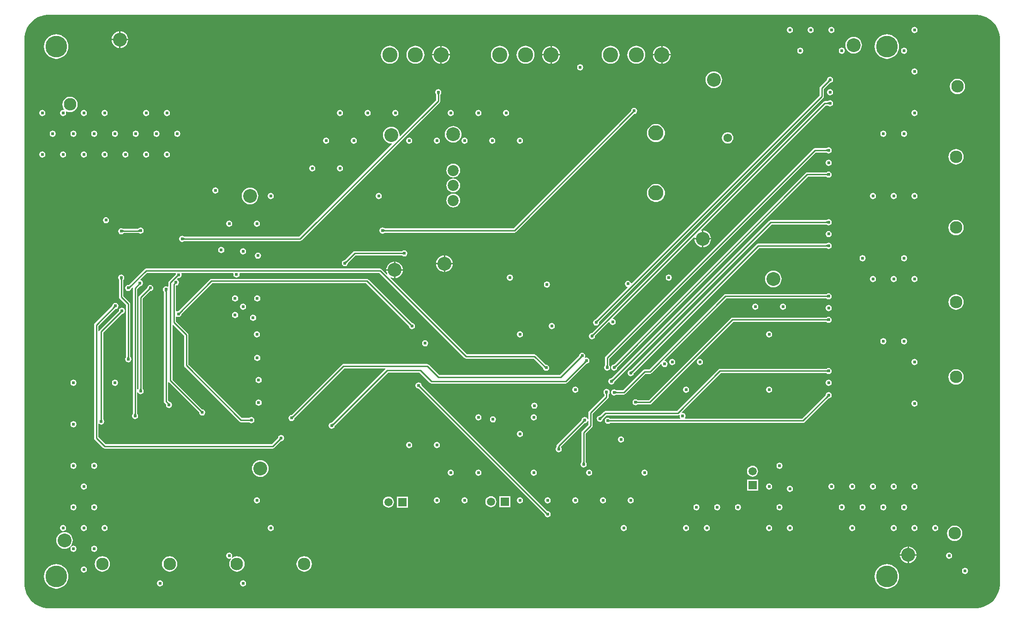
<source format=gbl>
G04*
G04 #@! TF.GenerationSoftware,Altium Limited,Altium Designer,20.2.6 (244)*
G04*
G04 Layer_Physical_Order=4*
G04 Layer_Color=16711680*
%FSLAX25Y25*%
%MOIN*%
G70*
G04*
G04 #@! TF.SameCoordinates,9D63BACA-A2BA-4A5B-992E-1B0141E69424*
G04*
G04*
G04 #@! TF.FilePolarity,Positive*
G04*
G01*
G75*
%ADD19C,0.01000*%
%ADD83C,0.06200*%
%ADD84C,0.02480*%
%ADD141C,0.09055*%
%ADD142C,0.10000*%
%ADD143C,0.10925*%
%ADD144C,0.15630*%
%ADD145C,0.09961*%
%ADD146C,0.07953*%
%ADD147C,0.10984*%
%ADD148C,0.05906*%
%ADD149R,0.05906X0.05906*%
%ADD150R,0.05906X0.05906*%
%ADD151C,0.02400*%
G36*
X667426Y405730D02*
X669661Y405131D01*
X671798Y404246D01*
X673801Y403089D01*
X675636Y401681D01*
X677272Y400045D01*
X678680Y398210D01*
X679837Y396207D01*
X680722Y394070D01*
X681320Y391836D01*
X681622Y389542D01*
X681622Y388386D01*
X681622Y-5307D01*
X681622Y-6464D01*
X681320Y-8757D01*
X680722Y-10991D01*
X679837Y-13128D01*
X678680Y-15132D01*
X677272Y-16967D01*
X675636Y-18602D01*
X673801Y-20011D01*
X671798Y-21167D01*
X669661Y-22052D01*
X667426Y-22651D01*
X665127Y-22954D01*
X663971Y-22961D01*
X-5307Y-22953D01*
X-6464D01*
X-8757Y-22651D01*
X-10991Y-22052D01*
X-13128Y-21167D01*
X-15132Y-20011D01*
X-16967Y-18602D01*
X-18602Y-16967D01*
X-20011Y-15132D01*
X-21167Y-13128D01*
X-22052Y-10991D01*
X-22651Y-8757D01*
X-22954Y-6458D01*
X-22961Y-5301D01*
X-22953Y388386D01*
Y389542D01*
X-22651Y391836D01*
X-22052Y394070D01*
X-21167Y396207D01*
X-20011Y398210D01*
X-18602Y400045D01*
X-16967Y401681D01*
X-15132Y403089D01*
X-13128Y404246D01*
X-10991Y405131D01*
X-8757Y405730D01*
X-6464Y406032D01*
X-5307Y406032D01*
X-5307Y406032D01*
X-5307Y406032D01*
X663976Y406032D01*
X665133D01*
X667426Y405730D01*
D02*
G37*
%LPC*%
G36*
X620000Y397243D02*
X619142Y397072D01*
X618414Y396586D01*
X617928Y395858D01*
X617757Y395000D01*
X617928Y394142D01*
X618414Y393414D01*
X619142Y392928D01*
X620000Y392757D01*
X620858Y392928D01*
X621586Y393414D01*
X622072Y394142D01*
X622243Y395000D01*
X622072Y395858D01*
X621586Y396586D01*
X620858Y397072D01*
X620000Y397243D01*
D02*
G37*
G36*
X560000D02*
X559142Y397072D01*
X558414Y396586D01*
X557928Y395858D01*
X557757Y395000D01*
X557928Y394142D01*
X558414Y393414D01*
X559142Y392928D01*
X560000Y392757D01*
X560858Y392928D01*
X561586Y393414D01*
X562072Y394142D01*
X562243Y395000D01*
X562072Y395858D01*
X561586Y396586D01*
X560858Y397072D01*
X560000Y397243D01*
D02*
G37*
G36*
X545000D02*
X544142Y397072D01*
X543414Y396586D01*
X542928Y395858D01*
X542757Y395000D01*
X542928Y394142D01*
X543414Y393414D01*
X544142Y392928D01*
X545000Y392757D01*
X545858Y392928D01*
X546586Y393414D01*
X547072Y394142D01*
X547243Y395000D01*
X547072Y395858D01*
X546586Y396586D01*
X545858Y397072D01*
X545000Y397243D01*
D02*
G37*
G36*
X530000D02*
X529142Y397072D01*
X528414Y396586D01*
X527928Y395858D01*
X527757Y395000D01*
X527928Y394142D01*
X528414Y393414D01*
X529142Y392928D01*
X530000Y392757D01*
X530858Y392928D01*
X531586Y393414D01*
X532072Y394142D01*
X532243Y395000D01*
X532072Y395858D01*
X531586Y396586D01*
X530858Y397072D01*
X530000Y397243D01*
D02*
G37*
G36*
X46500Y393980D02*
Y388500D01*
X51980D01*
X51913Y389176D01*
X51570Y390307D01*
X51013Y391350D01*
X50263Y392263D01*
X49349Y393013D01*
X48307Y393570D01*
X47176Y393913D01*
X46500Y393980D01*
D02*
G37*
G36*
X45500D02*
X44824Y393913D01*
X43693Y393570D01*
X42650Y393013D01*
X41737Y392263D01*
X40987Y391350D01*
X40430Y390307D01*
X40087Y389176D01*
X40020Y388500D01*
X45500D01*
Y393980D01*
D02*
G37*
G36*
X51980Y387500D02*
X46500D01*
Y382020D01*
X47176Y382087D01*
X48307Y382430D01*
X49349Y382987D01*
X50263Y383737D01*
X51013Y384650D01*
X51570Y385693D01*
X51913Y386824D01*
X51980Y387500D01*
D02*
G37*
G36*
X45500D02*
X40020D01*
X40087Y386824D01*
X40430Y385693D01*
X40987Y384650D01*
X41737Y383737D01*
X42650Y382987D01*
X43693Y382430D01*
X44824Y382087D01*
X45500Y382020D01*
Y387500D01*
D02*
G37*
G36*
X576000Y390029D02*
X574824Y389913D01*
X573693Y389570D01*
X572650Y389013D01*
X571737Y388263D01*
X570987Y387350D01*
X570430Y386307D01*
X570087Y385176D01*
X569971Y384000D01*
X570087Y382824D01*
X570430Y381693D01*
X570987Y380650D01*
X571737Y379737D01*
X572650Y378987D01*
X573693Y378430D01*
X574824Y378087D01*
X576000Y377971D01*
X577176Y378087D01*
X578307Y378430D01*
X579350Y378987D01*
X580263Y379737D01*
X581013Y380650D01*
X581570Y381693D01*
X581913Y382824D01*
X582029Y384000D01*
X581913Y385176D01*
X581570Y386307D01*
X581013Y387350D01*
X580263Y388263D01*
X579350Y389013D01*
X578307Y389570D01*
X577176Y389913D01*
X576000Y390029D01*
D02*
G37*
G36*
X612500Y382243D02*
X611642Y382072D01*
X610914Y381586D01*
X610428Y380858D01*
X610257Y380000D01*
X610428Y379142D01*
X610914Y378414D01*
X611642Y377928D01*
X612500Y377757D01*
X613358Y377928D01*
X614086Y378414D01*
X614572Y379142D01*
X614743Y380000D01*
X614572Y380858D01*
X614086Y381586D01*
X613358Y382072D01*
X612500Y382243D01*
D02*
G37*
G36*
X567500D02*
X566642Y382072D01*
X565914Y381586D01*
X565428Y380858D01*
X565257Y380000D01*
X565428Y379142D01*
X565914Y378414D01*
X566642Y377928D01*
X567500Y377757D01*
X568358Y377928D01*
X569086Y378414D01*
X569572Y379142D01*
X569743Y380000D01*
X569572Y380858D01*
X569086Y381586D01*
X568358Y382072D01*
X567500Y382243D01*
D02*
G37*
G36*
X537500D02*
X536642Y382072D01*
X535914Y381586D01*
X535428Y380858D01*
X535257Y380000D01*
X535428Y379142D01*
X535914Y378414D01*
X536642Y377928D01*
X537500Y377757D01*
X538358Y377928D01*
X539086Y378414D01*
X539572Y379142D01*
X539743Y380000D01*
X539572Y380858D01*
X539086Y381586D01*
X538358Y382072D01*
X537500Y382243D01*
D02*
G37*
G36*
X278500Y383445D02*
Y377500D01*
X284445D01*
X284369Y378267D01*
X283999Y379485D01*
X283400Y380608D01*
X282592Y381592D01*
X281608Y382400D01*
X280485Y382999D01*
X279267Y383369D01*
X278500Y383445D01*
D02*
G37*
G36*
X438004Y383445D02*
Y377500D01*
X443949D01*
X443873Y378267D01*
X443504Y379485D01*
X442903Y380608D01*
X442096Y381592D01*
X441112Y382400D01*
X439989Y382999D01*
X438771Y383369D01*
X438004Y383445D01*
D02*
G37*
G36*
X358004D02*
Y377500D01*
X363949D01*
X363873Y378267D01*
X363504Y379485D01*
X362903Y380608D01*
X362096Y381592D01*
X361112Y382400D01*
X359989Y382999D01*
X358771Y383369D01*
X358004Y383445D01*
D02*
G37*
G36*
X437004Y383445D02*
X436237Y383369D01*
X435019Y382999D01*
X433896Y382400D01*
X432912Y381592D01*
X432104Y380608D01*
X431504Y379485D01*
X431135Y378267D01*
X431059Y377500D01*
X437004D01*
Y383445D01*
D02*
G37*
G36*
X357004D02*
X356237Y383369D01*
X355019Y382999D01*
X353896Y382400D01*
X352912Y381592D01*
X352104Y380608D01*
X351504Y379485D01*
X351135Y378267D01*
X351059Y377500D01*
X357004D01*
Y383445D01*
D02*
G37*
G36*
X277500D02*
X276733Y383369D01*
X275515Y382999D01*
X274392Y382400D01*
X273408Y381592D01*
X272601Y380608D01*
X272001Y379485D01*
X271631Y378267D01*
X271555Y377500D01*
X277500D01*
Y383445D01*
D02*
G37*
G36*
X600000Y391858D02*
X598272Y391687D01*
X596610Y391183D01*
X595079Y390365D01*
X593737Y389263D01*
X592635Y387921D01*
X591817Y386390D01*
X591313Y384728D01*
X591142Y383000D01*
X591313Y381272D01*
X591817Y379610D01*
X592635Y378079D01*
X593737Y376737D01*
X595079Y375635D01*
X596610Y374817D01*
X598272Y374313D01*
X600000Y374142D01*
X601728Y374313D01*
X603390Y374817D01*
X604921Y375635D01*
X606263Y376737D01*
X607365Y378079D01*
X608183Y379610D01*
X608687Y381272D01*
X608858Y383000D01*
X608687Y384728D01*
X608183Y386390D01*
X607365Y387921D01*
X606263Y389263D01*
X604921Y390365D01*
X603390Y391183D01*
X601728Y391687D01*
X600000Y391858D01*
D02*
G37*
G36*
X0D02*
X-1728Y391687D01*
X-3390Y391183D01*
X-4921Y390365D01*
X-6263Y389263D01*
X-7365Y387921D01*
X-8183Y386390D01*
X-8687Y384728D01*
X-8858Y383000D01*
X-8687Y381272D01*
X-8183Y379610D01*
X-7365Y378079D01*
X-6263Y376737D01*
X-4921Y375635D01*
X-3390Y374817D01*
X-1728Y374313D01*
X0Y374142D01*
X1728Y374313D01*
X3390Y374817D01*
X4921Y375635D01*
X6263Y376737D01*
X7365Y378079D01*
X8183Y379610D01*
X8687Y381272D01*
X8858Y383000D01*
X8687Y384728D01*
X8183Y386390D01*
X7365Y387921D01*
X6263Y389263D01*
X4921Y390365D01*
X3390Y391183D01*
X1728Y391687D01*
X0Y391858D01*
D02*
G37*
G36*
X437004Y376500D02*
X431059D01*
X431135Y375733D01*
X431504Y374515D01*
X432104Y373392D01*
X432912Y372408D01*
X433896Y371601D01*
X435019Y371001D01*
X436237Y370631D01*
X437004Y370555D01*
Y376500D01*
D02*
G37*
G36*
X357004D02*
X351059D01*
X351135Y375733D01*
X351504Y374515D01*
X352104Y373392D01*
X352912Y372408D01*
X353896Y371601D01*
X355019Y371001D01*
X356237Y370631D01*
X357004Y370555D01*
Y376500D01*
D02*
G37*
G36*
X284445D02*
X278500D01*
Y370555D01*
X279267Y370631D01*
X280485Y371001D01*
X281608Y371601D01*
X282592Y372408D01*
X283400Y373392D01*
X283999Y374515D01*
X284369Y375733D01*
X284445Y376500D01*
D02*
G37*
G36*
X277500D02*
X271555D01*
X271631Y375733D01*
X272001Y374515D01*
X272601Y373392D01*
X273408Y372408D01*
X274392Y371601D01*
X275515Y371001D01*
X276733Y370631D01*
X277500Y370555D01*
Y376500D01*
D02*
G37*
G36*
X443949D02*
X438004D01*
Y370555D01*
X438771Y370631D01*
X439989Y371001D01*
X441112Y371601D01*
X442096Y372408D01*
X442903Y373392D01*
X443504Y374515D01*
X443873Y375733D01*
X443949Y376500D01*
D02*
G37*
G36*
X363949D02*
X358004D01*
Y370555D01*
X358771Y370631D01*
X359989Y371001D01*
X361112Y371601D01*
X362096Y372408D01*
X362903Y373392D01*
X363504Y374515D01*
X363873Y375733D01*
X363949Y376500D01*
D02*
G37*
G36*
X419000Y383494D02*
X417733Y383369D01*
X416515Y382999D01*
X415392Y382400D01*
X414408Y381592D01*
X413600Y380608D01*
X413000Y379485D01*
X412631Y378267D01*
X412506Y377000D01*
X412631Y375733D01*
X413000Y374515D01*
X413600Y373392D01*
X414408Y372408D01*
X415392Y371601D01*
X416515Y371001D01*
X417733Y370631D01*
X419000Y370506D01*
X420267Y370631D01*
X421485Y371001D01*
X422608Y371601D01*
X423592Y372408D01*
X424400Y373392D01*
X425000Y374515D01*
X425369Y375733D01*
X425494Y377000D01*
X425369Y378267D01*
X425000Y379485D01*
X424400Y380608D01*
X423592Y381592D01*
X422608Y382400D01*
X421485Y382999D01*
X420267Y383369D01*
X419000Y383494D01*
D02*
G37*
G36*
X400496D02*
X399229Y383369D01*
X398011Y382999D01*
X396888Y382400D01*
X395904Y381592D01*
X395097Y380608D01*
X394496Y379485D01*
X394127Y378267D01*
X394002Y377000D01*
X394127Y375733D01*
X394496Y374515D01*
X395097Y373392D01*
X395904Y372408D01*
X396888Y371601D01*
X398011Y371001D01*
X399229Y370631D01*
X400496Y370506D01*
X401763Y370631D01*
X402981Y371001D01*
X404104Y371601D01*
X405088Y372408D01*
X405896Y373392D01*
X406496Y374515D01*
X406865Y375733D01*
X406990Y377000D01*
X406865Y378267D01*
X406496Y379485D01*
X405896Y380608D01*
X405088Y381592D01*
X404104Y382400D01*
X402981Y382999D01*
X401763Y383369D01*
X400496Y383494D01*
D02*
G37*
G36*
X339000D02*
X337733Y383369D01*
X336515Y382999D01*
X335392Y382400D01*
X334408Y381592D01*
X333600Y380608D01*
X333000Y379485D01*
X332631Y378267D01*
X332506Y377000D01*
X332631Y375733D01*
X333000Y374515D01*
X333600Y373392D01*
X334408Y372408D01*
X335392Y371601D01*
X336515Y371001D01*
X337733Y370631D01*
X339000Y370506D01*
X340267Y370631D01*
X341485Y371001D01*
X342608Y371601D01*
X343592Y372408D01*
X344399Y373392D01*
X345000Y374515D01*
X345369Y375733D01*
X345494Y377000D01*
X345369Y378267D01*
X345000Y379485D01*
X344399Y380608D01*
X343592Y381592D01*
X342608Y382400D01*
X341485Y382999D01*
X340267Y383369D01*
X339000Y383494D01*
D02*
G37*
G36*
X320496D02*
X319229Y383369D01*
X318011Y382999D01*
X316888Y382400D01*
X315904Y381592D01*
X315097Y380608D01*
X314496Y379485D01*
X314127Y378267D01*
X314002Y377000D01*
X314127Y375733D01*
X314496Y374515D01*
X315097Y373392D01*
X315904Y372408D01*
X316888Y371601D01*
X318011Y371001D01*
X319229Y370631D01*
X320496Y370506D01*
X321763Y370631D01*
X322981Y371001D01*
X324104Y371601D01*
X325088Y372408D01*
X325896Y373392D01*
X326496Y374515D01*
X326865Y375733D01*
X326990Y377000D01*
X326865Y378267D01*
X326496Y379485D01*
X325896Y380608D01*
X325088Y381592D01*
X324104Y382400D01*
X322981Y382999D01*
X321763Y383369D01*
X320496Y383494D01*
D02*
G37*
G36*
X259496D02*
X258229Y383369D01*
X257011Y382999D01*
X255888Y382400D01*
X254904Y381592D01*
X254097Y380608D01*
X253497Y379485D01*
X253127Y378267D01*
X253002Y377000D01*
X253127Y375733D01*
X253497Y374515D01*
X254097Y373392D01*
X254904Y372408D01*
X255888Y371601D01*
X257011Y371001D01*
X258229Y370631D01*
X259496Y370506D01*
X260763Y370631D01*
X261981Y371001D01*
X263104Y371601D01*
X264088Y372408D01*
X264896Y373392D01*
X265496Y374515D01*
X265865Y375733D01*
X265990Y377000D01*
X265865Y378267D01*
X265496Y379485D01*
X264896Y380608D01*
X264088Y381592D01*
X263104Y382400D01*
X261981Y382999D01*
X260763Y383369D01*
X259496Y383494D01*
D02*
G37*
G36*
X240992D02*
X239725Y383369D01*
X238507Y382999D01*
X237384Y382400D01*
X236400Y381592D01*
X235593Y380608D01*
X234993Y379485D01*
X234623Y378267D01*
X234498Y377000D01*
X234623Y375733D01*
X234993Y374515D01*
X235593Y373392D01*
X236400Y372408D01*
X237384Y371601D01*
X238507Y371001D01*
X239725Y370631D01*
X240992Y370506D01*
X242259Y370631D01*
X243477Y371001D01*
X244600Y371601D01*
X245584Y372408D01*
X246392Y373392D01*
X246992Y374515D01*
X247361Y375733D01*
X247486Y377000D01*
X247361Y378267D01*
X246992Y379485D01*
X246392Y380608D01*
X245584Y381592D01*
X244600Y382400D01*
X243477Y382999D01*
X242259Y383369D01*
X240992Y383494D01*
D02*
G37*
G36*
X378500Y370243D02*
X377642Y370072D01*
X376914Y369586D01*
X376428Y368858D01*
X376257Y368000D01*
X376428Y367142D01*
X376914Y366414D01*
X377642Y365928D01*
X378500Y365757D01*
X379358Y365928D01*
X380086Y366414D01*
X380572Y367142D01*
X380743Y368000D01*
X380572Y368858D01*
X380086Y369586D01*
X379358Y370072D01*
X378500Y370243D01*
D02*
G37*
G36*
X620000Y367243D02*
X619142Y367072D01*
X618414Y366586D01*
X617928Y365858D01*
X617757Y365000D01*
X617928Y364142D01*
X618414Y363414D01*
X619142Y362928D01*
X620000Y362757D01*
X620858Y362928D01*
X621586Y363414D01*
X622072Y364142D01*
X622243Y365000D01*
X622072Y365858D01*
X621586Y366586D01*
X620858Y367072D01*
X620000Y367243D01*
D02*
G37*
G36*
X559000Y361243D02*
X558142Y361072D01*
X557414Y360586D01*
X556928Y359858D01*
X556757Y359000D01*
X556767Y358949D01*
X556762Y358939D01*
X556745Y358912D01*
X556733Y358895D01*
X551919Y354081D01*
X551587Y353585D01*
X551471Y353000D01*
Y347634D01*
X415684Y211847D01*
X415141Y212011D01*
X415072Y212358D01*
X414586Y213086D01*
X413858Y213572D01*
X413000Y213743D01*
X412142Y213572D01*
X411414Y213086D01*
X410928Y212358D01*
X410757Y211500D01*
X410928Y210642D01*
X411414Y209914D01*
X412142Y209428D01*
X412489Y209359D01*
X412653Y208816D01*
X389625Y185788D01*
X389614Y185778D01*
X389499Y185695D01*
X389469Y185676D01*
X389435Y185656D01*
X389406Y185643D01*
X389384Y185634D01*
X389334Y185617D01*
X389317Y185607D01*
X389142Y185572D01*
X388414Y185086D01*
X387928Y184358D01*
X387757Y183500D01*
X387928Y182642D01*
X388414Y181914D01*
X389142Y181428D01*
X390000Y181257D01*
X390858Y181428D01*
X391586Y181914D01*
X392072Y182642D01*
X392243Y183500D01*
X392147Y183984D01*
X554081Y345919D01*
X554413Y346415D01*
X554529Y347000D01*
Y352366D01*
X558895Y356733D01*
X558913Y356745D01*
X558939Y356762D01*
X558949Y356767D01*
X559000Y356757D01*
X559858Y356928D01*
X560586Y357414D01*
X561072Y358142D01*
X561243Y359000D01*
X561072Y359858D01*
X560586Y360586D01*
X559858Y361072D01*
X559000Y361243D01*
D02*
G37*
G36*
X475000Y365029D02*
X473824Y364913D01*
X472693Y364570D01*
X471651Y364013D01*
X470737Y363263D01*
X469987Y362350D01*
X469430Y361307D01*
X469087Y360176D01*
X468971Y359000D01*
X469087Y357824D01*
X469430Y356693D01*
X469987Y355650D01*
X470737Y354737D01*
X471651Y353987D01*
X472693Y353430D01*
X473824Y353087D01*
X475000Y352971D01*
X476176Y353087D01*
X477307Y353430D01*
X478349Y353987D01*
X479263Y354737D01*
X480013Y355650D01*
X480570Y356693D01*
X480913Y357824D01*
X481029Y359000D01*
X480913Y360176D01*
X480570Y361307D01*
X480013Y362350D01*
X479263Y363263D01*
X478349Y364013D01*
X477307Y364570D01*
X476176Y364913D01*
X475000Y365029D01*
D02*
G37*
G36*
X651000Y359733D02*
X649557Y359543D01*
X648212Y358986D01*
X647058Y358100D01*
X646172Y356945D01*
X645615Y355601D01*
X645425Y354157D01*
X645615Y352714D01*
X646172Y351370D01*
X647058Y350215D01*
X648212Y349329D01*
X649557Y348772D01*
X651000Y348582D01*
X652443Y348772D01*
X653788Y349329D01*
X654942Y350215D01*
X655828Y351370D01*
X656385Y352714D01*
X656575Y354157D01*
X656385Y355601D01*
X655828Y356945D01*
X654942Y358100D01*
X653788Y358986D01*
X652443Y359543D01*
X651000Y359733D01*
D02*
G37*
G36*
X559000Y352243D02*
X558142Y352072D01*
X557414Y351586D01*
X556928Y350858D01*
X556757Y350000D01*
X556928Y349142D01*
X557414Y348414D01*
X558142Y347928D01*
X559000Y347757D01*
X559858Y347928D01*
X560586Y348414D01*
X561072Y349142D01*
X561243Y350000D01*
X561072Y350858D01*
X560586Y351586D01*
X559858Y352072D01*
X559000Y352243D01*
D02*
G37*
G36*
Y344243D02*
X558142Y344072D01*
X557414Y343586D01*
X557385Y343543D01*
X557374Y343540D01*
X557344Y343533D01*
X557323Y343529D01*
X555182D01*
X554596Y343413D01*
X554100Y343081D01*
X386970Y175951D01*
X386948Y175935D01*
X386913Y175911D01*
X386884Y175895D01*
X386861Y175884D01*
X386843Y175877D01*
X386829Y175873D01*
X386819Y175870D01*
X386768Y175864D01*
X386695Y175839D01*
X386142Y175729D01*
X385414Y175243D01*
X384928Y174515D01*
X384757Y173657D01*
X384928Y172799D01*
X385414Y172071D01*
X386142Y171584D01*
X387000Y171414D01*
X387858Y171584D01*
X388586Y172071D01*
X389072Y172799D01*
X389243Y173657D01*
X389210Y173825D01*
X389212Y173838D01*
X389210Y173857D01*
X389219Y173872D01*
X389227Y173883D01*
X399271Y183927D01*
X399806Y183754D01*
X399928Y183142D01*
X400414Y182414D01*
X401142Y181928D01*
X402000Y181757D01*
X402858Y181928D01*
X403586Y182414D01*
X404072Y183142D01*
X404243Y184000D01*
X404072Y184858D01*
X403586Y185586D01*
X402858Y186072D01*
X402246Y186194D01*
X402073Y186729D01*
X460612Y245267D01*
X461071Y245020D01*
X461020Y244500D01*
X466500D01*
Y249980D01*
X465980Y249929D01*
X465733Y250388D01*
X555815Y340471D01*
X557323D01*
X557344Y340467D01*
X557374Y340460D01*
X557385Y340457D01*
X557414Y340414D01*
X558142Y339928D01*
X559000Y339757D01*
X559858Y339928D01*
X560586Y340414D01*
X561072Y341142D01*
X561243Y342000D01*
X561072Y342858D01*
X560586Y343586D01*
X559858Y344072D01*
X559000Y344243D01*
D02*
G37*
G36*
X10000Y346733D02*
X8557Y346543D01*
X7212Y345986D01*
X6058Y345100D01*
X5172Y343945D01*
X4615Y342600D01*
X4425Y341158D01*
X4615Y339715D01*
X5172Y338370D01*
X5761Y337601D01*
X5479Y337148D01*
X5000Y337243D01*
X4142Y337072D01*
X3414Y336586D01*
X2928Y335858D01*
X2757Y335000D01*
X2928Y334142D01*
X3414Y333414D01*
X4142Y332928D01*
X5000Y332757D01*
X5858Y332928D01*
X6586Y333414D01*
X7072Y334142D01*
X7243Y335000D01*
X7075Y335845D01*
X7115Y335907D01*
X7415Y336245D01*
X8557Y335772D01*
X10000Y335582D01*
X11443Y335772D01*
X12788Y336329D01*
X13942Y337215D01*
X14828Y338370D01*
X15385Y339715D01*
X15575Y341158D01*
X15385Y342600D01*
X14828Y343945D01*
X13942Y345100D01*
X12788Y345986D01*
X11443Y346543D01*
X10000Y346733D01*
D02*
G37*
G36*
X417500Y338743D02*
X416642Y338572D01*
X415914Y338086D01*
X415428Y337358D01*
X415257Y336500D01*
X415267Y336449D01*
X415262Y336439D01*
X415245Y336413D01*
X415233Y336396D01*
X330366Y251529D01*
X237427D01*
X237406Y251533D01*
X237376Y251539D01*
X237365Y251543D01*
X237336Y251586D01*
X236608Y252072D01*
X235750Y252243D01*
X234891Y252072D01*
X234163Y251586D01*
X233677Y250858D01*
X233506Y250000D01*
X233677Y249142D01*
X234163Y248414D01*
X234891Y247928D01*
X235750Y247757D01*
X236608Y247928D01*
X237336Y248414D01*
X237365Y248457D01*
X237376Y248461D01*
X237406Y248467D01*
X237427Y248471D01*
X331000D01*
X331585Y248587D01*
X332081Y248919D01*
X417395Y334233D01*
X417413Y334245D01*
X417439Y334262D01*
X417449Y334267D01*
X417500Y334257D01*
X418358Y334428D01*
X419086Y334914D01*
X419572Y335642D01*
X419743Y336500D01*
X419572Y337358D01*
X419086Y338086D01*
X418358Y338572D01*
X417500Y338743D01*
D02*
G37*
G36*
X620000Y337243D02*
X619142Y337072D01*
X618414Y336586D01*
X617928Y335858D01*
X617757Y335000D01*
X617928Y334142D01*
X618414Y333414D01*
X619142Y332928D01*
X620000Y332757D01*
X620858Y332928D01*
X621586Y333414D01*
X622072Y334142D01*
X622243Y335000D01*
X622072Y335858D01*
X621586Y336586D01*
X620858Y337072D01*
X620000Y337243D01*
D02*
G37*
G36*
X325000D02*
X324142Y337072D01*
X323414Y336586D01*
X322928Y335858D01*
X322757Y335000D01*
X322928Y334142D01*
X323414Y333414D01*
X324142Y332928D01*
X325000Y332757D01*
X325858Y332928D01*
X326586Y333414D01*
X327072Y334142D01*
X327243Y335000D01*
X327072Y335858D01*
X326586Y336586D01*
X325858Y337072D01*
X325000Y337243D01*
D02*
G37*
G36*
X305000D02*
X304142Y337072D01*
X303414Y336586D01*
X302928Y335858D01*
X302757Y335000D01*
X302928Y334142D01*
X303414Y333414D01*
X304142Y332928D01*
X305000Y332757D01*
X305858Y332928D01*
X306586Y333414D01*
X307072Y334142D01*
X307243Y335000D01*
X307072Y335858D01*
X306586Y336586D01*
X305858Y337072D01*
X305000Y337243D01*
D02*
G37*
G36*
X285000D02*
X284142Y337072D01*
X283414Y336586D01*
X282928Y335858D01*
X282757Y335000D01*
X282928Y334142D01*
X283414Y333414D01*
X284142Y332928D01*
X285000Y332757D01*
X285858Y332928D01*
X286586Y333414D01*
X287072Y334142D01*
X287243Y335000D01*
X287072Y335858D01*
X286586Y336586D01*
X285858Y337072D01*
X285000Y337243D01*
D02*
G37*
G36*
X245000D02*
X244142Y337072D01*
X243414Y336586D01*
X242928Y335858D01*
X242757Y335000D01*
X242928Y334142D01*
X243414Y333414D01*
X244142Y332928D01*
X245000Y332757D01*
X245858Y332928D01*
X246586Y333414D01*
X247072Y334142D01*
X247243Y335000D01*
X247072Y335858D01*
X246586Y336586D01*
X245858Y337072D01*
X245000Y337243D01*
D02*
G37*
G36*
X225000D02*
X224142Y337072D01*
X223414Y336586D01*
X222928Y335858D01*
X222757Y335000D01*
X222928Y334142D01*
X223414Y333414D01*
X224142Y332928D01*
X225000Y332757D01*
X225858Y332928D01*
X226586Y333414D01*
X227072Y334142D01*
X227243Y335000D01*
X227072Y335858D01*
X226586Y336586D01*
X225858Y337072D01*
X225000Y337243D01*
D02*
G37*
G36*
X205000D02*
X204142Y337072D01*
X203414Y336586D01*
X202928Y335858D01*
X202757Y335000D01*
X202928Y334142D01*
X203414Y333414D01*
X204142Y332928D01*
X205000Y332757D01*
X205858Y332928D01*
X206586Y333414D01*
X207072Y334142D01*
X207243Y335000D01*
X207072Y335858D01*
X206586Y336586D01*
X205858Y337072D01*
X205000Y337243D01*
D02*
G37*
G36*
X80000D02*
X79142Y337072D01*
X78414Y336586D01*
X77928Y335858D01*
X77757Y335000D01*
X77928Y334142D01*
X78414Y333414D01*
X79142Y332928D01*
X80000Y332757D01*
X80858Y332928D01*
X81586Y333414D01*
X82072Y334142D01*
X82243Y335000D01*
X82072Y335858D01*
X81586Y336586D01*
X80858Y337072D01*
X80000Y337243D01*
D02*
G37*
G36*
X65000D02*
X64142Y337072D01*
X63414Y336586D01*
X62928Y335858D01*
X62757Y335000D01*
X62928Y334142D01*
X63414Y333414D01*
X64142Y332928D01*
X65000Y332757D01*
X65858Y332928D01*
X66586Y333414D01*
X67072Y334142D01*
X67243Y335000D01*
X67072Y335858D01*
X66586Y336586D01*
X65858Y337072D01*
X65000Y337243D01*
D02*
G37*
G36*
X35000D02*
X34142Y337072D01*
X33414Y336586D01*
X32928Y335858D01*
X32757Y335000D01*
X32928Y334142D01*
X33414Y333414D01*
X34142Y332928D01*
X35000Y332757D01*
X35858Y332928D01*
X36586Y333414D01*
X37072Y334142D01*
X37243Y335000D01*
X37072Y335858D01*
X36586Y336586D01*
X35858Y337072D01*
X35000Y337243D01*
D02*
G37*
G36*
X20000D02*
X19142Y337072D01*
X18414Y336586D01*
X17928Y335858D01*
X17757Y335000D01*
X17928Y334142D01*
X18414Y333414D01*
X19142Y332928D01*
X20000Y332757D01*
X20858Y332928D01*
X21586Y333414D01*
X22072Y334142D01*
X22243Y335000D01*
X22072Y335858D01*
X21586Y336586D01*
X20858Y337072D01*
X20000Y337243D01*
D02*
G37*
G36*
X-10000D02*
X-10858Y337072D01*
X-11586Y336586D01*
X-12072Y335858D01*
X-12243Y335000D01*
X-12072Y334142D01*
X-11586Y333414D01*
X-10858Y332928D01*
X-10000Y332757D01*
X-9142Y332928D01*
X-8414Y333414D01*
X-7928Y334142D01*
X-7757Y335000D01*
X-7928Y335858D01*
X-8414Y336586D01*
X-9142Y337072D01*
X-10000Y337243D01*
D02*
G37*
G36*
X276000Y352243D02*
X275142Y352072D01*
X274414Y351586D01*
X273928Y350858D01*
X273757Y350000D01*
X273928Y349142D01*
X274414Y348414D01*
X274457Y348385D01*
X274461Y348374D01*
X274467Y348344D01*
X274471Y348323D01*
Y344441D01*
X248445Y318415D01*
X247992Y318629D01*
X248029Y319000D01*
X247913Y320176D01*
X247570Y321307D01*
X247013Y322350D01*
X246263Y323263D01*
X245350Y324013D01*
X244307Y324570D01*
X243176Y324913D01*
X242000Y325029D01*
X240824Y324913D01*
X239693Y324570D01*
X238650Y324013D01*
X237737Y323263D01*
X236987Y322350D01*
X236430Y321307D01*
X236087Y320176D01*
X235971Y319000D01*
X236087Y317824D01*
X236430Y316693D01*
X236987Y315651D01*
X237737Y314737D01*
X238650Y313987D01*
X239693Y313430D01*
X240824Y313087D01*
X242000Y312971D01*
X242371Y313007D01*
X242585Y312556D01*
X175559Y245529D01*
X92677D01*
X92656Y245533D01*
X92626Y245539D01*
X92615Y245543D01*
X92586Y245586D01*
X91858Y246072D01*
X91000Y246243D01*
X90142Y246072D01*
X89414Y245586D01*
X88928Y244858D01*
X88757Y244000D01*
X88928Y243142D01*
X89414Y242414D01*
X90142Y241928D01*
X91000Y241757D01*
X91858Y241928D01*
X92586Y242414D01*
X92615Y242457D01*
X92626Y242460D01*
X92656Y242467D01*
X92677Y242471D01*
X176192D01*
X176778Y242587D01*
X177274Y242919D01*
X277081Y342726D01*
X277413Y343222D01*
X277529Y343808D01*
Y348323D01*
X277533Y348344D01*
X277539Y348374D01*
X277543Y348385D01*
X277586Y348414D01*
X278072Y349142D01*
X278243Y350000D01*
X278072Y350858D01*
X277586Y351586D01*
X276858Y352072D01*
X276000Y352243D01*
D02*
G37*
G36*
X612500Y322243D02*
X611642Y322072D01*
X610914Y321586D01*
X610428Y320858D01*
X610257Y320000D01*
X610428Y319142D01*
X610914Y318414D01*
X611642Y317928D01*
X612500Y317757D01*
X613358Y317928D01*
X614086Y318414D01*
X614572Y319142D01*
X614743Y320000D01*
X614572Y320858D01*
X614086Y321586D01*
X613358Y322072D01*
X612500Y322243D01*
D02*
G37*
G36*
X597500D02*
X596642Y322072D01*
X595914Y321586D01*
X595428Y320858D01*
X595257Y320000D01*
X595428Y319142D01*
X595914Y318414D01*
X596642Y317928D01*
X597500Y317757D01*
X598358Y317928D01*
X599086Y318414D01*
X599572Y319142D01*
X599743Y320000D01*
X599572Y320858D01*
X599086Y321586D01*
X598358Y322072D01*
X597500Y322243D01*
D02*
G37*
G36*
X87500D02*
X86642Y322072D01*
X85914Y321586D01*
X85428Y320858D01*
X85257Y320000D01*
X85428Y319142D01*
X85914Y318414D01*
X86642Y317928D01*
X87500Y317757D01*
X88358Y317928D01*
X89086Y318414D01*
X89572Y319142D01*
X89743Y320000D01*
X89572Y320858D01*
X89086Y321586D01*
X88358Y322072D01*
X87500Y322243D01*
D02*
G37*
G36*
X72500D02*
X71642Y322072D01*
X70914Y321586D01*
X70428Y320858D01*
X70257Y320000D01*
X70428Y319142D01*
X70914Y318414D01*
X71642Y317928D01*
X72500Y317757D01*
X73358Y317928D01*
X74086Y318414D01*
X74572Y319142D01*
X74743Y320000D01*
X74572Y320858D01*
X74086Y321586D01*
X73358Y322072D01*
X72500Y322243D01*
D02*
G37*
G36*
X57500D02*
X56642Y322072D01*
X55914Y321586D01*
X55428Y320858D01*
X55257Y320000D01*
X55428Y319142D01*
X55914Y318414D01*
X56642Y317928D01*
X57500Y317757D01*
X58358Y317928D01*
X59086Y318414D01*
X59572Y319142D01*
X59743Y320000D01*
X59572Y320858D01*
X59086Y321586D01*
X58358Y322072D01*
X57500Y322243D01*
D02*
G37*
G36*
X42500D02*
X41642Y322072D01*
X40914Y321586D01*
X40428Y320858D01*
X40257Y320000D01*
X40428Y319142D01*
X40914Y318414D01*
X41642Y317928D01*
X42500Y317757D01*
X43358Y317928D01*
X44086Y318414D01*
X44572Y319142D01*
X44743Y320000D01*
X44572Y320858D01*
X44086Y321586D01*
X43358Y322072D01*
X42500Y322243D01*
D02*
G37*
G36*
X27500D02*
X26642Y322072D01*
X25914Y321586D01*
X25428Y320858D01*
X25257Y320000D01*
X25428Y319142D01*
X25914Y318414D01*
X26642Y317928D01*
X27500Y317757D01*
X28358Y317928D01*
X29086Y318414D01*
X29572Y319142D01*
X29743Y320000D01*
X29572Y320858D01*
X29086Y321586D01*
X28358Y322072D01*
X27500Y322243D01*
D02*
G37*
G36*
X12500D02*
X11642Y322072D01*
X10914Y321586D01*
X10428Y320858D01*
X10257Y320000D01*
X10428Y319142D01*
X10914Y318414D01*
X11642Y317928D01*
X12500Y317757D01*
X13358Y317928D01*
X14086Y318414D01*
X14572Y319142D01*
X14743Y320000D01*
X14572Y320858D01*
X14086Y321586D01*
X13358Y322072D01*
X12500Y322243D01*
D02*
G37*
G36*
X-2500D02*
X-3358Y322072D01*
X-4086Y321586D01*
X-4572Y320858D01*
X-4743Y320000D01*
X-4572Y319142D01*
X-4086Y318414D01*
X-3358Y317928D01*
X-2500Y317757D01*
X-1642Y317928D01*
X-914Y318414D01*
X-428Y319142D01*
X-257Y320000D01*
X-428Y320858D01*
X-914Y321586D01*
X-1642Y322072D01*
X-2500Y322243D01*
D02*
G37*
G36*
X433228Y327004D02*
X431956Y326878D01*
X430732Y326507D01*
X429604Y325904D01*
X428616Y325093D01*
X427804Y324105D01*
X427201Y322977D01*
X426830Y321753D01*
X426705Y320480D01*
X426830Y319208D01*
X427201Y317984D01*
X427804Y316856D01*
X428616Y315867D01*
X429604Y315056D01*
X430732Y314453D01*
X431956Y314082D01*
X433228Y313957D01*
X434501Y314082D01*
X435725Y314453D01*
X436853Y315056D01*
X437841Y315867D01*
X438653Y316856D01*
X439255Y317984D01*
X439627Y319208D01*
X439752Y320480D01*
X439627Y321753D01*
X439255Y322977D01*
X438653Y324105D01*
X437841Y325093D01*
X436853Y325904D01*
X435725Y326507D01*
X434501Y326878D01*
X433228Y327004D01*
D02*
G37*
G36*
X286772Y325505D02*
X285599Y325390D01*
X284472Y325048D01*
X283433Y324493D01*
X282523Y323745D01*
X281775Y322835D01*
X281220Y321796D01*
X280878Y320668D01*
X280762Y319496D01*
X280878Y318324D01*
X281220Y317196D01*
X281775Y316158D01*
X282523Y315247D01*
X283433Y314499D01*
X284472Y313944D01*
X285599Y313602D01*
X286772Y313487D01*
X287944Y313602D01*
X289071Y313944D01*
X290110Y314499D01*
X291021Y315247D01*
X291768Y316158D01*
X292323Y317196D01*
X292665Y318324D01*
X292781Y319496D01*
X292665Y320668D01*
X292323Y321796D01*
X291768Y322835D01*
X291021Y323745D01*
X290110Y324493D01*
X289071Y325048D01*
X287944Y325390D01*
X286772Y325505D01*
D02*
G37*
G36*
X485000Y321135D02*
X483930Y320994D01*
X482932Y320581D01*
X482076Y319924D01*
X481419Y319068D01*
X481005Y318070D01*
X480865Y317000D01*
X481005Y315930D01*
X481419Y314932D01*
X482076Y314076D01*
X482932Y313419D01*
X483930Y313005D01*
X485000Y312865D01*
X486070Y313005D01*
X487068Y313419D01*
X487924Y314076D01*
X488581Y314932D01*
X488995Y315930D01*
X489135Y317000D01*
X488995Y318070D01*
X488581Y319068D01*
X487924Y319924D01*
X487068Y320581D01*
X486070Y320994D01*
X485000Y321135D01*
D02*
G37*
G36*
X335000Y317243D02*
X334142Y317072D01*
X333414Y316586D01*
X332928Y315858D01*
X332757Y315000D01*
X332928Y314142D01*
X333414Y313414D01*
X334142Y312928D01*
X335000Y312757D01*
X335858Y312928D01*
X336586Y313414D01*
X337072Y314142D01*
X337243Y315000D01*
X337072Y315858D01*
X336586Y316586D01*
X335858Y317072D01*
X335000Y317243D01*
D02*
G37*
G36*
X315000D02*
X314142Y317072D01*
X313414Y316586D01*
X312928Y315858D01*
X312757Y315000D01*
X312928Y314142D01*
X313414Y313414D01*
X314142Y312928D01*
X315000Y312757D01*
X315858Y312928D01*
X316586Y313414D01*
X317072Y314142D01*
X317243Y315000D01*
X317072Y315858D01*
X316586Y316586D01*
X315858Y317072D01*
X315000Y317243D01*
D02*
G37*
G36*
X295000D02*
X294142Y317072D01*
X293414Y316586D01*
X292928Y315858D01*
X292757Y315000D01*
X292928Y314142D01*
X293414Y313414D01*
X294142Y312928D01*
X295000Y312757D01*
X295858Y312928D01*
X296586Y313414D01*
X297072Y314142D01*
X297243Y315000D01*
X297072Y315858D01*
X296586Y316586D01*
X295858Y317072D01*
X295000Y317243D01*
D02*
G37*
G36*
X275000D02*
X274142Y317072D01*
X273414Y316586D01*
X272928Y315858D01*
X272757Y315000D01*
X272928Y314142D01*
X273414Y313414D01*
X274142Y312928D01*
X275000Y312757D01*
X275858Y312928D01*
X276586Y313414D01*
X277072Y314142D01*
X277243Y315000D01*
X277072Y315858D01*
X276586Y316586D01*
X275858Y317072D01*
X275000Y317243D01*
D02*
G37*
G36*
X255000D02*
X254142Y317072D01*
X253414Y316586D01*
X252928Y315858D01*
X252757Y315000D01*
X252928Y314142D01*
X253414Y313414D01*
X254142Y312928D01*
X255000Y312757D01*
X255858Y312928D01*
X256586Y313414D01*
X257072Y314142D01*
X257243Y315000D01*
X257072Y315858D01*
X256586Y316586D01*
X255858Y317072D01*
X255000Y317243D01*
D02*
G37*
G36*
X215000D02*
X214142Y317072D01*
X213414Y316586D01*
X212928Y315858D01*
X212757Y315000D01*
X212928Y314142D01*
X213414Y313414D01*
X214142Y312928D01*
X215000Y312757D01*
X215858Y312928D01*
X216586Y313414D01*
X217072Y314142D01*
X217243Y315000D01*
X217072Y315858D01*
X216586Y316586D01*
X215858Y317072D01*
X215000Y317243D01*
D02*
G37*
G36*
X195000D02*
X194142Y317072D01*
X193414Y316586D01*
X192928Y315858D01*
X192757Y315000D01*
X192928Y314142D01*
X193414Y313414D01*
X194142Y312928D01*
X195000Y312757D01*
X195858Y312928D01*
X196586Y313414D01*
X197072Y314142D01*
X197243Y315000D01*
X197072Y315858D01*
X196586Y316586D01*
X195858Y317072D01*
X195000Y317243D01*
D02*
G37*
G36*
X558000Y310243D02*
X557142Y310072D01*
X556414Y309586D01*
X556385Y309543D01*
X556374Y309540D01*
X556344Y309533D01*
X556323Y309529D01*
X548000D01*
X547415Y309413D01*
X546918Y309081D01*
X396919Y159081D01*
X396587Y158585D01*
X396471Y158000D01*
Y152677D01*
X396467Y152656D01*
X396461Y152626D01*
X396457Y152615D01*
X396414Y152586D01*
X395928Y151858D01*
X395757Y151000D01*
X395928Y150142D01*
X396414Y149414D01*
X397142Y148928D01*
X398000Y148757D01*
X398858Y148928D01*
X399586Y149414D01*
X400072Y150142D01*
X400243Y151000D01*
X400072Y151858D01*
X399586Y152586D01*
X399543Y152615D01*
X399539Y152626D01*
X399533Y152656D01*
X399529Y152677D01*
Y157367D01*
X548633Y306471D01*
X556323D01*
X556344Y306467D01*
X556374Y306460D01*
X556385Y306457D01*
X556414Y306414D01*
X557142Y305928D01*
X558000Y305757D01*
X558858Y305928D01*
X559586Y306414D01*
X560072Y307142D01*
X560243Y308000D01*
X560072Y308858D01*
X559586Y309586D01*
X558858Y310072D01*
X558000Y310243D01*
D02*
G37*
G36*
X80000Y307243D02*
X79142Y307072D01*
X78414Y306586D01*
X77928Y305858D01*
X77757Y305000D01*
X77928Y304142D01*
X78414Y303414D01*
X79142Y302928D01*
X80000Y302757D01*
X80858Y302928D01*
X81586Y303414D01*
X82072Y304142D01*
X82243Y305000D01*
X82072Y305858D01*
X81586Y306586D01*
X80858Y307072D01*
X80000Y307243D01*
D02*
G37*
G36*
X65000D02*
X64142Y307072D01*
X63414Y306586D01*
X62928Y305858D01*
X62757Y305000D01*
X62928Y304142D01*
X63414Y303414D01*
X64142Y302928D01*
X65000Y302757D01*
X65858Y302928D01*
X66586Y303414D01*
X67072Y304142D01*
X67243Y305000D01*
X67072Y305858D01*
X66586Y306586D01*
X65858Y307072D01*
X65000Y307243D01*
D02*
G37*
G36*
X50000D02*
X49142Y307072D01*
X48414Y306586D01*
X47928Y305858D01*
X47757Y305000D01*
X47928Y304142D01*
X48414Y303414D01*
X49142Y302928D01*
X50000Y302757D01*
X50858Y302928D01*
X51586Y303414D01*
X52072Y304142D01*
X52243Y305000D01*
X52072Y305858D01*
X51586Y306586D01*
X50858Y307072D01*
X50000Y307243D01*
D02*
G37*
G36*
X35000D02*
X34142Y307072D01*
X33414Y306586D01*
X32928Y305858D01*
X32757Y305000D01*
X32928Y304142D01*
X33414Y303414D01*
X34142Y302928D01*
X35000Y302757D01*
X35858Y302928D01*
X36586Y303414D01*
X37072Y304142D01*
X37243Y305000D01*
X37072Y305858D01*
X36586Y306586D01*
X35858Y307072D01*
X35000Y307243D01*
D02*
G37*
G36*
X20000D02*
X19142Y307072D01*
X18414Y306586D01*
X17928Y305858D01*
X17757Y305000D01*
X17928Y304142D01*
X18414Y303414D01*
X19142Y302928D01*
X20000Y302757D01*
X20858Y302928D01*
X21586Y303414D01*
X22072Y304142D01*
X22243Y305000D01*
X22072Y305858D01*
X21586Y306586D01*
X20858Y307072D01*
X20000Y307243D01*
D02*
G37*
G36*
X5000D02*
X4142Y307072D01*
X3414Y306586D01*
X2928Y305858D01*
X2757Y305000D01*
X2928Y304142D01*
X3414Y303414D01*
X4142Y302928D01*
X5000Y302757D01*
X5858Y302928D01*
X6586Y303414D01*
X7072Y304142D01*
X7243Y305000D01*
X7072Y305858D01*
X6586Y306586D01*
X5858Y307072D01*
X5000Y307243D01*
D02*
G37*
G36*
X-10000D02*
X-10858Y307072D01*
X-11586Y306586D01*
X-12072Y305858D01*
X-12243Y305000D01*
X-12072Y304142D01*
X-11586Y303414D01*
X-10858Y302928D01*
X-10000Y302757D01*
X-9142Y302928D01*
X-8414Y303414D01*
X-7928Y304142D01*
X-7757Y305000D01*
X-7928Y305858D01*
X-8414Y306586D01*
X-9142Y307072D01*
X-10000Y307243D01*
D02*
G37*
G36*
X650000Y308890D02*
X648557Y308700D01*
X647212Y308143D01*
X646058Y307257D01*
X645172Y306103D01*
X644615Y304758D01*
X644425Y303315D01*
X644615Y301872D01*
X645172Y300527D01*
X646058Y299373D01*
X647212Y298487D01*
X648557Y297930D01*
X650000Y297740D01*
X651443Y297930D01*
X652788Y298487D01*
X653942Y299373D01*
X654828Y300527D01*
X655385Y301872D01*
X655575Y303315D01*
X655385Y304758D01*
X654828Y306103D01*
X653942Y307257D01*
X652788Y308143D01*
X651443Y308700D01*
X650000Y308890D01*
D02*
G37*
G36*
X558000Y301243D02*
X557142Y301072D01*
X556414Y300586D01*
X555928Y299858D01*
X555757Y299000D01*
X555928Y298142D01*
X556414Y297414D01*
X557142Y296928D01*
X558000Y296757D01*
X558858Y296928D01*
X559586Y297414D01*
X560072Y298142D01*
X560243Y299000D01*
X560072Y299858D01*
X559586Y300586D01*
X558858Y301072D01*
X558000Y301243D01*
D02*
G37*
G36*
X205000Y297243D02*
X204142Y297072D01*
X203414Y296586D01*
X202928Y295858D01*
X202757Y295000D01*
X202928Y294142D01*
X203414Y293414D01*
X204142Y292928D01*
X205000Y292757D01*
X205858Y292928D01*
X206586Y293414D01*
X207072Y294142D01*
X207243Y295000D01*
X207072Y295858D01*
X206586Y296586D01*
X205858Y297072D01*
X205000Y297243D01*
D02*
G37*
G36*
X185000D02*
X184142Y297072D01*
X183414Y296586D01*
X182928Y295858D01*
X182757Y295000D01*
X182928Y294142D01*
X183414Y293414D01*
X184142Y292928D01*
X185000Y292757D01*
X185858Y292928D01*
X186586Y293414D01*
X187072Y294142D01*
X187243Y295000D01*
X187072Y295858D01*
X186586Y296586D01*
X185858Y297072D01*
X185000Y297243D01*
D02*
G37*
G36*
X286772Y298452D02*
X285473Y298281D01*
X284262Y297780D01*
X283222Y296982D01*
X282425Y295943D01*
X281923Y294732D01*
X281752Y293433D01*
X281923Y292134D01*
X282425Y290923D01*
X283222Y289884D01*
X284262Y289086D01*
X285473Y288585D01*
X286772Y288414D01*
X288071Y288585D01*
X289281Y289086D01*
X290321Y289884D01*
X291119Y290923D01*
X291620Y292134D01*
X291791Y293433D01*
X291620Y294732D01*
X291119Y295943D01*
X290321Y296982D01*
X289281Y297780D01*
X288071Y298281D01*
X286772Y298452D01*
D02*
G37*
G36*
X558000Y292743D02*
X557142Y292572D01*
X556414Y292086D01*
X556385Y292043D01*
X556374Y292039D01*
X556344Y292033D01*
X556323Y292029D01*
X542500D01*
X541915Y291913D01*
X541419Y291581D01*
X403104Y153267D01*
X403088Y153255D01*
X403061Y153238D01*
X403051Y153233D01*
X403000Y153243D01*
X402142Y153072D01*
X401414Y152586D01*
X400928Y151858D01*
X400757Y151000D01*
X400928Y150142D01*
X401414Y149414D01*
X402142Y148928D01*
X403000Y148757D01*
X403858Y148928D01*
X404586Y149414D01*
X405072Y150142D01*
X405243Y151000D01*
X405233Y151051D01*
X405238Y151061D01*
X405255Y151087D01*
X405267Y151104D01*
X543133Y288971D01*
X556323D01*
X556344Y288967D01*
X556374Y288961D01*
X556385Y288957D01*
X556414Y288914D01*
X557142Y288428D01*
X558000Y288257D01*
X558858Y288428D01*
X559586Y288914D01*
X560072Y289642D01*
X560243Y290500D01*
X560072Y291358D01*
X559586Y292086D01*
X558858Y292572D01*
X558000Y292743D01*
D02*
G37*
G36*
X286772Y287586D02*
X285473Y287415D01*
X284262Y286914D01*
X283222Y286116D01*
X282425Y285077D01*
X281923Y283866D01*
X281752Y282567D01*
X281923Y281268D01*
X282425Y280057D01*
X283222Y279018D01*
X284262Y278220D01*
X285473Y277719D01*
X286772Y277548D01*
X288071Y277719D01*
X289281Y278220D01*
X290321Y279018D01*
X291119Y280057D01*
X291620Y281268D01*
X291791Y282567D01*
X291620Y283866D01*
X291119Y285077D01*
X290321Y286116D01*
X289281Y286914D01*
X288071Y287415D01*
X286772Y287586D01*
D02*
G37*
G36*
X115000Y281243D02*
X114142Y281072D01*
X113414Y280586D01*
X112928Y279858D01*
X112757Y279000D01*
X112928Y278142D01*
X113414Y277414D01*
X114142Y276928D01*
X115000Y276757D01*
X115858Y276928D01*
X116586Y277414D01*
X117072Y278142D01*
X117243Y279000D01*
X117072Y279858D01*
X116586Y280586D01*
X115858Y281072D01*
X115000Y281243D01*
D02*
G37*
G36*
X620000Y277243D02*
X619142Y277072D01*
X618414Y276586D01*
X617928Y275858D01*
X617757Y275000D01*
X617928Y274142D01*
X618414Y273414D01*
X619142Y272928D01*
X620000Y272757D01*
X620858Y272928D01*
X621586Y273414D01*
X622072Y274142D01*
X622243Y275000D01*
X622072Y275858D01*
X621586Y276586D01*
X620858Y277072D01*
X620000Y277243D01*
D02*
G37*
G36*
X605000D02*
X604142Y277072D01*
X603414Y276586D01*
X602928Y275858D01*
X602757Y275000D01*
X602928Y274142D01*
X603414Y273414D01*
X604142Y272928D01*
X605000Y272757D01*
X605858Y272928D01*
X606586Y273414D01*
X607072Y274142D01*
X607243Y275000D01*
X607072Y275858D01*
X606586Y276586D01*
X605858Y277072D01*
X605000Y277243D01*
D02*
G37*
G36*
X590000D02*
X589142Y277072D01*
X588414Y276586D01*
X587928Y275858D01*
X587757Y275000D01*
X587928Y274142D01*
X588414Y273414D01*
X589142Y272928D01*
X590000Y272757D01*
X590858Y272928D01*
X591586Y273414D01*
X592072Y274142D01*
X592243Y275000D01*
X592072Y275858D01*
X591586Y276586D01*
X590858Y277072D01*
X590000Y277243D01*
D02*
G37*
G36*
X233000D02*
X232142Y277072D01*
X231414Y276586D01*
X230928Y275858D01*
X230757Y275000D01*
X230928Y274142D01*
X231414Y273414D01*
X232142Y272928D01*
X233000Y272757D01*
X233858Y272928D01*
X234586Y273414D01*
X235072Y274142D01*
X235243Y275000D01*
X235072Y275858D01*
X234586Y276586D01*
X233858Y277072D01*
X233000Y277243D01*
D02*
G37*
G36*
X155000D02*
X154142Y277072D01*
X153414Y276586D01*
X152928Y275858D01*
X152757Y275000D01*
X152928Y274142D01*
X153414Y273414D01*
X154142Y272928D01*
X155000Y272757D01*
X155858Y272928D01*
X156586Y273414D01*
X157072Y274142D01*
X157243Y275000D01*
X157072Y275858D01*
X156586Y276586D01*
X155858Y277072D01*
X155000Y277243D01*
D02*
G37*
G36*
X433228Y283697D02*
X431956Y283571D01*
X430732Y283200D01*
X429604Y282597D01*
X428616Y281786D01*
X427804Y280798D01*
X427201Y279670D01*
X426830Y278446D01*
X426705Y277173D01*
X426830Y275901D01*
X427201Y274677D01*
X427804Y273549D01*
X428616Y272560D01*
X429604Y271749D01*
X430732Y271146D01*
X431956Y270775D01*
X433228Y270650D01*
X434501Y270775D01*
X435725Y271146D01*
X436853Y271749D01*
X437841Y272560D01*
X438653Y273549D01*
X439255Y274677D01*
X439627Y275901D01*
X439752Y277173D01*
X439627Y278446D01*
X439255Y279670D01*
X438653Y280798D01*
X437841Y281786D01*
X436853Y282597D01*
X435725Y283200D01*
X434501Y283571D01*
X433228Y283697D01*
D02*
G37*
G36*
X140000Y281029D02*
X138824Y280913D01*
X137693Y280570D01*
X136651Y280013D01*
X135737Y279263D01*
X134987Y278349D01*
X134430Y277307D01*
X134087Y276176D01*
X133971Y275000D01*
X134087Y273824D01*
X134430Y272693D01*
X134987Y271651D01*
X135737Y270737D01*
X136651Y269987D01*
X137693Y269430D01*
X138824Y269087D01*
X140000Y268971D01*
X141176Y269087D01*
X142307Y269430D01*
X143350Y269987D01*
X144263Y270737D01*
X145013Y271651D01*
X145570Y272693D01*
X145913Y273824D01*
X146029Y275000D01*
X145913Y276176D01*
X145570Y277307D01*
X145013Y278349D01*
X144263Y279263D01*
X143350Y280013D01*
X142307Y280570D01*
X141176Y280913D01*
X140000Y281029D01*
D02*
G37*
G36*
X286772Y276760D02*
X285473Y276589D01*
X284262Y276087D01*
X283222Y275289D01*
X282425Y274250D01*
X281923Y273039D01*
X281752Y271740D01*
X281923Y270441D01*
X282425Y269231D01*
X283222Y268191D01*
X284262Y267393D01*
X285473Y266892D01*
X286772Y266721D01*
X288071Y266892D01*
X289281Y267393D01*
X290321Y268191D01*
X291119Y269231D01*
X291620Y270441D01*
X291791Y271740D01*
X291620Y273039D01*
X291119Y274250D01*
X290321Y275289D01*
X289281Y276087D01*
X288071Y276589D01*
X286772Y276760D01*
D02*
G37*
G36*
X36000Y259743D02*
X35142Y259572D01*
X34414Y259086D01*
X33928Y258358D01*
X33757Y257500D01*
X33928Y256642D01*
X34414Y255914D01*
X35142Y255428D01*
X36000Y255257D01*
X36858Y255428D01*
X37586Y255914D01*
X38072Y256642D01*
X38243Y257500D01*
X38072Y258358D01*
X37586Y259086D01*
X36858Y259572D01*
X36000Y259743D01*
D02*
G37*
G36*
X558000Y258243D02*
X557142Y258072D01*
X556414Y257586D01*
X556385Y257543D01*
X556374Y257540D01*
X556344Y257533D01*
X556323Y257529D01*
X516082D01*
X515497Y257413D01*
X515001Y257081D01*
X401187Y143267D01*
X401170Y143255D01*
X401143Y143238D01*
X401133Y143233D01*
X401082Y143243D01*
X400224Y143072D01*
X399496Y142586D01*
X399010Y141858D01*
X398839Y141000D01*
X399010Y140142D01*
X399496Y139414D01*
X400224Y138928D01*
X401082Y138757D01*
X401941Y138928D01*
X402669Y139414D01*
X403155Y140142D01*
X403326Y141000D01*
X403315Y141051D01*
X403321Y141061D01*
X403337Y141087D01*
X403350Y141104D01*
X516716Y254471D01*
X556323D01*
X556344Y254467D01*
X556374Y254461D01*
X556385Y254457D01*
X556414Y254414D01*
X557142Y253928D01*
X558000Y253757D01*
X558858Y253928D01*
X559586Y254414D01*
X560072Y255142D01*
X560243Y256000D01*
X560072Y256858D01*
X559586Y257586D01*
X558858Y258072D01*
X558000Y258243D01*
D02*
G37*
G36*
X145000Y257243D02*
X144142Y257072D01*
X143414Y256586D01*
X142928Y255858D01*
X142757Y255000D01*
X142928Y254142D01*
X143414Y253414D01*
X144142Y252928D01*
X145000Y252757D01*
X145858Y252928D01*
X146586Y253414D01*
X147072Y254142D01*
X147243Y255000D01*
X147072Y255858D01*
X146586Y256586D01*
X145858Y257072D01*
X145000Y257243D01*
D02*
G37*
G36*
X125000D02*
X124142Y257072D01*
X123414Y256586D01*
X122928Y255858D01*
X122757Y255000D01*
X122928Y254142D01*
X123414Y253414D01*
X124142Y252928D01*
X125000Y252757D01*
X125858Y252928D01*
X126586Y253414D01*
X127072Y254142D01*
X127243Y255000D01*
X127072Y255858D01*
X126586Y256586D01*
X125858Y257072D01*
X125000Y257243D01*
D02*
G37*
G36*
X61000Y252243D02*
X60142Y252072D01*
X59414Y251586D01*
X59219Y251294D01*
X59203Y251279D01*
X48498D01*
X48436Y251285D01*
X48395Y251292D01*
X48350Y251302D01*
X48312Y251312D01*
X48282Y251323D01*
X48259Y251333D01*
X48241Y251342D01*
X48195Y251370D01*
X48120Y251398D01*
X47858Y251572D01*
X47000Y251743D01*
X46142Y251572D01*
X45414Y251086D01*
X44928Y250358D01*
X44757Y249500D01*
X44928Y248642D01*
X45414Y247914D01*
X46142Y247428D01*
X47000Y247257D01*
X47858Y247428D01*
X48586Y247914D01*
X48781Y248206D01*
X48797Y248221D01*
X59502D01*
X59564Y248215D01*
X59605Y248208D01*
X59650Y248198D01*
X59688Y248188D01*
X59718Y248177D01*
X59741Y248167D01*
X59759Y248158D01*
X59806Y248130D01*
X59880Y248102D01*
X60142Y247928D01*
X61000Y247757D01*
X61858Y247928D01*
X62586Y248414D01*
X63072Y249142D01*
X63243Y250000D01*
X63072Y250858D01*
X62586Y251586D01*
X61858Y252072D01*
X61000Y252243D01*
D02*
G37*
G36*
X650000Y257733D02*
X648557Y257543D01*
X647212Y256986D01*
X646058Y256100D01*
X645172Y254945D01*
X644615Y253601D01*
X644425Y252157D01*
X644615Y250714D01*
X645172Y249370D01*
X646058Y248215D01*
X647212Y247329D01*
X648557Y246772D01*
X650000Y246582D01*
X651443Y246772D01*
X652788Y247329D01*
X653942Y248215D01*
X654828Y249370D01*
X655385Y250714D01*
X655575Y252157D01*
X655385Y253601D01*
X654828Y254945D01*
X653942Y256100D01*
X652788Y256986D01*
X651443Y257543D01*
X650000Y257733D01*
D02*
G37*
G36*
X558000Y249743D02*
X557142Y249572D01*
X556414Y249086D01*
X555928Y248358D01*
X555757Y247500D01*
X555928Y246642D01*
X556414Y245914D01*
X557142Y245428D01*
X558000Y245257D01*
X558858Y245428D01*
X559586Y245914D01*
X560072Y246642D01*
X560243Y247500D01*
X560072Y248358D01*
X559586Y249086D01*
X558858Y249572D01*
X558000Y249743D01*
D02*
G37*
G36*
X467500Y249980D02*
Y244500D01*
X472980D01*
X472913Y245176D01*
X472570Y246307D01*
X472013Y247350D01*
X471263Y248263D01*
X470350Y249013D01*
X469307Y249570D01*
X468176Y249913D01*
X467500Y249980D01*
D02*
G37*
G36*
X472980Y243500D02*
X467500D01*
Y238020D01*
X468176Y238087D01*
X469307Y238430D01*
X470350Y238987D01*
X471263Y239737D01*
X472013Y240651D01*
X472570Y241693D01*
X472913Y242824D01*
X472980Y243500D01*
D02*
G37*
G36*
X466500D02*
X461020D01*
X461087Y242824D01*
X461430Y241693D01*
X461987Y240651D01*
X462737Y239737D01*
X463651Y238987D01*
X464693Y238430D01*
X465824Y238087D01*
X466500Y238020D01*
Y243500D01*
D02*
G37*
G36*
X558000Y241243D02*
X557142Y241072D01*
X556414Y240586D01*
X556385Y240543D01*
X556374Y240540D01*
X556344Y240533D01*
X556323Y240529D01*
X507000D01*
X506415Y240413D01*
X505919Y240081D01*
X415104Y149267D01*
X415088Y149255D01*
X415061Y149238D01*
X415051Y149233D01*
X415000Y149243D01*
X414142Y149072D01*
X413414Y148586D01*
X412928Y147858D01*
X412757Y147000D01*
X412928Y146142D01*
X413414Y145414D01*
X414142Y144928D01*
X415000Y144757D01*
X415858Y144928D01*
X416586Y145414D01*
X417072Y146142D01*
X417243Y147000D01*
X417233Y147051D01*
X417238Y147061D01*
X417255Y147088D01*
X417267Y147105D01*
X507633Y237471D01*
X556323D01*
X556344Y237467D01*
X556374Y237460D01*
X556385Y237457D01*
X556414Y237414D01*
X557142Y236928D01*
X558000Y236757D01*
X558858Y236928D01*
X559586Y237414D01*
X560072Y238142D01*
X560243Y239000D01*
X560072Y239858D01*
X559586Y240586D01*
X558858Y241072D01*
X558000Y241243D01*
D02*
G37*
G36*
X119213Y238181D02*
X118355Y238010D01*
X117627Y237524D01*
X117141Y236796D01*
X116970Y235938D01*
X117141Y235079D01*
X117627Y234351D01*
X118355Y233865D01*
X119213Y233695D01*
X120072Y233865D01*
X120800Y234351D01*
X121286Y235079D01*
X121457Y235938D01*
X121286Y236796D01*
X120800Y237524D01*
X120072Y238010D01*
X119213Y238181D01*
D02*
G37*
G36*
X135000Y237243D02*
X134142Y237072D01*
X133414Y236586D01*
X132928Y235858D01*
X132757Y235000D01*
X132928Y234142D01*
X133414Y233414D01*
X134142Y232928D01*
X135000Y232757D01*
X135858Y232928D01*
X136586Y233414D01*
X137072Y234142D01*
X137243Y235000D01*
X137072Y235858D01*
X136586Y236586D01*
X135858Y237072D01*
X135000Y237243D01*
D02*
G37*
G36*
X251500Y235743D02*
X250642Y235572D01*
X249914Y235086D01*
X249885Y235043D01*
X249874Y235039D01*
X249844Y235033D01*
X249823Y235029D01*
X215600D01*
X215015Y234913D01*
X214519Y234581D01*
X208605Y228667D01*
X208588Y228655D01*
X208561Y228638D01*
X208551Y228633D01*
X208500Y228643D01*
X207642Y228472D01*
X206914Y227986D01*
X206428Y227258D01*
X206257Y226400D01*
X206428Y225542D01*
X206914Y224814D01*
X207642Y224328D01*
X208500Y224157D01*
X209358Y224328D01*
X210086Y224814D01*
X210572Y225542D01*
X210743Y226400D01*
X210733Y226451D01*
X210738Y226461D01*
X210755Y226487D01*
X210767Y226504D01*
X216233Y231971D01*
X249823D01*
X249844Y231967D01*
X249874Y231961D01*
X249885Y231957D01*
X249914Y231914D01*
X250642Y231428D01*
X251500Y231257D01*
X252358Y231428D01*
X253086Y231914D01*
X253572Y232642D01*
X253743Y233500D01*
X253572Y234358D01*
X253086Y235086D01*
X252358Y235572D01*
X251500Y235743D01*
D02*
G37*
G36*
X145721Y234119D02*
X144862Y233948D01*
X144134Y233462D01*
X143648Y232734D01*
X143477Y231876D01*
X143648Y231017D01*
X144134Y230290D01*
X144862Y229803D01*
X145721Y229633D01*
X146579Y229803D01*
X147307Y230290D01*
X147793Y231017D01*
X147964Y231876D01*
X147793Y232734D01*
X147307Y233462D01*
X146579Y233948D01*
X145721Y234119D01*
D02*
G37*
G36*
X612500Y232243D02*
X611642Y232072D01*
X610914Y231586D01*
X610428Y230858D01*
X610257Y230000D01*
X610428Y229142D01*
X610914Y228414D01*
X611642Y227928D01*
X612500Y227757D01*
X613358Y227928D01*
X614086Y228414D01*
X614572Y229142D01*
X614743Y230000D01*
X614572Y230858D01*
X614086Y231586D01*
X613358Y232072D01*
X612500Y232243D01*
D02*
G37*
G36*
X582500D02*
X581642Y232072D01*
X580914Y231586D01*
X580428Y230858D01*
X580257Y230000D01*
X580428Y229142D01*
X580914Y228414D01*
X581642Y227928D01*
X582500Y227757D01*
X583358Y227928D01*
X584086Y228414D01*
X584572Y229142D01*
X584743Y230000D01*
X584572Y230858D01*
X584086Y231586D01*
X583358Y232072D01*
X582500Y232243D01*
D02*
G37*
G36*
X280955Y232080D02*
Y226600D01*
X286435D01*
X286368Y227276D01*
X286025Y228407D01*
X285468Y229450D01*
X284718Y230363D01*
X283804Y231113D01*
X282762Y231670D01*
X281631Y232013D01*
X280955Y232080D01*
D02*
G37*
G36*
X279955D02*
X279279Y232013D01*
X278148Y231670D01*
X277105Y231113D01*
X276192Y230363D01*
X275442Y229450D01*
X274885Y228407D01*
X274542Y227276D01*
X274475Y226600D01*
X279955D01*
Y232080D01*
D02*
G37*
G36*
X245000Y227480D02*
Y222000D01*
X250480D01*
X250413Y222676D01*
X250070Y223807D01*
X249513Y224850D01*
X248763Y225763D01*
X247849Y226513D01*
X246807Y227070D01*
X245676Y227413D01*
X245000Y227480D01*
D02*
G37*
G36*
X244000D02*
X243324Y227413D01*
X242193Y227070D01*
X241150Y226513D01*
X240237Y225763D01*
X239487Y224850D01*
X238930Y223807D01*
X238587Y222676D01*
X238520Y222000D01*
X244000D01*
Y227480D01*
D02*
G37*
G36*
X286435Y225600D02*
X280955D01*
Y220120D01*
X281631Y220187D01*
X282762Y220530D01*
X283804Y221087D01*
X284718Y221837D01*
X285468Y222750D01*
X286025Y223793D01*
X286368Y224924D01*
X286435Y225600D01*
D02*
G37*
G36*
X279955D02*
X274475D01*
X274542Y224924D01*
X274885Y223793D01*
X275442Y222750D01*
X276192Y221837D01*
X277105Y221087D01*
X278148Y220530D01*
X279279Y220187D01*
X279955Y220120D01*
Y225600D01*
D02*
G37*
G36*
X250480Y221000D02*
X245000D01*
Y215520D01*
X245676Y215587D01*
X246807Y215930D01*
X247849Y216487D01*
X248763Y217237D01*
X249513Y218150D01*
X250070Y219193D01*
X250413Y220324D01*
X250480Y221000D01*
D02*
G37*
G36*
X234000Y222529D02*
X65000D01*
X64415Y222413D01*
X63919Y222081D01*
X52484Y210647D01*
X52000Y210743D01*
X51142Y210572D01*
X50414Y210086D01*
X49928Y209358D01*
X49757Y208500D01*
X49928Y207642D01*
X50414Y206914D01*
X51142Y206428D01*
X52000Y206257D01*
X52858Y206428D01*
X53586Y206914D01*
X54072Y207642D01*
X54107Y207817D01*
X54117Y207834D01*
X54134Y207884D01*
X54143Y207906D01*
X54157Y207935D01*
X54170Y207958D01*
X54240Y208064D01*
X54265Y208097D01*
X54299Y208136D01*
X55054Y208891D01*
X55515Y208645D01*
X55471Y208424D01*
Y117677D01*
X55467Y117656D01*
X55461Y117626D01*
X55457Y117615D01*
X55414Y117586D01*
X54928Y116858D01*
X54757Y116000D01*
X54928Y115142D01*
X55414Y114414D01*
X56142Y113928D01*
X57000Y113757D01*
X57858Y113928D01*
X58586Y114414D01*
X59072Y115142D01*
X59243Y116000D01*
X59072Y116858D01*
X58586Y117586D01*
X58543Y117615D01*
X58539Y117626D01*
X58533Y117656D01*
X58529Y117677D01*
Y132838D01*
X59029Y132989D01*
X59414Y132414D01*
X60142Y131928D01*
X61000Y131757D01*
X61858Y131928D01*
X62586Y132414D01*
X63072Y133142D01*
X63243Y134000D01*
X63072Y134858D01*
X62586Y135586D01*
X62543Y135615D01*
X62539Y135626D01*
X62533Y135656D01*
X62529Y135677D01*
Y200867D01*
X67896Y206233D01*
X67913Y206245D01*
X67939Y206262D01*
X67949Y206267D01*
X68000Y206257D01*
X68858Y206428D01*
X69586Y206914D01*
X70072Y207642D01*
X70243Y208500D01*
X70072Y209358D01*
X69586Y210086D01*
X68858Y210572D01*
X68000Y210743D01*
X67142Y210572D01*
X66414Y210086D01*
X65928Y209358D01*
X65757Y208500D01*
X65767Y208449D01*
X65762Y208439D01*
X65745Y208413D01*
X65733Y208396D01*
X59919Y202581D01*
X59587Y202085D01*
X59471Y201500D01*
Y135677D01*
X59467Y135656D01*
X59461Y135626D01*
X59457Y135615D01*
X59414Y135586D01*
X59029Y135011D01*
X58529Y135162D01*
Y207790D01*
X60505Y209766D01*
X61320Y209928D01*
X62047Y210414D01*
X62534Y211142D01*
X62704Y212000D01*
X62534Y212858D01*
X62047Y213586D01*
X61320Y214072D01*
X61005Y214135D01*
X60840Y214678D01*
X65633Y219471D01*
X86306D01*
X86542Y219030D01*
X86428Y218858D01*
X86322Y218326D01*
X81419Y213423D01*
X81087Y212927D01*
X80971Y212342D01*
Y209631D01*
X80471Y209364D01*
X80158Y209572D01*
X79300Y209743D01*
X78442Y209572D01*
X77714Y209086D01*
X77228Y208358D01*
X77057Y207500D01*
X77228Y206642D01*
X77714Y205914D01*
X77757Y205885D01*
X77760Y205874D01*
X77767Y205844D01*
X77771Y205823D01*
Y126579D01*
X77887Y125994D01*
X78219Y125497D01*
X79331Y124385D01*
X79331Y124372D01*
X79257Y124000D01*
X79428Y123142D01*
X79914Y122414D01*
X80642Y121928D01*
X81500Y121757D01*
X82358Y121928D01*
X83086Y122414D01*
X83572Y123142D01*
X83743Y124000D01*
X83572Y124858D01*
X83086Y125586D01*
X82358Y126072D01*
X82075Y126129D01*
X82010Y126160D01*
X81958Y126173D01*
X81938Y126180D01*
X81913Y126190D01*
X81883Y126205D01*
X81848Y126225D01*
X81808Y126251D01*
X81772Y126277D01*
X81726Y126316D01*
X80829Y127212D01*
Y140400D01*
X81329Y140552D01*
X81419Y140419D01*
X103270Y118567D01*
X103257Y118500D01*
X103428Y117642D01*
X103914Y116914D01*
X104642Y116428D01*
X105500Y116257D01*
X106358Y116428D01*
X107086Y116914D01*
X107572Y117642D01*
X107743Y118500D01*
X107572Y119358D01*
X107086Y120086D01*
X106358Y120572D01*
X105500Y120743D01*
X105433Y120730D01*
X84029Y142133D01*
Y181654D01*
X84491Y181846D01*
X92471Y173866D01*
Y152500D01*
X92587Y151915D01*
X92919Y151419D01*
X132419Y111919D01*
X132915Y111587D01*
X133500Y111471D01*
X139376D01*
X139414Y111414D01*
X140142Y110928D01*
X141000Y110757D01*
X141858Y110928D01*
X142586Y111414D01*
X143072Y112142D01*
X143243Y113000D01*
X143072Y113858D01*
X142586Y114586D01*
X141858Y115072D01*
X141000Y115243D01*
X140142Y115072D01*
X139414Y114586D01*
X139376Y114529D01*
X134134D01*
X95529Y153133D01*
Y174500D01*
X95413Y175085D01*
X95081Y175581D01*
X86529Y184134D01*
Y187646D01*
X87029Y187913D01*
X87412Y187657D01*
X88270Y187487D01*
X89129Y187657D01*
X89856Y188144D01*
X90343Y188871D01*
X90513Y189730D01*
X90500Y189797D01*
X112674Y211971D01*
X223867D01*
X254770Y181067D01*
X254757Y181000D01*
X254928Y180142D01*
X255414Y179414D01*
X256142Y178928D01*
X257000Y178757D01*
X257858Y178928D01*
X258586Y179414D01*
X259072Y180142D01*
X259243Y181000D01*
X259072Y181858D01*
X258586Y182586D01*
X257858Y183072D01*
X257000Y183243D01*
X256933Y183230D01*
X225581Y214581D01*
X225085Y214913D01*
X224500Y215029D01*
X112040D01*
X111455Y214913D01*
X110959Y214581D01*
X88337Y191960D01*
X88270Y191973D01*
X87412Y191802D01*
X87029Y191547D01*
X86529Y191814D01*
Y210267D01*
X87335Y210428D01*
X88063Y210914D01*
X88549Y211642D01*
X88720Y212500D01*
X88549Y213358D01*
X88063Y214086D01*
X87494Y214466D01*
X87360Y215038D01*
X88148Y215827D01*
X88500Y215757D01*
X89358Y215928D01*
X90086Y216414D01*
X90572Y217142D01*
X90743Y218000D01*
X90572Y218858D01*
X90458Y219030D01*
X90694Y219471D01*
X127794D01*
X128104Y218971D01*
X127970Y218300D01*
X128141Y217442D01*
X128627Y216714D01*
X129355Y216228D01*
X130213Y216057D01*
X131072Y216228D01*
X131799Y216714D01*
X132286Y217442D01*
X132457Y218300D01*
X132323Y218971D01*
X132633Y219471D01*
X233366D01*
X294919Y157919D01*
X295415Y157587D01*
X296000Y157471D01*
X344866D01*
X351668Y150669D01*
X351688Y150645D01*
X351718Y150602D01*
X351742Y150564D01*
X351760Y150531D01*
X351772Y150504D01*
X351781Y150481D01*
X351787Y150463D01*
X351799Y150410D01*
X351834Y150331D01*
X351900Y149997D01*
X352387Y149269D01*
X353114Y148783D01*
X353973Y148612D01*
X354831Y148783D01*
X355559Y149269D01*
X356045Y149997D01*
X356216Y150855D01*
X356045Y151714D01*
X355559Y152441D01*
X354831Y152927D01*
X353973Y153098D01*
X353655Y153035D01*
X353626Y153036D01*
X346581Y160081D01*
X346085Y160413D01*
X345500Y160529D01*
X296634D01*
X241349Y215814D01*
X241650Y216220D01*
X242193Y215930D01*
X243324Y215587D01*
X244000Y215520D01*
Y221000D01*
X238520D01*
X238587Y220324D01*
X238930Y219193D01*
X239220Y218650D01*
X238814Y218349D01*
X235081Y222081D01*
X234585Y222413D01*
X234000Y222529D01*
D02*
G37*
G36*
X442500Y218243D02*
X441642Y218072D01*
X440914Y217586D01*
X440428Y216858D01*
X440257Y216000D01*
X440428Y215142D01*
X440914Y214414D01*
X441642Y213928D01*
X442500Y213757D01*
X443358Y213928D01*
X444086Y214414D01*
X444572Y215142D01*
X444743Y216000D01*
X444572Y216858D01*
X444086Y217586D01*
X443358Y218072D01*
X442500Y218243D01*
D02*
G37*
G36*
X327757D02*
X326899Y218072D01*
X326171Y217586D01*
X325684Y216858D01*
X325514Y216000D01*
X325684Y215142D01*
X326171Y214414D01*
X326899Y213928D01*
X327757Y213757D01*
X328615Y213928D01*
X329343Y214414D01*
X329829Y215142D01*
X330000Y216000D01*
X329829Y216858D01*
X329343Y217586D01*
X328615Y218072D01*
X327757Y218243D01*
D02*
G37*
G36*
X620000Y217243D02*
X619142Y217072D01*
X618414Y216586D01*
X617928Y215858D01*
X617757Y215000D01*
X617928Y214142D01*
X618414Y213414D01*
X619142Y212928D01*
X620000Y212757D01*
X620858Y212928D01*
X621586Y213414D01*
X622072Y214142D01*
X622243Y215000D01*
X622072Y215858D01*
X621586Y216586D01*
X620858Y217072D01*
X620000Y217243D01*
D02*
G37*
G36*
X605000D02*
X604142Y217072D01*
X603414Y216586D01*
X602928Y215858D01*
X602757Y215000D01*
X602928Y214142D01*
X603414Y213414D01*
X604142Y212928D01*
X605000Y212757D01*
X605858Y212928D01*
X606586Y213414D01*
X607072Y214142D01*
X607243Y215000D01*
X607072Y215858D01*
X606586Y216586D01*
X605858Y217072D01*
X605000Y217243D01*
D02*
G37*
G36*
X590000D02*
X589142Y217072D01*
X588414Y216586D01*
X587928Y215858D01*
X587757Y215000D01*
X587928Y214142D01*
X588414Y213414D01*
X589142Y212928D01*
X590000Y212757D01*
X590858Y212928D01*
X591586Y213414D01*
X592072Y214142D01*
X592243Y215000D01*
X592072Y215858D01*
X591586Y216586D01*
X590858Y217072D01*
X590000Y217243D01*
D02*
G37*
G36*
X518000Y221029D02*
X516824Y220913D01*
X515693Y220570D01*
X514650Y220013D01*
X513737Y219263D01*
X512987Y218350D01*
X512430Y217307D01*
X512087Y216176D01*
X511971Y215000D01*
X512087Y213824D01*
X512430Y212693D01*
X512987Y211650D01*
X513737Y210737D01*
X514650Y209987D01*
X515693Y209430D01*
X516824Y209087D01*
X518000Y208971D01*
X519176Y209087D01*
X520307Y209430D01*
X521349Y209987D01*
X522263Y210737D01*
X523013Y211650D01*
X523570Y212693D01*
X523913Y213824D01*
X524029Y215000D01*
X523913Y216176D01*
X523570Y217307D01*
X523013Y218350D01*
X522263Y219263D01*
X521349Y220013D01*
X520307Y220570D01*
X519176Y220913D01*
X518000Y221029D01*
D02*
G37*
G36*
X354500Y213243D02*
X353642Y213072D01*
X352914Y212586D01*
X352428Y211858D01*
X352257Y211000D01*
X352428Y210142D01*
X352914Y209414D01*
X353642Y208928D01*
X354500Y208757D01*
X355358Y208928D01*
X356086Y209414D01*
X356572Y210142D01*
X356743Y211000D01*
X356572Y211858D01*
X356086Y212586D01*
X355358Y213072D01*
X354500Y213243D01*
D02*
G37*
G36*
X558000Y204743D02*
X557142Y204572D01*
X556414Y204086D01*
X556385Y204043D01*
X556374Y204040D01*
X556344Y204033D01*
X556323Y204029D01*
X483500D01*
X482915Y203913D01*
X482419Y203581D01*
X428367Y149529D01*
X425000D01*
X424415Y149413D01*
X423919Y149081D01*
X409367Y134529D01*
X404677D01*
X404656Y134533D01*
X404626Y134539D01*
X404615Y134543D01*
X404586Y134586D01*
X403858Y135072D01*
X403000Y135243D01*
X402142Y135072D01*
X401414Y134586D01*
X400928Y133858D01*
X400757Y133000D01*
X400928Y132142D01*
X401414Y131414D01*
X402142Y130928D01*
X403000Y130757D01*
X403858Y130928D01*
X404586Y131414D01*
X404615Y131457D01*
X404626Y131460D01*
X404656Y131467D01*
X404677Y131471D01*
X410000D01*
X410585Y131587D01*
X411081Y131919D01*
X425633Y146471D01*
X429000D01*
X429585Y146587D01*
X430081Y146919D01*
X436816Y153654D01*
X437276Y153406D01*
X437428Y152642D01*
X437914Y151914D01*
X438642Y151428D01*
X439500Y151257D01*
X440358Y151428D01*
X441086Y151914D01*
X441572Y152642D01*
X441743Y153500D01*
X441572Y154358D01*
X441086Y155086D01*
X440358Y155572D01*
X439594Y155724D01*
X439346Y156184D01*
X484133Y200971D01*
X556323D01*
X556344Y200967D01*
X556374Y200960D01*
X556385Y200957D01*
X556414Y200914D01*
X557142Y200428D01*
X558000Y200257D01*
X558858Y200428D01*
X559586Y200914D01*
X560072Y201642D01*
X560243Y202500D01*
X560072Y203358D01*
X559586Y204086D01*
X558858Y204572D01*
X558000Y204743D01*
D02*
G37*
G36*
X145213Y203181D02*
X144355Y203010D01*
X143627Y202524D01*
X143141Y201796D01*
X142970Y200938D01*
X143141Y200079D01*
X143627Y199352D01*
X144355Y198865D01*
X145213Y198695D01*
X146072Y198865D01*
X146800Y199352D01*
X147286Y200079D01*
X147457Y200938D01*
X147286Y201796D01*
X146800Y202524D01*
X146072Y203010D01*
X145213Y203181D01*
D02*
G37*
G36*
X129213D02*
X128355Y203010D01*
X127627Y202524D01*
X127141Y201796D01*
X126970Y200938D01*
X127141Y200079D01*
X127627Y199352D01*
X128355Y198865D01*
X129213Y198695D01*
X130072Y198865D01*
X130799Y199352D01*
X131286Y200079D01*
X131456Y200938D01*
X131286Y201796D01*
X130799Y202524D01*
X130072Y203010D01*
X129213Y203181D01*
D02*
G37*
G36*
X525000Y197243D02*
X524142Y197072D01*
X523414Y196586D01*
X522928Y195858D01*
X522757Y195000D01*
X522928Y194142D01*
X523414Y193414D01*
X524142Y192928D01*
X525000Y192757D01*
X525858Y192928D01*
X526586Y193414D01*
X527072Y194142D01*
X527243Y195000D01*
X527072Y195858D01*
X526586Y196586D01*
X525858Y197072D01*
X525000Y197243D01*
D02*
G37*
G36*
X505000D02*
X504142Y197072D01*
X503414Y196586D01*
X502928Y195858D01*
X502757Y195000D01*
X502928Y194142D01*
X503414Y193414D01*
X504142Y192928D01*
X505000Y192757D01*
X505858Y192928D01*
X506586Y193414D01*
X507072Y194142D01*
X507243Y195000D01*
X507072Y195858D01*
X506586Y196586D01*
X505858Y197072D01*
X505000Y197243D01*
D02*
G37*
G36*
X135000D02*
X134142Y197072D01*
X133414Y196586D01*
X132928Y195858D01*
X132757Y195000D01*
X132928Y194142D01*
X133414Y193414D01*
X134142Y192928D01*
X135000Y192757D01*
X135858Y192928D01*
X136586Y193414D01*
X137072Y194142D01*
X137243Y195000D01*
X137072Y195858D01*
X136586Y196586D01*
X135858Y197072D01*
X135000Y197243D01*
D02*
G37*
G36*
X650000Y203890D02*
X648557Y203700D01*
X647212Y203143D01*
X646058Y202257D01*
X645172Y201103D01*
X644615Y199758D01*
X644425Y198315D01*
X644615Y196872D01*
X645172Y195527D01*
X646058Y194373D01*
X647212Y193487D01*
X648557Y192930D01*
X650000Y192740D01*
X651443Y192930D01*
X652788Y193487D01*
X653942Y194373D01*
X654828Y195527D01*
X655385Y196872D01*
X655575Y198315D01*
X655385Y199758D01*
X654828Y201103D01*
X653942Y202257D01*
X652788Y203143D01*
X651443Y203700D01*
X650000Y203890D01*
D02*
G37*
G36*
X558000Y196243D02*
X557142Y196072D01*
X556414Y195586D01*
X555928Y194858D01*
X555757Y194000D01*
X555928Y193142D01*
X556414Y192414D01*
X557142Y191928D01*
X558000Y191757D01*
X558858Y191928D01*
X559586Y192414D01*
X560072Y193142D01*
X560243Y194000D01*
X560072Y194858D01*
X559586Y195586D01*
X558858Y196072D01*
X558000Y196243D01*
D02*
G37*
G36*
X42764Y197743D02*
X41905Y197572D01*
X41178Y197086D01*
X40691Y196358D01*
X40521Y195500D01*
X40531Y195449D01*
X40525Y195439D01*
X40509Y195413D01*
X40496Y195396D01*
X27919Y182818D01*
X27587Y182322D01*
X27471Y181736D01*
Y100000D01*
X27587Y99415D01*
X27919Y98919D01*
X33919Y92919D01*
X34415Y92587D01*
X35000Y92471D01*
X156500D01*
X157085Y92587D01*
X157581Y92919D01*
X162396Y97733D01*
X162413Y97745D01*
X162439Y97762D01*
X162449Y97767D01*
X162500Y97757D01*
X163358Y97928D01*
X164086Y98414D01*
X164572Y99142D01*
X164743Y100000D01*
X164572Y100858D01*
X164086Y101586D01*
X163358Y102072D01*
X162500Y102243D01*
X161642Y102072D01*
X160914Y101586D01*
X160428Y100858D01*
X160257Y100000D01*
X160267Y99949D01*
X160262Y99939D01*
X160245Y99913D01*
X160233Y99896D01*
X155867Y95529D01*
X35634D01*
X30529Y100634D01*
Y110158D01*
X31029Y110337D01*
X31642Y109928D01*
X32500Y109757D01*
X33358Y109928D01*
X34086Y110414D01*
X34572Y111142D01*
X34743Y112000D01*
X34572Y112858D01*
X34086Y113586D01*
X34029Y113624D01*
Y176366D01*
X47433Y189770D01*
X47500Y189757D01*
X48358Y189928D01*
X49086Y190414D01*
X49572Y191142D01*
X49743Y192000D01*
X49572Y192858D01*
X49086Y193586D01*
X48358Y194072D01*
X47500Y194243D01*
X46642Y194072D01*
X45914Y193586D01*
X45428Y192858D01*
X45257Y192000D01*
X45270Y191933D01*
X31419Y178081D01*
X31087Y177585D01*
X31029Y177295D01*
X30529Y177345D01*
Y181103D01*
X42659Y193233D01*
X42676Y193245D01*
X42703Y193262D01*
X42713Y193267D01*
X42764Y193257D01*
X43622Y193428D01*
X44350Y193914D01*
X44836Y194642D01*
X45007Y195500D01*
X44836Y196358D01*
X44350Y197086D01*
X43622Y197572D01*
X42764Y197743D01*
D02*
G37*
G36*
X129213Y191181D02*
X128355Y191010D01*
X127627Y190524D01*
X127141Y189796D01*
X126970Y188938D01*
X127141Y188079D01*
X127627Y187352D01*
X128355Y186865D01*
X129213Y186695D01*
X130072Y186865D01*
X130799Y187352D01*
X131286Y188079D01*
X131456Y188938D01*
X131286Y189796D01*
X130799Y190524D01*
X130072Y191010D01*
X129213Y191181D01*
D02*
G37*
G36*
X142213Y189181D02*
X141355Y189010D01*
X140627Y188524D01*
X140141Y187796D01*
X139970Y186938D01*
X140141Y186079D01*
X140627Y185352D01*
X141355Y184865D01*
X142213Y184695D01*
X143072Y184865D01*
X143799Y185352D01*
X144286Y186079D01*
X144457Y186938D01*
X144286Y187796D01*
X143799Y188524D01*
X143072Y189010D01*
X142213Y189181D01*
D02*
G37*
G36*
X558000Y187743D02*
X557142Y187572D01*
X556414Y187086D01*
X556385Y187043D01*
X556374Y187039D01*
X556344Y187033D01*
X556323Y187029D01*
X488500D01*
X487915Y186913D01*
X487419Y186581D01*
X428253Y127415D01*
X420177D01*
X420156Y127419D01*
X420126Y127426D01*
X420115Y127429D01*
X420086Y127472D01*
X419358Y127958D01*
X418500Y128129D01*
X417642Y127958D01*
X416914Y127472D01*
X416428Y126744D01*
X416257Y125886D01*
X416428Y125028D01*
X416914Y124300D01*
X417642Y123814D01*
X418500Y123643D01*
X419358Y123814D01*
X420086Y124300D01*
X420115Y124343D01*
X420126Y124346D01*
X420156Y124353D01*
X420177Y124357D01*
X428886D01*
X429471Y124473D01*
X429967Y124805D01*
X489134Y183971D01*
X556323D01*
X556344Y183967D01*
X556374Y183960D01*
X556385Y183957D01*
X556414Y183914D01*
X557142Y183428D01*
X558000Y183257D01*
X558858Y183428D01*
X559586Y183914D01*
X560072Y184642D01*
X560243Y185500D01*
X560072Y186358D01*
X559586Y187086D01*
X558858Y187572D01*
X558000Y187743D01*
D02*
G37*
G36*
X358000Y183243D02*
X357142Y183072D01*
X356414Y182586D01*
X355928Y181858D01*
X355757Y181000D01*
X355928Y180142D01*
X356414Y179414D01*
X357142Y178928D01*
X358000Y178757D01*
X358858Y178928D01*
X359586Y179414D01*
X360072Y180142D01*
X360243Y181000D01*
X360072Y181858D01*
X359586Y182586D01*
X358858Y183072D01*
X358000Y183243D01*
D02*
G37*
G36*
X515000Y177243D02*
X514142Y177072D01*
X513414Y176586D01*
X512928Y175858D01*
X512757Y175000D01*
X512928Y174142D01*
X513414Y173414D01*
X514142Y172928D01*
X515000Y172757D01*
X515858Y172928D01*
X516586Y173414D01*
X517072Y174142D01*
X517243Y175000D01*
X517072Y175858D01*
X516586Y176586D01*
X515858Y177072D01*
X515000Y177243D01*
D02*
G37*
G36*
X335000D02*
X334142Y177072D01*
X333414Y176586D01*
X332928Y175858D01*
X332757Y175000D01*
X332928Y174142D01*
X333414Y173414D01*
X334142Y172928D01*
X335000Y172757D01*
X335858Y172928D01*
X336586Y173414D01*
X337072Y174142D01*
X337243Y175000D01*
X337072Y175858D01*
X336586Y176586D01*
X335858Y177072D01*
X335000Y177243D01*
D02*
G37*
G36*
X145000D02*
X144142Y177072D01*
X143414Y176586D01*
X142928Y175858D01*
X142757Y175000D01*
X142928Y174142D01*
X143414Y173414D01*
X144142Y172928D01*
X145000Y172757D01*
X145858Y172928D01*
X146586Y173414D01*
X147072Y174142D01*
X147243Y175000D01*
X147072Y175858D01*
X146586Y176586D01*
X145858Y177072D01*
X145000Y177243D01*
D02*
G37*
G36*
X612500Y172243D02*
X611642Y172072D01*
X610914Y171586D01*
X610428Y170858D01*
X610257Y170000D01*
X610428Y169142D01*
X610914Y168414D01*
X611642Y167928D01*
X612500Y167757D01*
X613358Y167928D01*
X614086Y168414D01*
X614572Y169142D01*
X614743Y170000D01*
X614572Y170858D01*
X614086Y171586D01*
X613358Y172072D01*
X612500Y172243D01*
D02*
G37*
G36*
X597500D02*
X596642Y172072D01*
X595914Y171586D01*
X595428Y170858D01*
X595257Y170000D01*
X595428Y169142D01*
X595914Y168414D01*
X596642Y167928D01*
X597500Y167757D01*
X598358Y167928D01*
X599086Y168414D01*
X599572Y169142D01*
X599743Y170000D01*
X599572Y170858D01*
X599086Y171586D01*
X598358Y172072D01*
X597500Y172243D01*
D02*
G37*
G36*
X266500Y170743D02*
X265642Y170572D01*
X264914Y170086D01*
X264428Y169358D01*
X264257Y168500D01*
X264428Y167642D01*
X264914Y166914D01*
X265642Y166428D01*
X266500Y166257D01*
X267358Y166428D01*
X268086Y166914D01*
X268572Y167642D01*
X268743Y168500D01*
X268572Y169358D01*
X268086Y170086D01*
X267358Y170572D01*
X266500Y170743D01*
D02*
G37*
G36*
X145213Y160181D02*
X144355Y160010D01*
X143627Y159524D01*
X143141Y158796D01*
X142970Y157938D01*
X143141Y157079D01*
X143627Y156351D01*
X144355Y155865D01*
X145213Y155694D01*
X146072Y155865D01*
X146800Y156351D01*
X147286Y157079D01*
X147457Y157938D01*
X147286Y158796D01*
X146800Y159524D01*
X146072Y160010D01*
X145213Y160181D01*
D02*
G37*
G36*
X47000Y218243D02*
X46142Y218072D01*
X45414Y217586D01*
X44928Y216858D01*
X44757Y216000D01*
X44928Y215142D01*
X45414Y214414D01*
X45457Y214385D01*
X45461Y214374D01*
X45467Y214344D01*
X45471Y214323D01*
Y202000D01*
X45587Y201415D01*
X45919Y200919D01*
X50471Y196367D01*
Y158580D01*
X50467Y158551D01*
X50458Y158506D01*
X50449Y158468D01*
X50439Y158439D01*
X50430Y158416D01*
X50422Y158400D01*
X50414Y158387D01*
X50384Y158344D01*
X50344Y158255D01*
X50092Y157878D01*
X49921Y157020D01*
X50092Y156161D01*
X50578Y155433D01*
X51306Y154947D01*
X52164Y154777D01*
X53023Y154947D01*
X53750Y155433D01*
X54237Y156161D01*
X54407Y157020D01*
X54237Y157878D01*
X53750Y158606D01*
X53557Y158735D01*
X53531Y158767D01*
X53529Y158774D01*
Y197000D01*
X53413Y197585D01*
X53081Y198081D01*
X48529Y202634D01*
Y214323D01*
X48533Y214344D01*
X48540Y214374D01*
X48543Y214385D01*
X48586Y214414D01*
X49072Y215142D01*
X49243Y216000D01*
X49072Y216858D01*
X48586Y217586D01*
X47858Y218072D01*
X47000Y218243D01*
D02*
G37*
G36*
X379929Y161793D02*
X379071Y161623D01*
X378343Y161136D01*
X377857Y160408D01*
X377686Y159550D01*
X377696Y159499D01*
X377691Y159489D01*
X377674Y159463D01*
X377662Y159446D01*
X363745Y145529D01*
X276634D01*
X269081Y153081D01*
X268585Y153413D01*
X268000Y153529D01*
X207500D01*
X206915Y153413D01*
X206419Y153081D01*
X170105Y116767D01*
X170088Y116755D01*
X170061Y116738D01*
X170051Y116733D01*
X170000Y116743D01*
X169142Y116572D01*
X168414Y116086D01*
X167928Y115358D01*
X167757Y114500D01*
X167928Y113642D01*
X168414Y112914D01*
X169142Y112428D01*
X170000Y112257D01*
X170858Y112428D01*
X171586Y112914D01*
X172072Y113642D01*
X172243Y114500D01*
X172233Y114551D01*
X172238Y114561D01*
X172255Y114587D01*
X172267Y114604D01*
X208134Y150471D01*
X237623D01*
X237671Y150408D01*
X237808Y149971D01*
X199104Y111267D01*
X199088Y111255D01*
X199061Y111238D01*
X199051Y111233D01*
X199000Y111243D01*
X198142Y111072D01*
X197414Y110586D01*
X196928Y109858D01*
X196757Y109000D01*
X196928Y108142D01*
X197414Y107414D01*
X198142Y106928D01*
X199000Y106757D01*
X199858Y106928D01*
X200586Y107414D01*
X201072Y108142D01*
X201243Y109000D01*
X201233Y109051D01*
X201238Y109061D01*
X201255Y109088D01*
X201267Y109105D01*
X239633Y147471D01*
X262367D01*
X269919Y139919D01*
X270415Y139587D01*
X271000Y139471D01*
X368000D01*
X368585Y139587D01*
X369081Y139919D01*
X382895Y153733D01*
X382912Y153745D01*
X382939Y153762D01*
X382949Y153767D01*
X383000Y153757D01*
X383858Y153928D01*
X384586Y154414D01*
X385072Y155142D01*
X385243Y156000D01*
X385072Y156858D01*
X384586Y157586D01*
X383858Y158072D01*
X383000Y158243D01*
X382196Y158083D01*
X382056Y158201D01*
X381866Y158488D01*
X382001Y158692D01*
X382172Y159550D01*
X382001Y160408D01*
X381515Y161136D01*
X380787Y161623D01*
X379929Y161793D01*
D02*
G37*
G36*
X620000Y157243D02*
X619142Y157072D01*
X618414Y156586D01*
X617928Y155858D01*
X617757Y155000D01*
X617928Y154142D01*
X618414Y153414D01*
X619142Y152928D01*
X620000Y152757D01*
X620858Y152928D01*
X621586Y153414D01*
X622072Y154142D01*
X622243Y155000D01*
X622072Y155858D01*
X621586Y156586D01*
X620858Y157072D01*
X620000Y157243D01*
D02*
G37*
G36*
X465000D02*
X464142Y157072D01*
X463414Y156586D01*
X462928Y155858D01*
X462757Y155000D01*
X462928Y154142D01*
X463414Y153414D01*
X464142Y152928D01*
X465000Y152757D01*
X465858Y152928D01*
X466586Y153414D01*
X467072Y154142D01*
X467243Y155000D01*
X467072Y155858D01*
X466586Y156586D01*
X465858Y157072D01*
X465000Y157243D01*
D02*
G37*
G36*
X445000D02*
X444142Y157072D01*
X443414Y156586D01*
X442928Y155858D01*
X442757Y155000D01*
X442928Y154142D01*
X443414Y153414D01*
X444142Y152928D01*
X445000Y152757D01*
X445858Y152928D01*
X446586Y153414D01*
X447072Y154142D01*
X447243Y155000D01*
X447072Y155858D01*
X446586Y156586D01*
X445858Y157072D01*
X445000Y157243D01*
D02*
G37*
G36*
X558000Y150743D02*
X557142Y150572D01*
X556414Y150086D01*
X556385Y150043D01*
X556374Y150040D01*
X556344Y150033D01*
X556323Y150029D01*
X479500D01*
X478915Y149913D01*
X478419Y149581D01*
X448366Y119529D01*
X396778D01*
X396192Y119413D01*
X395696Y119081D01*
X392898Y116283D01*
X392881Y116271D01*
X392854Y116254D01*
X392844Y116249D01*
X392793Y116259D01*
X391935Y116088D01*
X391207Y115602D01*
X390721Y114874D01*
X390550Y114016D01*
X390721Y113157D01*
X391207Y112430D01*
X391935Y111943D01*
X392793Y111773D01*
X393652Y111943D01*
X394379Y112430D01*
X394866Y113157D01*
X395036Y114016D01*
X395026Y114067D01*
X395032Y114077D01*
X395048Y114103D01*
X395061Y114120D01*
X397411Y116471D01*
X449000D01*
X449585Y116587D01*
X449907Y116802D01*
X450357Y116501D01*
X450257Y116000D01*
X450428Y115142D01*
X450837Y114529D01*
X450658Y114029D01*
X400177D01*
X400156Y114033D01*
X400126Y114040D01*
X400115Y114043D01*
X400086Y114086D01*
X399358Y114572D01*
X398500Y114743D01*
X397642Y114572D01*
X396914Y114086D01*
X396428Y113358D01*
X396257Y112500D01*
X396428Y111642D01*
X396914Y110914D01*
X397642Y110428D01*
X398500Y110257D01*
X399358Y110428D01*
X400086Y110914D01*
X400115Y110957D01*
X400126Y110960D01*
X400156Y110967D01*
X400177Y110971D01*
X539500D01*
X540085Y111087D01*
X540582Y111419D01*
X557896Y128733D01*
X557912Y128745D01*
X557939Y128762D01*
X557949Y128767D01*
X558000Y128757D01*
X558858Y128928D01*
X559586Y129414D01*
X560072Y130142D01*
X560243Y131000D01*
X560072Y131858D01*
X559586Y132586D01*
X558858Y133072D01*
X558000Y133243D01*
X557142Y133072D01*
X556414Y132586D01*
X555928Y131858D01*
X555757Y131000D01*
X555767Y130949D01*
X555762Y130939D01*
X555745Y130912D01*
X555733Y130895D01*
X538867Y114029D01*
X454342D01*
X454163Y114529D01*
X454572Y115142D01*
X454743Y116000D01*
X454572Y116858D01*
X454086Y117586D01*
X453358Y118072D01*
X452500Y118243D01*
X452017Y118147D01*
X451771Y118608D01*
X480133Y146971D01*
X556323D01*
X556344Y146967D01*
X556374Y146960D01*
X556385Y146957D01*
X556414Y146914D01*
X557142Y146428D01*
X558000Y146257D01*
X558858Y146428D01*
X559586Y146914D01*
X560072Y147642D01*
X560243Y148500D01*
X560072Y149358D01*
X559586Y150086D01*
X558858Y150572D01*
X558000Y150743D01*
D02*
G37*
G36*
X146213Y144181D02*
X145355Y144010D01*
X144627Y143524D01*
X144141Y142796D01*
X143970Y141938D01*
X144141Y141079D01*
X144627Y140351D01*
X145355Y139865D01*
X146213Y139694D01*
X147072Y139865D01*
X147800Y140351D01*
X148286Y141079D01*
X148457Y141938D01*
X148286Y142796D01*
X147800Y143524D01*
X147072Y144010D01*
X146213Y144181D01*
D02*
G37*
G36*
X650000Y149733D02*
X648557Y149543D01*
X647212Y148986D01*
X646058Y148100D01*
X645172Y146945D01*
X644615Y145600D01*
X644425Y144158D01*
X644615Y142715D01*
X645172Y141370D01*
X646058Y140215D01*
X647212Y139329D01*
X648557Y138772D01*
X650000Y138582D01*
X651443Y138772D01*
X652788Y139329D01*
X653942Y140215D01*
X654828Y141370D01*
X655385Y142715D01*
X655575Y144158D01*
X655385Y145600D01*
X654828Y146945D01*
X653942Y148100D01*
X652788Y148986D01*
X651443Y149543D01*
X650000Y149733D01*
D02*
G37*
G36*
X558000Y142243D02*
X557142Y142072D01*
X556414Y141586D01*
X555928Y140858D01*
X555757Y140000D01*
X555928Y139142D01*
X556414Y138414D01*
X557142Y137928D01*
X558000Y137757D01*
X558858Y137928D01*
X559586Y138414D01*
X560072Y139142D01*
X560243Y140000D01*
X560072Y140858D01*
X559586Y141586D01*
X558858Y142072D01*
X558000Y142243D01*
D02*
G37*
G36*
X42500D02*
X41642Y142072D01*
X40914Y141586D01*
X40428Y140858D01*
X40257Y140000D01*
X40428Y139142D01*
X40914Y138414D01*
X41642Y137928D01*
X42500Y137757D01*
X43358Y137928D01*
X44086Y138414D01*
X44572Y139142D01*
X44743Y140000D01*
X44572Y140858D01*
X44086Y141586D01*
X43358Y142072D01*
X42500Y142243D01*
D02*
G37*
G36*
X12500D02*
X11642Y142072D01*
X10914Y141586D01*
X10428Y140858D01*
X10257Y140000D01*
X10428Y139142D01*
X10914Y138414D01*
X11642Y137928D01*
X12500Y137757D01*
X13358Y137928D01*
X14086Y138414D01*
X14572Y139142D01*
X14743Y140000D01*
X14572Y140858D01*
X14086Y141586D01*
X13358Y142072D01*
X12500Y142243D01*
D02*
G37*
G36*
X515000Y137243D02*
X514142Y137072D01*
X513414Y136586D01*
X512928Y135858D01*
X512757Y135000D01*
X512928Y134142D01*
X513414Y133414D01*
X514142Y132928D01*
X515000Y132757D01*
X515858Y132928D01*
X516586Y133414D01*
X517072Y134142D01*
X517243Y135000D01*
X517072Y135858D01*
X516586Y136586D01*
X515858Y137072D01*
X515000Y137243D01*
D02*
G37*
G36*
X455000D02*
X454142Y137072D01*
X453414Y136586D01*
X452928Y135858D01*
X452757Y135000D01*
X452928Y134142D01*
X453414Y133414D01*
X454142Y132928D01*
X455000Y132757D01*
X455858Y132928D01*
X456586Y133414D01*
X457072Y134142D01*
X457243Y135000D01*
X457072Y135858D01*
X456586Y136586D01*
X455858Y137072D01*
X455000Y137243D01*
D02*
G37*
G36*
X375000D02*
X374142Y137072D01*
X373414Y136586D01*
X372928Y135858D01*
X372757Y135000D01*
X372928Y134142D01*
X373414Y133414D01*
X374142Y132928D01*
X375000Y132757D01*
X375858Y132928D01*
X376586Y133414D01*
X377072Y134142D01*
X377243Y135000D01*
X377072Y135858D01*
X376586Y136586D01*
X375858Y137072D01*
X375000Y137243D01*
D02*
G37*
G36*
X146201Y127909D02*
X145343Y127738D01*
X144615Y127252D01*
X144129Y126524D01*
X143958Y125666D01*
X144129Y124808D01*
X144615Y124080D01*
X145343Y123594D01*
X146201Y123423D01*
X147059Y123594D01*
X147787Y124080D01*
X148273Y124808D01*
X148444Y125666D01*
X148273Y126524D01*
X147787Y127252D01*
X147059Y127738D01*
X146201Y127909D01*
D02*
G37*
G36*
X620000Y127243D02*
X619142Y127072D01*
X618414Y126586D01*
X617928Y125858D01*
X617757Y125000D01*
X617928Y124142D01*
X618414Y123414D01*
X619142Y122928D01*
X620000Y122757D01*
X620858Y122928D01*
X621586Y123414D01*
X622072Y124142D01*
X622243Y125000D01*
X622072Y125858D01*
X621586Y126586D01*
X620858Y127072D01*
X620000Y127243D01*
D02*
G37*
G36*
X345400Y125643D02*
X344542Y125472D01*
X343814Y124986D01*
X343328Y124258D01*
X343157Y123400D01*
X343328Y122542D01*
X343814Y121814D01*
X344542Y121328D01*
X345400Y121157D01*
X346258Y121328D01*
X346986Y121814D01*
X347472Y122542D01*
X347643Y123400D01*
X347472Y124258D01*
X346986Y124986D01*
X346258Y125472D01*
X345400Y125643D01*
D02*
G37*
G36*
X397567Y135482D02*
X396709Y135311D01*
X395981Y134825D01*
X395495Y134097D01*
X395324Y133239D01*
X395495Y132381D01*
X395981Y131653D01*
X396024Y131624D01*
X396028Y131613D01*
X396035Y131583D01*
X396038Y131562D01*
Y130410D01*
X384919Y119290D01*
X384587Y118794D01*
X384471Y118209D01*
Y113414D01*
X383971Y113364D01*
X383872Y113858D01*
X383386Y114586D01*
X382658Y115072D01*
X381800Y115243D01*
X380942Y115072D01*
X380214Y114586D01*
X379728Y113858D01*
X379557Y113000D01*
X379567Y112949D01*
X379562Y112939D01*
X379545Y112912D01*
X379533Y112896D01*
X361919Y95281D01*
X361587Y94785D01*
X361471Y94200D01*
Y93677D01*
X361467Y93656D01*
X361460Y93626D01*
X361457Y93615D01*
X361414Y93586D01*
X360928Y92858D01*
X360757Y92000D01*
X360928Y91142D01*
X361414Y90414D01*
X362142Y89928D01*
X363000Y89757D01*
X363858Y89928D01*
X364586Y90414D01*
X365072Y91142D01*
X365243Y92000D01*
X365072Y92858D01*
X364586Y93586D01*
X364583Y93620D01*
X381696Y110733D01*
X381713Y110745D01*
X381739Y110762D01*
X381749Y110767D01*
X381800Y110757D01*
X382658Y110928D01*
X383386Y111414D01*
X383872Y112142D01*
X383971Y112636D01*
X384471Y112586D01*
Y109634D01*
X379919Y105081D01*
X379587Y104585D01*
X379471Y104000D01*
Y82677D01*
X379467Y82656D01*
X379461Y82626D01*
X379457Y82615D01*
X379414Y82586D01*
X378928Y81858D01*
X378757Y81000D01*
X378928Y80142D01*
X379414Y79414D01*
X380142Y78928D01*
X381000Y78757D01*
X381858Y78928D01*
X382586Y79414D01*
X383072Y80142D01*
X383243Y81000D01*
X383072Y81858D01*
X382586Y82586D01*
X382543Y82615D01*
X382540Y82626D01*
X382533Y82656D01*
X382529Y82677D01*
Y103366D01*
X387081Y107919D01*
X387413Y108415D01*
X387529Y109000D01*
Y117575D01*
X398649Y128695D01*
X398980Y129191D01*
X399097Y129776D01*
Y131562D01*
X399100Y131583D01*
X399107Y131613D01*
X399110Y131624D01*
X399153Y131653D01*
X399640Y132381D01*
X399811Y133239D01*
X399640Y134097D01*
X399153Y134825D01*
X398426Y135311D01*
X397567Y135482D01*
D02*
G37*
G36*
X345000Y117243D02*
X344142Y117072D01*
X343414Y116586D01*
X342928Y115858D01*
X342757Y115000D01*
X342928Y114142D01*
X343414Y113414D01*
X344142Y112928D01*
X345000Y112757D01*
X345858Y112928D01*
X346586Y113414D01*
X347072Y114142D01*
X347243Y115000D01*
X347072Y115858D01*
X346586Y116586D01*
X345858Y117072D01*
X345000Y117243D01*
D02*
G37*
G36*
X305000D02*
X304142Y117072D01*
X303414Y116586D01*
X302928Y115858D01*
X302757Y115000D01*
X302928Y114142D01*
X303414Y113414D01*
X304142Y112928D01*
X305000Y112757D01*
X305858Y112928D01*
X306586Y113414D01*
X307072Y114142D01*
X307243Y115000D01*
X307072Y115858D01*
X306586Y116586D01*
X305858Y117072D01*
X305000Y117243D01*
D02*
G37*
G36*
X315500Y115743D02*
X314642Y115572D01*
X313914Y115086D01*
X313428Y114358D01*
X313257Y113500D01*
X313428Y112642D01*
X313914Y111914D01*
X314642Y111428D01*
X315500Y111257D01*
X316358Y111428D01*
X317086Y111914D01*
X317572Y112642D01*
X317743Y113500D01*
X317572Y114358D01*
X317086Y115086D01*
X316358Y115572D01*
X315500Y115743D01*
D02*
G37*
G36*
X12500Y112243D02*
X11642Y112072D01*
X10914Y111586D01*
X10428Y110858D01*
X10257Y110000D01*
X10428Y109142D01*
X10914Y108414D01*
X11642Y107928D01*
X12500Y107757D01*
X13358Y107928D01*
X14086Y108414D01*
X14572Y109142D01*
X14743Y110000D01*
X14572Y110858D01*
X14086Y111586D01*
X13358Y112072D01*
X12500Y112243D01*
D02*
G37*
G36*
X335000Y105243D02*
X334142Y105072D01*
X333414Y104586D01*
X332928Y103858D01*
X332757Y103000D01*
X332928Y102142D01*
X333414Y101414D01*
X334142Y100928D01*
X335000Y100757D01*
X335858Y100928D01*
X336586Y101414D01*
X337072Y102142D01*
X337243Y103000D01*
X337072Y103858D01*
X336586Y104586D01*
X335858Y105072D01*
X335000Y105243D01*
D02*
G37*
G36*
X408000Y101243D02*
X407142Y101072D01*
X406414Y100586D01*
X405928Y99858D01*
X405757Y99000D01*
X405928Y98142D01*
X406414Y97414D01*
X407142Y96928D01*
X408000Y96757D01*
X408858Y96928D01*
X409586Y97414D01*
X410072Y98142D01*
X410243Y99000D01*
X410072Y99858D01*
X409586Y100586D01*
X408858Y101072D01*
X408000Y101243D01*
D02*
G37*
G36*
X275000Y97243D02*
X274142Y97072D01*
X273414Y96586D01*
X272928Y95858D01*
X272757Y95000D01*
X272928Y94142D01*
X273414Y93414D01*
X274142Y92928D01*
X275000Y92757D01*
X275858Y92928D01*
X276586Y93414D01*
X277072Y94142D01*
X277243Y95000D01*
X277072Y95858D01*
X276586Y96586D01*
X275858Y97072D01*
X275000Y97243D01*
D02*
G37*
G36*
X255000D02*
X254142Y97072D01*
X253414Y96586D01*
X252928Y95858D01*
X252757Y95000D01*
X252928Y94142D01*
X253414Y93414D01*
X254142Y92928D01*
X255000Y92757D01*
X255858Y92928D01*
X256586Y93414D01*
X257072Y94142D01*
X257243Y95000D01*
X257072Y95858D01*
X256586Y96586D01*
X255858Y97072D01*
X255000Y97243D01*
D02*
G37*
G36*
X522500Y82243D02*
X521642Y82072D01*
X520914Y81586D01*
X520428Y80858D01*
X520257Y80000D01*
X520428Y79142D01*
X520914Y78414D01*
X521642Y77928D01*
X522500Y77757D01*
X523358Y77928D01*
X524086Y78414D01*
X524572Y79142D01*
X524743Y80000D01*
X524572Y80858D01*
X524086Y81586D01*
X523358Y82072D01*
X522500Y82243D01*
D02*
G37*
G36*
X27500D02*
X26642Y82072D01*
X25914Y81586D01*
X25428Y80858D01*
X25257Y80000D01*
X25428Y79142D01*
X25914Y78414D01*
X26642Y77928D01*
X27500Y77757D01*
X28358Y77928D01*
X29086Y78414D01*
X29572Y79142D01*
X29743Y80000D01*
X29572Y80858D01*
X29086Y81586D01*
X28358Y82072D01*
X27500Y82243D01*
D02*
G37*
G36*
X12500D02*
X11642Y82072D01*
X10914Y81586D01*
X10428Y80858D01*
X10257Y80000D01*
X10428Y79142D01*
X10914Y78414D01*
X11642Y77928D01*
X12500Y77757D01*
X13358Y77928D01*
X14086Y78414D01*
X14572Y79142D01*
X14743Y80000D01*
X14572Y80858D01*
X14086Y81586D01*
X13358Y82072D01*
X12500Y82243D01*
D02*
G37*
G36*
X425000Y77243D02*
X424142Y77072D01*
X423414Y76586D01*
X422928Y75858D01*
X422757Y75000D01*
X422928Y74142D01*
X423414Y73414D01*
X424142Y72928D01*
X425000Y72757D01*
X425858Y72928D01*
X426586Y73414D01*
X427072Y74142D01*
X427243Y75000D01*
X427072Y75858D01*
X426586Y76586D01*
X425858Y77072D01*
X425000Y77243D01*
D02*
G37*
G36*
X385000D02*
X384142Y77072D01*
X383414Y76586D01*
X382928Y75858D01*
X382757Y75000D01*
X382928Y74142D01*
X383414Y73414D01*
X384142Y72928D01*
X385000Y72757D01*
X385858Y72928D01*
X386586Y73414D01*
X387072Y74142D01*
X387243Y75000D01*
X387072Y75858D01*
X386586Y76586D01*
X385858Y77072D01*
X385000Y77243D01*
D02*
G37*
G36*
X345000D02*
X344142Y77072D01*
X343414Y76586D01*
X342928Y75858D01*
X342757Y75000D01*
X342928Y74142D01*
X343414Y73414D01*
X344142Y72928D01*
X345000Y72757D01*
X345858Y72928D01*
X346586Y73414D01*
X347072Y74142D01*
X347243Y75000D01*
X347072Y75858D01*
X346586Y76586D01*
X345858Y77072D01*
X345000Y77243D01*
D02*
G37*
G36*
X305000D02*
X304142Y77072D01*
X303414Y76586D01*
X302928Y75858D01*
X302757Y75000D01*
X302928Y74142D01*
X303414Y73414D01*
X304142Y72928D01*
X305000Y72757D01*
X305858Y72928D01*
X306586Y73414D01*
X307072Y74142D01*
X307243Y75000D01*
X307072Y75858D01*
X306586Y76586D01*
X305858Y77072D01*
X305000Y77243D01*
D02*
G37*
G36*
X285000D02*
X284142Y77072D01*
X283414Y76586D01*
X282928Y75858D01*
X282757Y75000D01*
X282928Y74142D01*
X283414Y73414D01*
X284142Y72928D01*
X285000Y72757D01*
X285858Y72928D01*
X286586Y73414D01*
X287072Y74142D01*
X287243Y75000D01*
X287072Y75858D01*
X286586Y76586D01*
X285858Y77072D01*
X285000Y77243D01*
D02*
G37*
G36*
X503000Y79987D02*
X501968Y79851D01*
X501007Y79453D01*
X500181Y78819D01*
X499547Y77993D01*
X499149Y77032D01*
X499013Y76000D01*
X499149Y74968D01*
X499547Y74007D01*
X500181Y73181D01*
X501007Y72547D01*
X501968Y72149D01*
X503000Y72013D01*
X504032Y72149D01*
X504993Y72547D01*
X505819Y73181D01*
X506453Y74007D01*
X506851Y74968D01*
X506987Y76000D01*
X506851Y77032D01*
X506453Y77993D01*
X505819Y78819D01*
X504993Y79453D01*
X504032Y79851D01*
X503000Y79987D01*
D02*
G37*
G36*
X147500Y84029D02*
X146324Y83913D01*
X145193Y83570D01*
X144150Y83013D01*
X143237Y82263D01*
X142487Y81349D01*
X141930Y80307D01*
X141587Y79176D01*
X141471Y78000D01*
X141587Y76824D01*
X141930Y75693D01*
X142487Y74651D01*
X143237Y73737D01*
X144150Y72987D01*
X145193Y72430D01*
X146324Y72087D01*
X147500Y71971D01*
X148676Y72087D01*
X149807Y72430D01*
X150849Y72987D01*
X151763Y73737D01*
X152513Y74651D01*
X153070Y75693D01*
X153413Y76824D01*
X153529Y78000D01*
X153413Y79176D01*
X153070Y80307D01*
X152513Y81349D01*
X151763Y82263D01*
X150849Y83013D01*
X149807Y83570D01*
X148676Y83913D01*
X147500Y84029D01*
D02*
G37*
G36*
X620000Y67243D02*
X619142Y67072D01*
X618414Y66586D01*
X617928Y65858D01*
X617757Y65000D01*
X617928Y64142D01*
X618414Y63414D01*
X619142Y62928D01*
X620000Y62757D01*
X620858Y62928D01*
X621586Y63414D01*
X622072Y64142D01*
X622243Y65000D01*
X622072Y65858D01*
X621586Y66586D01*
X620858Y67072D01*
X620000Y67243D01*
D02*
G37*
G36*
X605000D02*
X604142Y67072D01*
X603414Y66586D01*
X602928Y65858D01*
X602757Y65000D01*
X602928Y64142D01*
X603414Y63414D01*
X604142Y62928D01*
X605000Y62757D01*
X605858Y62928D01*
X606586Y63414D01*
X607072Y64142D01*
X607243Y65000D01*
X607072Y65858D01*
X606586Y66586D01*
X605858Y67072D01*
X605000Y67243D01*
D02*
G37*
G36*
X590000D02*
X589142Y67072D01*
X588414Y66586D01*
X587928Y65858D01*
X587757Y65000D01*
X587928Y64142D01*
X588414Y63414D01*
X589142Y62928D01*
X590000Y62757D01*
X590858Y62928D01*
X591586Y63414D01*
X592072Y64142D01*
X592243Y65000D01*
X592072Y65858D01*
X591586Y66586D01*
X590858Y67072D01*
X590000Y67243D01*
D02*
G37*
G36*
X575000D02*
X574142Y67072D01*
X573414Y66586D01*
X572928Y65858D01*
X572757Y65000D01*
X572928Y64142D01*
X573414Y63414D01*
X574142Y62928D01*
X575000Y62757D01*
X575858Y62928D01*
X576586Y63414D01*
X577072Y64142D01*
X577243Y65000D01*
X577072Y65858D01*
X576586Y66586D01*
X575858Y67072D01*
X575000Y67243D01*
D02*
G37*
G36*
X560000D02*
X559142Y67072D01*
X558414Y66586D01*
X557928Y65858D01*
X557757Y65000D01*
X557928Y64142D01*
X558414Y63414D01*
X559142Y62928D01*
X560000Y62757D01*
X560858Y62928D01*
X561586Y63414D01*
X562072Y64142D01*
X562243Y65000D01*
X562072Y65858D01*
X561586Y66586D01*
X560858Y67072D01*
X560000Y67243D01*
D02*
G37*
G36*
X515000D02*
X514142Y67072D01*
X513414Y66586D01*
X512928Y65858D01*
X512757Y65000D01*
X512928Y64142D01*
X513414Y63414D01*
X514142Y62928D01*
X515000Y62757D01*
X515858Y62928D01*
X516586Y63414D01*
X517072Y64142D01*
X517243Y65000D01*
X517072Y65858D01*
X516586Y66586D01*
X515858Y67072D01*
X515000Y67243D01*
D02*
G37*
G36*
X20000D02*
X19142Y67072D01*
X18414Y66586D01*
X17928Y65858D01*
X17757Y65000D01*
X17928Y64142D01*
X18414Y63414D01*
X19142Y62928D01*
X20000Y62757D01*
X20858Y62928D01*
X21586Y63414D01*
X22072Y64142D01*
X22243Y65000D01*
X22072Y65858D01*
X21586Y66586D01*
X20858Y67072D01*
X20000Y67243D01*
D02*
G37*
G36*
X506953Y69953D02*
X499047D01*
Y62047D01*
X506953D01*
Y69953D01*
D02*
G37*
G36*
X530000Y65543D02*
X529142Y65372D01*
X528414Y64886D01*
X527928Y64158D01*
X527757Y63300D01*
X527928Y62442D01*
X528414Y61714D01*
X529142Y61228D01*
X530000Y61057D01*
X530858Y61228D01*
X531586Y61714D01*
X532072Y62442D01*
X532243Y63300D01*
X532072Y64158D01*
X531586Y64886D01*
X530858Y65372D01*
X530000Y65543D01*
D02*
G37*
G36*
X415000Y57243D02*
X414142Y57072D01*
X413414Y56586D01*
X412928Y55858D01*
X412757Y55000D01*
X412928Y54142D01*
X413414Y53414D01*
X414142Y52928D01*
X415000Y52757D01*
X415858Y52928D01*
X416586Y53414D01*
X417072Y54142D01*
X417243Y55000D01*
X417072Y55858D01*
X416586Y56586D01*
X415858Y57072D01*
X415000Y57243D01*
D02*
G37*
G36*
X395000D02*
X394142Y57072D01*
X393414Y56586D01*
X392928Y55858D01*
X392757Y55000D01*
X392928Y54142D01*
X393414Y53414D01*
X394142Y52928D01*
X395000Y52757D01*
X395858Y52928D01*
X396586Y53414D01*
X397072Y54142D01*
X397243Y55000D01*
X397072Y55858D01*
X396586Y56586D01*
X395858Y57072D01*
X395000Y57243D01*
D02*
G37*
G36*
X375000D02*
X374142Y57072D01*
X373414Y56586D01*
X372928Y55858D01*
X372757Y55000D01*
X372928Y54142D01*
X373414Y53414D01*
X374142Y52928D01*
X375000Y52757D01*
X375858Y52928D01*
X376586Y53414D01*
X377072Y54142D01*
X377243Y55000D01*
X377072Y55858D01*
X376586Y56586D01*
X375858Y57072D01*
X375000Y57243D01*
D02*
G37*
G36*
X355000D02*
X354142Y57072D01*
X353414Y56586D01*
X352928Y55858D01*
X352757Y55000D01*
X352928Y54142D01*
X353414Y53414D01*
X354142Y52928D01*
X355000Y52757D01*
X355858Y52928D01*
X356586Y53414D01*
X357072Y54142D01*
X357243Y55000D01*
X357072Y55858D01*
X356586Y56586D01*
X355858Y57072D01*
X355000Y57243D01*
D02*
G37*
G36*
X335000D02*
X334142Y57072D01*
X333414Y56586D01*
X332928Y55858D01*
X332757Y55000D01*
X332928Y54142D01*
X333414Y53414D01*
X334142Y52928D01*
X335000Y52757D01*
X335858Y52928D01*
X336586Y53414D01*
X337072Y54142D01*
X337243Y55000D01*
X337072Y55858D01*
X336586Y56586D01*
X335858Y57072D01*
X335000Y57243D01*
D02*
G37*
G36*
X295000D02*
X294142Y57072D01*
X293414Y56586D01*
X292928Y55858D01*
X292757Y55000D01*
X292928Y54142D01*
X293414Y53414D01*
X294142Y52928D01*
X295000Y52757D01*
X295858Y52928D01*
X296586Y53414D01*
X297072Y54142D01*
X297243Y55000D01*
X297072Y55858D01*
X296586Y56586D01*
X295858Y57072D01*
X295000Y57243D01*
D02*
G37*
G36*
X275000D02*
X274142Y57072D01*
X273414Y56586D01*
X272928Y55858D01*
X272757Y55000D01*
X272928Y54142D01*
X273414Y53414D01*
X274142Y52928D01*
X275000Y52757D01*
X275858Y52928D01*
X276586Y53414D01*
X277072Y54142D01*
X277243Y55000D01*
X277072Y55858D01*
X276586Y56586D01*
X275858Y57072D01*
X275000Y57243D01*
D02*
G37*
G36*
X145000D02*
X144142Y57072D01*
X143414Y56586D01*
X142928Y55858D01*
X142757Y55000D01*
X142928Y54142D01*
X143414Y53414D01*
X144142Y52928D01*
X145000Y52757D01*
X145858Y52928D01*
X146586Y53414D01*
X147072Y54142D01*
X147243Y55000D01*
X147072Y55858D01*
X146586Y56586D01*
X145858Y57072D01*
X145000Y57243D01*
D02*
G37*
G36*
X327953Y57953D02*
X320047D01*
Y50047D01*
X327953D01*
Y57953D01*
D02*
G37*
G36*
X314000Y57987D02*
X312968Y57851D01*
X312007Y57453D01*
X311181Y56819D01*
X310547Y55993D01*
X310149Y55032D01*
X310013Y54000D01*
X310149Y52968D01*
X310547Y52007D01*
X311181Y51181D01*
X312007Y50547D01*
X312968Y50149D01*
X314000Y50013D01*
X315032Y50149D01*
X315993Y50547D01*
X316819Y51181D01*
X317453Y52007D01*
X317851Y52968D01*
X317987Y54000D01*
X317851Y55032D01*
X317453Y55993D01*
X316819Y56819D01*
X315993Y57453D01*
X315032Y57851D01*
X314000Y57987D01*
D02*
G37*
G36*
X253928Y57662D02*
X246023D01*
Y49756D01*
X253928D01*
Y57662D01*
D02*
G37*
G36*
X239976Y57696D02*
X238944Y57560D01*
X237982Y57162D01*
X237157Y56528D01*
X236523Y55702D01*
X236125Y54741D01*
X235989Y53709D01*
X236125Y52677D01*
X236523Y51716D01*
X237157Y50890D01*
X237982Y50256D01*
X238944Y49858D01*
X239976Y49722D01*
X241007Y49858D01*
X241969Y50256D01*
X242795Y50890D01*
X243428Y51716D01*
X243827Y52677D01*
X243963Y53709D01*
X243827Y54741D01*
X243428Y55702D01*
X242795Y56528D01*
X241969Y57162D01*
X241007Y57560D01*
X239976Y57696D01*
D02*
G37*
G36*
X612500Y52243D02*
X611642Y52072D01*
X610914Y51586D01*
X610428Y50858D01*
X610257Y50000D01*
X610428Y49142D01*
X610914Y48414D01*
X611642Y47928D01*
X612500Y47757D01*
X613358Y47928D01*
X614086Y48414D01*
X614572Y49142D01*
X614743Y50000D01*
X614572Y50858D01*
X614086Y51586D01*
X613358Y52072D01*
X612500Y52243D01*
D02*
G37*
G36*
X597500D02*
X596642Y52072D01*
X595914Y51586D01*
X595428Y50858D01*
X595257Y50000D01*
X595428Y49142D01*
X595914Y48414D01*
X596642Y47928D01*
X597500Y47757D01*
X598358Y47928D01*
X599086Y48414D01*
X599572Y49142D01*
X599743Y50000D01*
X599572Y50858D01*
X599086Y51586D01*
X598358Y52072D01*
X597500Y52243D01*
D02*
G37*
G36*
X582500D02*
X581642Y52072D01*
X580914Y51586D01*
X580428Y50858D01*
X580257Y50000D01*
X580428Y49142D01*
X580914Y48414D01*
X581642Y47928D01*
X582500Y47757D01*
X583358Y47928D01*
X584086Y48414D01*
X584572Y49142D01*
X584743Y50000D01*
X584572Y50858D01*
X584086Y51586D01*
X583358Y52072D01*
X582500Y52243D01*
D02*
G37*
G36*
X567500D02*
X566642Y52072D01*
X565914Y51586D01*
X565428Y50858D01*
X565257Y50000D01*
X565428Y49142D01*
X565914Y48414D01*
X566642Y47928D01*
X567500Y47757D01*
X568358Y47928D01*
X569086Y48414D01*
X569572Y49142D01*
X569743Y50000D01*
X569572Y50858D01*
X569086Y51586D01*
X568358Y52072D01*
X567500Y52243D01*
D02*
G37*
G36*
X522500D02*
X521642Y52072D01*
X520914Y51586D01*
X520428Y50858D01*
X520257Y50000D01*
X520428Y49142D01*
X520914Y48414D01*
X521642Y47928D01*
X522500Y47757D01*
X523358Y47928D01*
X524086Y48414D01*
X524572Y49142D01*
X524743Y50000D01*
X524572Y50858D01*
X524086Y51586D01*
X523358Y52072D01*
X522500Y52243D01*
D02*
G37*
G36*
X492500D02*
X491642Y52072D01*
X490914Y51586D01*
X490428Y50858D01*
X490257Y50000D01*
X490428Y49142D01*
X490914Y48414D01*
X491642Y47928D01*
X492500Y47757D01*
X493358Y47928D01*
X494086Y48414D01*
X494572Y49142D01*
X494743Y50000D01*
X494572Y50858D01*
X494086Y51586D01*
X493358Y52072D01*
X492500Y52243D01*
D02*
G37*
G36*
X477500D02*
X476642Y52072D01*
X475914Y51586D01*
X475428Y50858D01*
X475257Y50000D01*
X475428Y49142D01*
X475914Y48414D01*
X476642Y47928D01*
X477500Y47757D01*
X478358Y47928D01*
X479086Y48414D01*
X479572Y49142D01*
X479743Y50000D01*
X479572Y50858D01*
X479086Y51586D01*
X478358Y52072D01*
X477500Y52243D01*
D02*
G37*
G36*
X462500D02*
X461642Y52072D01*
X460914Y51586D01*
X460428Y50858D01*
X460257Y50000D01*
X460428Y49142D01*
X460914Y48414D01*
X461642Y47928D01*
X462500Y47757D01*
X463358Y47928D01*
X464086Y48414D01*
X464572Y49142D01*
X464743Y50000D01*
X464572Y50858D01*
X464086Y51586D01*
X463358Y52072D01*
X462500Y52243D01*
D02*
G37*
G36*
X27500D02*
X26642Y52072D01*
X25914Y51586D01*
X25428Y50858D01*
X25257Y50000D01*
X25428Y49142D01*
X25914Y48414D01*
X26642Y47928D01*
X27500Y47757D01*
X28358Y47928D01*
X29086Y48414D01*
X29572Y49142D01*
X29743Y50000D01*
X29572Y50858D01*
X29086Y51586D01*
X28358Y52072D01*
X27500Y52243D01*
D02*
G37*
G36*
X12500D02*
X11642Y52072D01*
X10914Y51586D01*
X10428Y50858D01*
X10257Y50000D01*
X10428Y49142D01*
X10914Y48414D01*
X11642Y47928D01*
X12500Y47757D01*
X13358Y47928D01*
X14086Y48414D01*
X14572Y49142D01*
X14743Y50000D01*
X14572Y50858D01*
X14086Y51586D01*
X13358Y52072D01*
X12500Y52243D01*
D02*
G37*
G36*
X261823Y140243D02*
X260964Y140072D01*
X260236Y139586D01*
X259750Y138858D01*
X259579Y138000D01*
X259750Y137142D01*
X260236Y136414D01*
X260964Y135928D01*
X261823Y135757D01*
X261964Y135785D01*
X352759Y44989D01*
X352928Y44142D01*
X353414Y43414D01*
X354142Y42928D01*
X355000Y42757D01*
X355858Y42928D01*
X356586Y43414D01*
X357072Y44142D01*
X357243Y45000D01*
X357072Y45858D01*
X356586Y46586D01*
X355858Y47072D01*
X355000Y47243D01*
X354859Y47215D01*
X264064Y138011D01*
X263895Y138858D01*
X263409Y139586D01*
X262681Y140072D01*
X261823Y140243D01*
D02*
G37*
G36*
X635000Y37243D02*
X634142Y37072D01*
X633414Y36586D01*
X632928Y35858D01*
X632757Y35000D01*
X632928Y34142D01*
X633414Y33414D01*
X634142Y32928D01*
X635000Y32757D01*
X635858Y32928D01*
X636586Y33414D01*
X637072Y34142D01*
X637243Y35000D01*
X637072Y35858D01*
X636586Y36586D01*
X635858Y37072D01*
X635000Y37243D01*
D02*
G37*
G36*
X620000D02*
X619142Y37072D01*
X618414Y36586D01*
X617928Y35858D01*
X617757Y35000D01*
X617928Y34142D01*
X618414Y33414D01*
X619142Y32928D01*
X620000Y32757D01*
X620858Y32928D01*
X621586Y33414D01*
X622072Y34142D01*
X622243Y35000D01*
X622072Y35858D01*
X621586Y36586D01*
X620858Y37072D01*
X620000Y37243D01*
D02*
G37*
G36*
X605000D02*
X604142Y37072D01*
X603414Y36586D01*
X602928Y35858D01*
X602757Y35000D01*
X602928Y34142D01*
X603414Y33414D01*
X604142Y32928D01*
X605000Y32757D01*
X605858Y32928D01*
X606586Y33414D01*
X607072Y34142D01*
X607243Y35000D01*
X607072Y35858D01*
X606586Y36586D01*
X605858Y37072D01*
X605000Y37243D01*
D02*
G37*
G36*
X575000D02*
X574142Y37072D01*
X573414Y36586D01*
X572928Y35858D01*
X572757Y35000D01*
X572928Y34142D01*
X573414Y33414D01*
X574142Y32928D01*
X575000Y32757D01*
X575858Y32928D01*
X576586Y33414D01*
X577072Y34142D01*
X577243Y35000D01*
X577072Y35858D01*
X576586Y36586D01*
X575858Y37072D01*
X575000Y37243D01*
D02*
G37*
G36*
X530000D02*
X529142Y37072D01*
X528414Y36586D01*
X527928Y35858D01*
X527757Y35000D01*
X527928Y34142D01*
X528414Y33414D01*
X529142Y32928D01*
X530000Y32757D01*
X530858Y32928D01*
X531586Y33414D01*
X532072Y34142D01*
X532243Y35000D01*
X532072Y35858D01*
X531586Y36586D01*
X530858Y37072D01*
X530000Y37243D01*
D02*
G37*
G36*
X515000D02*
X514142Y37072D01*
X513414Y36586D01*
X512928Y35858D01*
X512757Y35000D01*
X512928Y34142D01*
X513414Y33414D01*
X514142Y32928D01*
X515000Y32757D01*
X515858Y32928D01*
X516586Y33414D01*
X517072Y34142D01*
X517243Y35000D01*
X517072Y35858D01*
X516586Y36586D01*
X515858Y37072D01*
X515000Y37243D01*
D02*
G37*
G36*
X470000D02*
X469142Y37072D01*
X468414Y36586D01*
X467928Y35858D01*
X467757Y35000D01*
X467928Y34142D01*
X468414Y33414D01*
X469142Y32928D01*
X470000Y32757D01*
X470858Y32928D01*
X471586Y33414D01*
X472072Y34142D01*
X472243Y35000D01*
X472072Y35858D01*
X471586Y36586D01*
X470858Y37072D01*
X470000Y37243D01*
D02*
G37*
G36*
X455000D02*
X454142Y37072D01*
X453414Y36586D01*
X452928Y35858D01*
X452757Y35000D01*
X452928Y34142D01*
X453414Y33414D01*
X454142Y32928D01*
X455000Y32757D01*
X455858Y32928D01*
X456586Y33414D01*
X457072Y34142D01*
X457243Y35000D01*
X457072Y35858D01*
X456586Y36586D01*
X455858Y37072D01*
X455000Y37243D01*
D02*
G37*
G36*
X410000D02*
X409142Y37072D01*
X408414Y36586D01*
X407928Y35858D01*
X407757Y35000D01*
X407928Y34142D01*
X408414Y33414D01*
X409142Y32928D01*
X410000Y32757D01*
X410858Y32928D01*
X411586Y33414D01*
X412072Y34142D01*
X412243Y35000D01*
X412072Y35858D01*
X411586Y36586D01*
X410858Y37072D01*
X410000Y37243D01*
D02*
G37*
G36*
X155000D02*
X154142Y37072D01*
X153414Y36586D01*
X152928Y35858D01*
X152757Y35000D01*
X152928Y34142D01*
X153414Y33414D01*
X154142Y32928D01*
X155000Y32757D01*
X155858Y32928D01*
X156586Y33414D01*
X157072Y34142D01*
X157243Y35000D01*
X157072Y35858D01*
X156586Y36586D01*
X155858Y37072D01*
X155000Y37243D01*
D02*
G37*
G36*
X35000D02*
X34142Y37072D01*
X33414Y36586D01*
X32928Y35858D01*
X32757Y35000D01*
X32928Y34142D01*
X33414Y33414D01*
X34142Y32928D01*
X35000Y32757D01*
X35858Y32928D01*
X36586Y33414D01*
X37072Y34142D01*
X37243Y35000D01*
X37072Y35858D01*
X36586Y36586D01*
X35858Y37072D01*
X35000Y37243D01*
D02*
G37*
G36*
X20000D02*
X19142Y37072D01*
X18414Y36586D01*
X17928Y35858D01*
X17757Y35000D01*
X17928Y34142D01*
X18414Y33414D01*
X19142Y32928D01*
X20000Y32757D01*
X20858Y32928D01*
X21586Y33414D01*
X22072Y34142D01*
X22243Y35000D01*
X22072Y35858D01*
X21586Y36586D01*
X20858Y37072D01*
X20000Y37243D01*
D02*
G37*
G36*
X5000D02*
X4142Y37072D01*
X3414Y36586D01*
X2928Y35858D01*
X2757Y35000D01*
X2928Y34142D01*
X3414Y33414D01*
X4142Y32928D01*
X5000Y32757D01*
X5858Y32928D01*
X6586Y33414D01*
X7072Y34142D01*
X7243Y35000D01*
X7072Y35858D01*
X6586Y36586D01*
X5858Y37072D01*
X5000Y37243D01*
D02*
G37*
G36*
X649000Y36733D02*
X647557Y36543D01*
X646212Y35986D01*
X645058Y35100D01*
X644172Y33945D01*
X643615Y32601D01*
X643425Y31157D01*
X643615Y29715D01*
X644172Y28370D01*
X645058Y27215D01*
X646212Y26329D01*
X647557Y25772D01*
X649000Y25582D01*
X650443Y25772D01*
X651788Y26329D01*
X652942Y27215D01*
X653828Y28370D01*
X654385Y29715D01*
X654575Y31157D01*
X654385Y32601D01*
X653828Y33945D01*
X652942Y35100D01*
X651788Y35986D01*
X650443Y36543D01*
X649000Y36733D01*
D02*
G37*
G36*
X6000Y32029D02*
X4824Y31913D01*
X3693Y31570D01*
X2651Y31013D01*
X1737Y30263D01*
X987Y29349D01*
X430Y28307D01*
X87Y27176D01*
X-29Y26000D01*
X87Y24824D01*
X430Y23693D01*
X987Y22650D01*
X1737Y21737D01*
X2651Y20987D01*
X3693Y20430D01*
X4824Y20087D01*
X6000Y19971D01*
X7176Y20087D01*
X8307Y20430D01*
X9350Y20987D01*
X10263Y21737D01*
X11013Y22650D01*
X11570Y23693D01*
X11913Y24824D01*
X12029Y26000D01*
X11913Y27176D01*
X11570Y28307D01*
X11013Y29349D01*
X10263Y30263D01*
X9350Y31013D01*
X8307Y31570D01*
X7176Y31913D01*
X6000Y32029D01*
D02*
G37*
G36*
X27500Y22243D02*
X26642Y22072D01*
X25914Y21586D01*
X25428Y20858D01*
X25257Y20000D01*
X25428Y19142D01*
X25914Y18414D01*
X26642Y17928D01*
X27500Y17757D01*
X28358Y17928D01*
X29086Y18414D01*
X29572Y19142D01*
X29743Y20000D01*
X29572Y20858D01*
X29086Y21586D01*
X28358Y22072D01*
X27500Y22243D01*
D02*
G37*
G36*
X12500D02*
X11642Y22072D01*
X10914Y21586D01*
X10428Y20858D01*
X10257Y20000D01*
X10428Y19142D01*
X10914Y18414D01*
X11642Y17928D01*
X12500Y17757D01*
X13358Y17928D01*
X14086Y18414D01*
X14572Y19142D01*
X14743Y20000D01*
X14572Y20858D01*
X14086Y21586D01*
X13358Y22072D01*
X12500Y22243D01*
D02*
G37*
G36*
X616000Y21480D02*
Y16000D01*
X621480D01*
X621413Y16676D01*
X621070Y17807D01*
X620513Y18849D01*
X619763Y19763D01*
X618850Y20513D01*
X617807Y21070D01*
X616676Y21413D01*
X616000Y21480D01*
D02*
G37*
G36*
X615000D02*
X614324Y21413D01*
X613193Y21070D01*
X612150Y20513D01*
X611237Y19763D01*
X610487Y18849D01*
X609930Y17807D01*
X609587Y16676D01*
X609520Y16000D01*
X615000D01*
Y21480D01*
D02*
G37*
G36*
X645000Y17243D02*
X644142Y17072D01*
X643414Y16586D01*
X642928Y15858D01*
X642757Y15000D01*
X642928Y14142D01*
X643414Y13414D01*
X644142Y12928D01*
X645000Y12757D01*
X645858Y12928D01*
X646586Y13414D01*
X647072Y14142D01*
X647243Y15000D01*
X647072Y15858D01*
X646586Y16586D01*
X645858Y17072D01*
X645000Y17243D01*
D02*
G37*
G36*
X621480Y15000D02*
X616000D01*
Y9520D01*
X616676Y9587D01*
X617807Y9930D01*
X618850Y10487D01*
X619763Y11237D01*
X620513Y12150D01*
X621070Y13193D01*
X621413Y14324D01*
X621480Y15000D01*
D02*
G37*
G36*
X615000D02*
X609520D01*
X609587Y14324D01*
X609930Y13193D01*
X610487Y12150D01*
X611237Y11237D01*
X612150Y10487D01*
X613193Y9930D01*
X614324Y9587D01*
X615000Y9520D01*
Y15000D01*
D02*
G37*
G36*
X179157Y14575D02*
X177715Y14385D01*
X176370Y13828D01*
X175215Y12942D01*
X174329Y11788D01*
X173772Y10443D01*
X173582Y9000D01*
X173772Y7557D01*
X174329Y6212D01*
X175215Y5058D01*
X176370Y4172D01*
X177715Y3615D01*
X179157Y3425D01*
X180601Y3615D01*
X181945Y4172D01*
X183100Y5058D01*
X183986Y6212D01*
X184543Y7557D01*
X184733Y9000D01*
X184543Y10443D01*
X183986Y11788D01*
X183100Y12942D01*
X181945Y13828D01*
X180601Y14385D01*
X179157Y14575D01*
D02*
G37*
G36*
X125000Y17243D02*
X124142Y17072D01*
X123414Y16586D01*
X122928Y15858D01*
X122757Y15000D01*
X122928Y14142D01*
X123414Y13414D01*
X124142Y12928D01*
X125000Y12757D01*
X125858Y12928D01*
X126066Y13066D01*
X126412Y12696D01*
X125715Y11788D01*
X125158Y10443D01*
X124968Y9000D01*
X125158Y7557D01*
X125715Y6212D01*
X126601Y5058D01*
X127756Y4172D01*
X129100Y3615D01*
X130543Y3425D01*
X131986Y3615D01*
X133331Y4172D01*
X134486Y5058D01*
X135372Y6212D01*
X135929Y7557D01*
X136119Y9000D01*
X135929Y10443D01*
X135372Y11788D01*
X134486Y12942D01*
X133331Y13828D01*
X131986Y14385D01*
X130543Y14575D01*
X129100Y14385D01*
X127756Y13828D01*
X127158Y13370D01*
X126788Y13716D01*
X127072Y14142D01*
X127243Y15000D01*
X127072Y15858D01*
X126586Y16586D01*
X125858Y17072D01*
X125000Y17243D01*
D02*
G37*
G36*
X81929Y14575D02*
X80486Y14385D01*
X79141Y13828D01*
X77987Y12942D01*
X77101Y11788D01*
X76544Y10443D01*
X76354Y9000D01*
X76544Y7557D01*
X77101Y6212D01*
X77987Y5058D01*
X79141Y4172D01*
X80486Y3615D01*
X81929Y3425D01*
X83372Y3615D01*
X84717Y4172D01*
X85871Y5058D01*
X86757Y6212D01*
X87314Y7557D01*
X87504Y9000D01*
X87314Y10443D01*
X86757Y11788D01*
X85871Y12942D01*
X84717Y13828D01*
X83372Y14385D01*
X81929Y14575D01*
D02*
G37*
G36*
X33315D02*
X31872Y14385D01*
X30527Y13828D01*
X29373Y12942D01*
X28487Y11788D01*
X27930Y10443D01*
X27740Y9000D01*
X27930Y7557D01*
X28487Y6212D01*
X29373Y5058D01*
X30527Y4172D01*
X31872Y3615D01*
X33315Y3425D01*
X34758Y3615D01*
X36103Y4172D01*
X37257Y5058D01*
X38143Y6212D01*
X38700Y7557D01*
X38890Y9000D01*
X38700Y10443D01*
X38143Y11788D01*
X37257Y12942D01*
X36103Y13828D01*
X34758Y14385D01*
X33315Y14575D01*
D02*
G37*
G36*
X20000Y7243D02*
X19142Y7072D01*
X18414Y6586D01*
X17928Y5858D01*
X17757Y5000D01*
X17928Y4142D01*
X18414Y3414D01*
X19142Y2928D01*
X20000Y2757D01*
X20858Y2928D01*
X21586Y3414D01*
X22072Y4142D01*
X22243Y5000D01*
X22072Y5858D01*
X21586Y6586D01*
X20858Y7072D01*
X20000Y7243D01*
D02*
G37*
G36*
X656500Y6243D02*
X655642Y6072D01*
X654914Y5586D01*
X654428Y4858D01*
X654257Y4000D01*
X654428Y3142D01*
X654914Y2414D01*
X655642Y1928D01*
X656500Y1757D01*
X657358Y1928D01*
X658086Y2414D01*
X658572Y3142D01*
X658743Y4000D01*
X658572Y4858D01*
X658086Y5586D01*
X657358Y6072D01*
X656500Y6243D01*
D02*
G37*
G36*
X135000Y-2757D02*
X134142Y-2928D01*
X133414Y-3414D01*
X132928Y-4142D01*
X132757Y-5000D01*
X132928Y-5858D01*
X133414Y-6586D01*
X134142Y-7072D01*
X135000Y-7243D01*
X135858Y-7072D01*
X136586Y-6586D01*
X137072Y-5858D01*
X137243Y-5000D01*
X137072Y-4142D01*
X136586Y-3414D01*
X135858Y-2928D01*
X135000Y-2757D01*
D02*
G37*
G36*
X75000D02*
X74142Y-2928D01*
X73414Y-3414D01*
X72928Y-4142D01*
X72757Y-5000D01*
X72928Y-5858D01*
X73414Y-6586D01*
X74142Y-7072D01*
X75000Y-7243D01*
X75858Y-7072D01*
X76586Y-6586D01*
X77072Y-5858D01*
X77243Y-5000D01*
X77072Y-4142D01*
X76586Y-3414D01*
X75858Y-2928D01*
X75000Y-2757D01*
D02*
G37*
G36*
X600000Y8858D02*
X598272Y8687D01*
X596610Y8183D01*
X595079Y7365D01*
X593737Y6263D01*
X592635Y4921D01*
X591817Y3390D01*
X591313Y1728D01*
X591142Y0D01*
X591313Y-1728D01*
X591817Y-3390D01*
X592635Y-4921D01*
X593737Y-6263D01*
X595079Y-7365D01*
X596610Y-8183D01*
X598272Y-8687D01*
X600000Y-8858D01*
X601728Y-8687D01*
X603390Y-8183D01*
X604921Y-7365D01*
X606263Y-6263D01*
X607365Y-4921D01*
X608183Y-3390D01*
X608687Y-1728D01*
X608858Y0D01*
X608687Y1728D01*
X608183Y3390D01*
X607365Y4921D01*
X606263Y6263D01*
X604921Y7365D01*
X603390Y8183D01*
X601728Y8687D01*
X600000Y8858D01*
D02*
G37*
G36*
X0D02*
X-1728Y8687D01*
X-3390Y8183D01*
X-4921Y7365D01*
X-6263Y6263D01*
X-7365Y4921D01*
X-8183Y3390D01*
X-8687Y1728D01*
X-8858Y0D01*
X-8687Y-1728D01*
X-8183Y-3390D01*
X-7365Y-4921D01*
X-6263Y-6263D01*
X-4921Y-7365D01*
X-3390Y-8183D01*
X-1728Y-8687D01*
X0Y-8858D01*
X1728Y-8687D01*
X3390Y-8183D01*
X4921Y-7365D01*
X6263Y-6263D01*
X7365Y-4921D01*
X8183Y-3390D01*
X8687Y-1728D01*
X8858Y0D01*
X8687Y1728D01*
X8183Y3390D01*
X7365Y4921D01*
X6263Y6263D01*
X4921Y7365D01*
X3390Y8183D01*
X1728Y8687D01*
X0Y8858D01*
D02*
G37*
%LPD*%
G36*
X558988Y357800D02*
X558893Y357797D01*
X558799Y357784D01*
X558706Y357763D01*
X558613Y357733D01*
X558521Y357694D01*
X558430Y357646D01*
X558340Y357589D01*
X558250Y357524D01*
X558161Y357449D01*
X558073Y357366D01*
X557366Y358073D01*
X557449Y358161D01*
X557524Y358250D01*
X557589Y358340D01*
X557646Y358430D01*
X557694Y358521D01*
X557733Y358613D01*
X557763Y358706D01*
X557784Y358799D01*
X557797Y358893D01*
X557800Y358988D01*
X558988Y357800D01*
D02*
G37*
G36*
X391455Y184748D02*
X391371Y184658D01*
X391298Y184569D01*
X391238Y184479D01*
X391189Y184391D01*
X391152Y184302D01*
X391127Y184214D01*
X391113Y184126D01*
X391111Y184039D01*
X391121Y183952D01*
X391143Y183865D01*
X389658Y184650D01*
X389739Y184678D01*
X389822Y184711D01*
X389904Y184751D01*
X389988Y184798D01*
X390072Y184850D01*
X390242Y184975D01*
X390328Y185047D01*
X390502Y185209D01*
X391455Y184748D01*
D02*
G37*
G36*
X558143Y341160D02*
X558074Y341225D01*
X557998Y341282D01*
X557917Y341333D01*
X557830Y341378D01*
X557738Y341415D01*
X557640Y341446D01*
X557536Y341469D01*
X557426Y341486D01*
X557310Y341497D01*
X557189Y341500D01*
Y342500D01*
X557310Y342503D01*
X557426Y342514D01*
X557536Y342531D01*
X557640Y342554D01*
X557738Y342585D01*
X557830Y342622D01*
X557917Y342667D01*
X557998Y342718D01*
X558074Y342775D01*
X558143Y342840D01*
Y341160D01*
D02*
G37*
G36*
X388585Y174697D02*
X388502Y174608D01*
X388428Y174519D01*
X388365Y174429D01*
X388311Y174338D01*
X388266Y174247D01*
X388232Y174156D01*
X388208Y174063D01*
X388193Y173970D01*
X388188Y173877D01*
X388193Y173783D01*
X386898Y174853D01*
X386991Y174864D01*
X387084Y174884D01*
X387176Y174912D01*
X387268Y174948D01*
X387359Y174992D01*
X387449Y175043D01*
X387539Y175103D01*
X387628Y175171D01*
X387716Y175246D01*
X387804Y175329D01*
X388585Y174697D01*
D02*
G37*
G36*
X417488Y335300D02*
X417393Y335297D01*
X417299Y335284D01*
X417206Y335263D01*
X417113Y335233D01*
X417021Y335194D01*
X416930Y335146D01*
X416840Y335089D01*
X416750Y335024D01*
X416661Y334949D01*
X416573Y334866D01*
X415866Y335573D01*
X415949Y335661D01*
X416024Y335750D01*
X416089Y335840D01*
X416146Y335930D01*
X416194Y336021D01*
X416233Y336113D01*
X416263Y336206D01*
X416284Y336299D01*
X416297Y336393D01*
X416300Y336488D01*
X417488Y335300D01*
D02*
G37*
G36*
X236676Y250775D02*
X236751Y250718D01*
X236832Y250667D01*
X236919Y250622D01*
X237012Y250585D01*
X237110Y250554D01*
X237214Y250531D01*
X237324Y250514D01*
X237439Y250503D01*
X237561Y250500D01*
Y249500D01*
X237439Y249497D01*
X237324Y249486D01*
X237214Y249469D01*
X237110Y249446D01*
X237012Y249415D01*
X236919Y249378D01*
X236832Y249333D01*
X236751Y249282D01*
X236676Y249225D01*
X236607Y249160D01*
Y250840D01*
X236676Y250775D01*
D02*
G37*
G36*
X276775Y349074D02*
X276718Y348998D01*
X276667Y348917D01*
X276622Y348830D01*
X276585Y348738D01*
X276554Y348640D01*
X276531Y348536D01*
X276514Y348426D01*
X276503Y348310D01*
X276500Y348189D01*
X275500D01*
X275497Y348310D01*
X275486Y348426D01*
X275469Y348536D01*
X275446Y348640D01*
X275415Y348738D01*
X275378Y348830D01*
X275333Y348917D01*
X275282Y348998D01*
X275225Y349074D01*
X275160Y349143D01*
X276840D01*
X276775Y349074D01*
D02*
G37*
G36*
X91926Y244775D02*
X92002Y244718D01*
X92083Y244667D01*
X92170Y244622D01*
X92262Y244585D01*
X92360Y244554D01*
X92464Y244531D01*
X92574Y244514D01*
X92690Y244503D01*
X92811Y244500D01*
Y243500D01*
X92690Y243497D01*
X92574Y243486D01*
X92464Y243469D01*
X92360Y243446D01*
X92262Y243415D01*
X92170Y243378D01*
X92083Y243333D01*
X92002Y243282D01*
X91926Y243225D01*
X91857Y243160D01*
Y244840D01*
X91926Y244775D01*
D02*
G37*
G36*
X557143Y307160D02*
X557073Y307225D01*
X556998Y307282D01*
X556917Y307333D01*
X556830Y307378D01*
X556738Y307415D01*
X556640Y307446D01*
X556536Y307469D01*
X556426Y307486D01*
X556310Y307497D01*
X556189Y307500D01*
Y308500D01*
X556310Y308503D01*
X556426Y308514D01*
X556536Y308531D01*
X556640Y308554D01*
X556738Y308585D01*
X556830Y308622D01*
X556917Y308667D01*
X556998Y308718D01*
X557073Y308775D01*
X557143Y308840D01*
Y307160D01*
D02*
G37*
G36*
X398503Y152690D02*
X398514Y152574D01*
X398531Y152464D01*
X398554Y152360D01*
X398585Y152262D01*
X398622Y152170D01*
X398667Y152083D01*
X398718Y152002D01*
X398775Y151927D01*
X398840Y151857D01*
X397160D01*
X397225Y151927D01*
X397282Y152002D01*
X397333Y152083D01*
X397378Y152170D01*
X397415Y152262D01*
X397446Y152360D01*
X397469Y152464D01*
X397486Y152574D01*
X397497Y152690D01*
X397500Y152811D01*
X398500D01*
X398503Y152690D01*
D02*
G37*
G36*
X557143Y289660D02*
X557073Y289725D01*
X556998Y289782D01*
X556917Y289833D01*
X556830Y289878D01*
X556738Y289915D01*
X556640Y289946D01*
X556536Y289969D01*
X556426Y289986D01*
X556310Y289997D01*
X556189Y290000D01*
Y291000D01*
X556310Y291003D01*
X556426Y291014D01*
X556536Y291031D01*
X556640Y291054D01*
X556738Y291085D01*
X556830Y291122D01*
X556917Y291167D01*
X556998Y291218D01*
X557073Y291275D01*
X557143Y291340D01*
Y289660D01*
D02*
G37*
G36*
X404634Y151927D02*
X404551Y151839D01*
X404476Y151750D01*
X404411Y151660D01*
X404354Y151570D01*
X404306Y151479D01*
X404267Y151387D01*
X404237Y151294D01*
X404216Y151201D01*
X404203Y151107D01*
X404200Y151012D01*
X403012Y152200D01*
X403107Y152203D01*
X403201Y152216D01*
X403294Y152237D01*
X403387Y152267D01*
X403479Y152306D01*
X403570Y152354D01*
X403660Y152411D01*
X403750Y152476D01*
X403839Y152551D01*
X403927Y152634D01*
X404634Y151927D01*
D02*
G37*
G36*
X557143Y255160D02*
X557073Y255225D01*
X556998Y255282D01*
X556917Y255333D01*
X556830Y255378D01*
X556738Y255415D01*
X556640Y255446D01*
X556536Y255469D01*
X556426Y255486D01*
X556310Y255497D01*
X556189Y255500D01*
Y256500D01*
X556310Y256503D01*
X556426Y256514D01*
X556536Y256531D01*
X556640Y256554D01*
X556738Y256585D01*
X556830Y256622D01*
X556917Y256667D01*
X556998Y256718D01*
X557073Y256775D01*
X557143Y256840D01*
Y255160D01*
D02*
G37*
G36*
X402716Y141927D02*
X402633Y141839D01*
X402559Y141750D01*
X402493Y141660D01*
X402436Y141570D01*
X402388Y141479D01*
X402350Y141387D01*
X402319Y141294D01*
X402298Y141201D01*
X402286Y141107D01*
X402282Y141012D01*
X401094Y142200D01*
X401189Y142203D01*
X401283Y142216D01*
X401377Y142237D01*
X401469Y142267D01*
X401561Y142306D01*
X401652Y142354D01*
X401743Y142411D01*
X401832Y142476D01*
X401921Y142551D01*
X402009Y142634D01*
X402716Y141927D01*
D02*
G37*
G36*
X60337Y249000D02*
X60259Y249047D01*
X60176Y249090D01*
X60089Y249127D01*
X59997Y249160D01*
X59900Y249187D01*
X59798Y249210D01*
X59692Y249227D01*
X59464Y249248D01*
X59343Y249250D01*
X59106Y250250D01*
X59229Y250254D01*
X59343Y250266D01*
X59451Y250285D01*
X59550Y250313D01*
X59642Y250348D01*
X59726Y250392D01*
X59803Y250443D01*
X59872Y250501D01*
X59933Y250568D01*
X59987Y250643D01*
X60337Y249000D01*
D02*
G37*
G36*
X47741Y250453D02*
X47824Y250410D01*
X47911Y250373D01*
X48003Y250340D01*
X48100Y250312D01*
X48202Y250290D01*
X48308Y250272D01*
X48536Y250253D01*
X48657Y250250D01*
X48894Y249250D01*
X48771Y249246D01*
X48656Y249234D01*
X48549Y249215D01*
X48450Y249187D01*
X48358Y249152D01*
X48274Y249109D01*
X48197Y249057D01*
X48128Y248998D01*
X48067Y248932D01*
X48013Y248857D01*
X47663Y250500D01*
X47741Y250453D01*
D02*
G37*
G36*
X557143Y238160D02*
X557073Y238225D01*
X556998Y238282D01*
X556917Y238333D01*
X556830Y238378D01*
X556738Y238415D01*
X556640Y238446D01*
X556536Y238469D01*
X556426Y238486D01*
X556310Y238497D01*
X556189Y238500D01*
Y239500D01*
X556310Y239503D01*
X556426Y239514D01*
X556536Y239531D01*
X556640Y239554D01*
X556738Y239585D01*
X556830Y239622D01*
X556917Y239667D01*
X556998Y239718D01*
X557073Y239775D01*
X557143Y239840D01*
Y238160D01*
D02*
G37*
G36*
X416634Y147927D02*
X416551Y147839D01*
X416476Y147750D01*
X416411Y147660D01*
X416354Y147570D01*
X416306Y147479D01*
X416267Y147387D01*
X416237Y147294D01*
X416216Y147201D01*
X416203Y147107D01*
X416200Y147012D01*
X415012Y148200D01*
X415107Y148203D01*
X415201Y148216D01*
X415294Y148237D01*
X415387Y148267D01*
X415479Y148306D01*
X415570Y148354D01*
X415660Y148411D01*
X415750Y148476D01*
X415839Y148551D01*
X415927Y148634D01*
X416634Y147927D01*
D02*
G37*
G36*
X250643Y232660D02*
X250573Y232725D01*
X250498Y232782D01*
X250417Y232833D01*
X250330Y232878D01*
X250238Y232915D01*
X250140Y232946D01*
X250036Y232969D01*
X249926Y232986D01*
X249810Y232997D01*
X249689Y233000D01*
Y234000D01*
X249810Y234003D01*
X249926Y234014D01*
X250036Y234031D01*
X250140Y234054D01*
X250238Y234085D01*
X250330Y234122D01*
X250417Y234167D01*
X250498Y234218D01*
X250573Y234275D01*
X250643Y234340D01*
Y232660D01*
D02*
G37*
G36*
X210134Y227327D02*
X210051Y227239D01*
X209976Y227150D01*
X209911Y227060D01*
X209854Y226970D01*
X209806Y226879D01*
X209767Y226787D01*
X209737Y226694D01*
X209716Y226601D01*
X209703Y226507D01*
X209700Y226412D01*
X208512Y227600D01*
X208607Y227603D01*
X208701Y227616D01*
X208794Y227637D01*
X208887Y227667D01*
X208979Y227706D01*
X209070Y227754D01*
X209160Y227811D01*
X209250Y227876D01*
X209339Y227951D01*
X209427Y228034D01*
X210134Y227327D01*
D02*
G37*
G36*
X53709Y209002D02*
X53625Y208915D01*
X53475Y208742D01*
X53409Y208657D01*
X53298Y208488D01*
X53251Y208404D01*
X53211Y208322D01*
X53177Y208239D01*
X53150Y208158D01*
X52365Y209643D01*
X52452Y209621D01*
X52539Y209611D01*
X52626Y209613D01*
X52714Y209627D01*
X52802Y209652D01*
X52890Y209689D01*
X52979Y209738D01*
X53069Y209798D01*
X53158Y209871D01*
X53248Y209955D01*
X53709Y209002D01*
D02*
G37*
G36*
X67988Y207300D02*
X67893Y207297D01*
X67799Y207284D01*
X67706Y207263D01*
X67613Y207233D01*
X67521Y207194D01*
X67430Y207146D01*
X67340Y207089D01*
X67250Y207024D01*
X67161Y206949D01*
X67073Y206866D01*
X66366Y207573D01*
X66449Y207661D01*
X66524Y207750D01*
X66589Y207840D01*
X66646Y207930D01*
X66694Y208021D01*
X66733Y208113D01*
X66763Y208206D01*
X66784Y208299D01*
X66797Y208393D01*
X66800Y208488D01*
X67988Y207300D01*
D02*
G37*
G36*
X80075Y206574D02*
X80018Y206498D01*
X79967Y206417D01*
X79922Y206330D01*
X79885Y206238D01*
X79854Y206140D01*
X79831Y206036D01*
X79814Y205926D01*
X79803Y205810D01*
X79800Y205689D01*
X78800D01*
X78797Y205810D01*
X78786Y205926D01*
X78769Y206036D01*
X78746Y206140D01*
X78715Y206238D01*
X78678Y206330D01*
X78633Y206417D01*
X78582Y206498D01*
X78525Y206574D01*
X78460Y206643D01*
X80140D01*
X80075Y206574D01*
D02*
G37*
G36*
X352915Y152297D02*
X353005Y152224D01*
X353095Y152162D01*
X353185Y152111D01*
X353275Y152070D01*
X353365Y152041D01*
X353456Y152022D01*
X353547Y152014D01*
X353638Y152017D01*
X353729Y152030D01*
X352793Y150635D01*
X352773Y150725D01*
X352746Y150814D01*
X352711Y150903D01*
X352670Y150992D01*
X352621Y151080D01*
X352566Y151169D01*
X352503Y151257D01*
X352434Y151345D01*
X352274Y151519D01*
X352826Y152381D01*
X352915Y152297D01*
D02*
G37*
G36*
X61503Y135690D02*
X61514Y135574D01*
X61531Y135464D01*
X61554Y135360D01*
X61585Y135262D01*
X61622Y135170D01*
X61667Y135083D01*
X61718Y135002D01*
X61775Y134926D01*
X61840Y134857D01*
X60160D01*
X60225Y134926D01*
X60282Y135002D01*
X60333Y135083D01*
X60378Y135170D01*
X60415Y135262D01*
X60446Y135360D01*
X60469Y135464D01*
X60486Y135574D01*
X60497Y135690D01*
X60500Y135811D01*
X61500D01*
X61503Y135690D01*
D02*
G37*
G36*
X80969Y125620D02*
X81144Y125473D01*
X81231Y125410D01*
X81318Y125353D01*
X81406Y125303D01*
X81493Y125260D01*
X81581Y125224D01*
X81669Y125195D01*
X81756Y125172D01*
X80333Y124280D01*
X80349Y124370D01*
X80354Y124460D01*
X80348Y124550D01*
X80331Y124640D01*
X80302Y124730D01*
X80263Y124819D01*
X80212Y124909D01*
X80151Y124999D01*
X80078Y125088D01*
X79994Y125178D01*
X80882Y125704D01*
X80969Y125620D01*
D02*
G37*
G36*
X57503Y117690D02*
X57514Y117574D01*
X57531Y117464D01*
X57554Y117360D01*
X57585Y117262D01*
X57622Y117170D01*
X57667Y117083D01*
X57718Y117002D01*
X57775Y116927D01*
X57840Y116857D01*
X56160D01*
X56225Y116927D01*
X56282Y117002D01*
X56333Y117083D01*
X56378Y117170D01*
X56415Y117262D01*
X56446Y117360D01*
X56469Y117464D01*
X56486Y117574D01*
X56497Y117690D01*
X56500Y117811D01*
X57500D01*
X57503Y117690D01*
D02*
G37*
G36*
X557143Y201660D02*
X557073Y201725D01*
X556998Y201782D01*
X556917Y201833D01*
X556830Y201878D01*
X556738Y201915D01*
X556640Y201946D01*
X556536Y201969D01*
X556426Y201986D01*
X556310Y201997D01*
X556189Y202000D01*
Y203000D01*
X556310Y203003D01*
X556426Y203014D01*
X556536Y203031D01*
X556640Y203054D01*
X556738Y203085D01*
X556830Y203122D01*
X556917Y203167D01*
X556998Y203218D01*
X557073Y203275D01*
X557143Y203340D01*
Y201660D01*
D02*
G37*
G36*
X403927Y133775D02*
X404002Y133718D01*
X404083Y133667D01*
X404170Y133622D01*
X404262Y133585D01*
X404360Y133554D01*
X404464Y133531D01*
X404574Y133514D01*
X404690Y133503D01*
X404811Y133500D01*
Y132500D01*
X404690Y132497D01*
X404574Y132486D01*
X404464Y132469D01*
X404360Y132446D01*
X404262Y132415D01*
X404170Y132378D01*
X404083Y132333D01*
X404002Y132282D01*
X403927Y132225D01*
X403857Y132160D01*
Y133840D01*
X403927Y133775D01*
D02*
G37*
G36*
X42752Y194300D02*
X42657Y194297D01*
X42563Y194284D01*
X42469Y194263D01*
X42377Y194233D01*
X42285Y194194D01*
X42194Y194146D01*
X42103Y194089D01*
X42014Y194024D01*
X41925Y193949D01*
X41837Y193866D01*
X41130Y194573D01*
X41213Y194661D01*
X41287Y194750D01*
X41353Y194840D01*
X41410Y194930D01*
X41458Y195021D01*
X41497Y195113D01*
X41527Y195206D01*
X41548Y195299D01*
X41560Y195393D01*
X41564Y195488D01*
X42752Y194300D01*
D02*
G37*
G36*
X162488Y98800D02*
X162393Y98797D01*
X162299Y98784D01*
X162206Y98763D01*
X162113Y98733D01*
X162021Y98694D01*
X161930Y98646D01*
X161840Y98589D01*
X161750Y98524D01*
X161661Y98449D01*
X161573Y98366D01*
X160866Y99073D01*
X160949Y99161D01*
X161024Y99250D01*
X161089Y99340D01*
X161146Y99430D01*
X161194Y99521D01*
X161233Y99613D01*
X161263Y99706D01*
X161284Y99799D01*
X161297Y99893D01*
X161300Y99988D01*
X162488Y98800D01*
D02*
G37*
G36*
X557143Y184660D02*
X557073Y184725D01*
X556998Y184782D01*
X556917Y184833D01*
X556830Y184878D01*
X556738Y184915D01*
X556640Y184946D01*
X556536Y184969D01*
X556426Y184986D01*
X556310Y184997D01*
X556189Y185000D01*
Y186000D01*
X556310Y186003D01*
X556426Y186014D01*
X556536Y186031D01*
X556640Y186054D01*
X556738Y186085D01*
X556830Y186122D01*
X556917Y186167D01*
X556998Y186218D01*
X557073Y186275D01*
X557143Y186340D01*
Y184660D01*
D02*
G37*
G36*
X419426Y126661D02*
X419502Y126604D01*
X419583Y126553D01*
X419670Y126508D01*
X419762Y126471D01*
X419860Y126440D01*
X419964Y126417D01*
X420074Y126400D01*
X420190Y126389D01*
X420311Y126386D01*
Y125386D01*
X420190Y125383D01*
X420074Y125372D01*
X419964Y125355D01*
X419860Y125332D01*
X419762Y125301D01*
X419670Y125264D01*
X419583Y125219D01*
X419502Y125168D01*
X419426Y125111D01*
X419357Y125046D01*
Y126726D01*
X419426Y126661D01*
D02*
G37*
G36*
X47775Y215073D02*
X47718Y214998D01*
X47667Y214917D01*
X47622Y214830D01*
X47585Y214738D01*
X47554Y214640D01*
X47531Y214536D01*
X47514Y214426D01*
X47503Y214310D01*
X47500Y214189D01*
X46500D01*
X46497Y214310D01*
X46486Y214426D01*
X46469Y214536D01*
X46446Y214640D01*
X46415Y214738D01*
X46378Y214830D01*
X46333Y214917D01*
X46282Y214998D01*
X46225Y215073D01*
X46160Y215143D01*
X47840D01*
X47775Y215073D01*
D02*
G37*
G36*
X52504Y158770D02*
X52515Y158655D01*
X52534Y158546D01*
X52561Y158445D01*
X52595Y158351D01*
X52636Y158264D01*
X52686Y158183D01*
X52743Y158110D01*
X52807Y158043D01*
X52879Y157984D01*
X51215Y157754D01*
X51269Y157830D01*
X51318Y157911D01*
X51360Y157997D01*
X51397Y158088D01*
X51429Y158184D01*
X51454Y158285D01*
X51474Y158391D01*
X51489Y158502D01*
X51497Y158618D01*
X51500Y158739D01*
X52500Y158892D01*
X52504Y158770D01*
D02*
G37*
G36*
X379917Y158350D02*
X379822Y158347D01*
X379728Y158334D01*
X379635Y158313D01*
X379542Y158283D01*
X379450Y158244D01*
X379359Y158196D01*
X379269Y158140D01*
X379179Y158074D01*
X379090Y158000D01*
X379002Y157916D01*
X378295Y158623D01*
X378378Y158711D01*
X378453Y158800D01*
X378518Y158890D01*
X378575Y158980D01*
X378623Y159071D01*
X378662Y159163D01*
X378692Y159256D01*
X378713Y159349D01*
X378726Y159443D01*
X378729Y159538D01*
X379917Y158350D01*
D02*
G37*
G36*
X382988Y154800D02*
X382893Y154797D01*
X382799Y154784D01*
X382706Y154763D01*
X382613Y154733D01*
X382521Y154694D01*
X382430Y154646D01*
X382340Y154589D01*
X382250Y154524D01*
X382161Y154449D01*
X382073Y154366D01*
X381366Y155073D01*
X381449Y155161D01*
X381524Y155250D01*
X381589Y155340D01*
X381646Y155430D01*
X381694Y155521D01*
X381733Y155613D01*
X381763Y155706D01*
X381784Y155799D01*
X381797Y155893D01*
X381800Y155988D01*
X382988Y154800D01*
D02*
G37*
G36*
X171634Y115427D02*
X171551Y115339D01*
X171476Y115250D01*
X171411Y115160D01*
X171354Y115070D01*
X171306Y114979D01*
X171267Y114887D01*
X171237Y114794D01*
X171216Y114701D01*
X171203Y114607D01*
X171200Y114512D01*
X170012Y115700D01*
X170107Y115703D01*
X170201Y115716D01*
X170294Y115737D01*
X170387Y115767D01*
X170479Y115806D01*
X170570Y115854D01*
X170660Y115911D01*
X170750Y115976D01*
X170839Y116051D01*
X170927Y116134D01*
X171634Y115427D01*
D02*
G37*
G36*
X200634Y109927D02*
X200551Y109839D01*
X200476Y109750D01*
X200411Y109660D01*
X200354Y109570D01*
X200306Y109479D01*
X200267Y109387D01*
X200237Y109294D01*
X200216Y109201D01*
X200203Y109107D01*
X200200Y109012D01*
X199012Y110200D01*
X199107Y110203D01*
X199201Y110216D01*
X199294Y110237D01*
X199387Y110267D01*
X199479Y110306D01*
X199570Y110354D01*
X199660Y110411D01*
X199750Y110476D01*
X199839Y110551D01*
X199927Y110634D01*
X200634Y109927D01*
D02*
G37*
G36*
X557143Y147660D02*
X557073Y147725D01*
X556998Y147782D01*
X556917Y147833D01*
X556830Y147878D01*
X556738Y147915D01*
X556640Y147946D01*
X556536Y147969D01*
X556426Y147986D01*
X556310Y147997D01*
X556189Y148000D01*
Y149000D01*
X556310Y149003D01*
X556426Y149014D01*
X556536Y149031D01*
X556640Y149054D01*
X556738Y149085D01*
X556830Y149122D01*
X556917Y149167D01*
X556998Y149218D01*
X557073Y149275D01*
X557143Y149340D01*
Y147660D01*
D02*
G37*
G36*
X557988Y129800D02*
X557893Y129797D01*
X557799Y129784D01*
X557706Y129763D01*
X557613Y129733D01*
X557521Y129694D01*
X557430Y129646D01*
X557340Y129589D01*
X557250Y129524D01*
X557161Y129449D01*
X557073Y129366D01*
X556366Y130073D01*
X556449Y130161D01*
X556524Y130250D01*
X556589Y130340D01*
X556646Y130430D01*
X556694Y130521D01*
X556733Y130613D01*
X556763Y130706D01*
X556784Y130799D01*
X556797Y130893D01*
X556800Y130988D01*
X557988Y129800D01*
D02*
G37*
G36*
X394427Y114943D02*
X394344Y114855D01*
X394269Y114766D01*
X394204Y114676D01*
X394147Y114586D01*
X394099Y114495D01*
X394060Y114403D01*
X394030Y114310D01*
X394009Y114217D01*
X393997Y114123D01*
X393993Y114028D01*
X392805Y115216D01*
X392900Y115219D01*
X392994Y115232D01*
X393088Y115253D01*
X393180Y115283D01*
X393272Y115322D01*
X393363Y115370D01*
X393454Y115426D01*
X393543Y115492D01*
X393632Y115567D01*
X393720Y115650D01*
X394427Y114943D01*
D02*
G37*
G36*
X399427Y113275D02*
X399502Y113218D01*
X399583Y113167D01*
X399670Y113122D01*
X399762Y113085D01*
X399860Y113054D01*
X399964Y113031D01*
X400074Y113014D01*
X400190Y113003D01*
X400311Y113000D01*
Y112000D01*
X400190Y111997D01*
X400074Y111986D01*
X399964Y111969D01*
X399860Y111946D01*
X399762Y111915D01*
X399670Y111878D01*
X399583Y111833D01*
X399502Y111782D01*
X399427Y111725D01*
X399357Y111660D01*
Y113340D01*
X399427Y113275D01*
D02*
G37*
G36*
X398343Y132313D02*
X398285Y132237D01*
X398234Y132156D01*
X398190Y132069D01*
X398152Y131977D01*
X398122Y131879D01*
X398098Y131775D01*
X398081Y131665D01*
X398071Y131549D01*
X398067Y131428D01*
X397067D01*
X397064Y131549D01*
X397054Y131665D01*
X397037Y131775D01*
X397013Y131879D01*
X396982Y131977D01*
X396945Y132069D01*
X396901Y132156D01*
X396850Y132237D01*
X396792Y132313D01*
X396727Y132382D01*
X398407D01*
X398343Y132313D01*
D02*
G37*
G36*
X381788Y111800D02*
X381693Y111797D01*
X381599Y111784D01*
X381506Y111763D01*
X381413Y111733D01*
X381321Y111694D01*
X381230Y111646D01*
X381140Y111589D01*
X381050Y111524D01*
X380961Y111449D01*
X380873Y111366D01*
X380166Y112073D01*
X380249Y112161D01*
X380324Y112250D01*
X380389Y112340D01*
X380446Y112430D01*
X380494Y112521D01*
X380533Y112613D01*
X380563Y112706D01*
X380584Y112799D01*
X380597Y112893D01*
X380600Y112988D01*
X381788Y111800D01*
D02*
G37*
G36*
X363503Y93690D02*
X363514Y93574D01*
X363531Y93464D01*
X363554Y93360D01*
X363585Y93262D01*
X363622Y93170D01*
X363667Y93083D01*
X363718Y93002D01*
X363775Y92927D01*
X363840Y92857D01*
X362160D01*
X362225Y92927D01*
X362282Y93002D01*
X362333Y93083D01*
X362378Y93170D01*
X362415Y93262D01*
X362446Y93360D01*
X362469Y93464D01*
X362486Y93574D01*
X362497Y93690D01*
X362500Y93811D01*
X363500D01*
X363503Y93690D01*
D02*
G37*
G36*
X381503Y82690D02*
X381514Y82574D01*
X381531Y82464D01*
X381554Y82360D01*
X381585Y82262D01*
X381622Y82170D01*
X381667Y82083D01*
X381718Y82002D01*
X381775Y81927D01*
X381840Y81857D01*
X380160D01*
X380225Y81927D01*
X380282Y82002D01*
X380333Y82083D01*
X380378Y82170D01*
X380415Y82262D01*
X380446Y82360D01*
X380469Y82464D01*
X380486Y82574D01*
X380497Y82690D01*
X380500Y82811D01*
X381500D01*
X381503Y82690D01*
D02*
G37*
D19*
X32500Y177000D02*
X47500Y192000D01*
X32500Y112000D02*
Y177000D01*
X82500Y141500D02*
X105500Y118500D01*
X82500Y141500D02*
Y212342D01*
X88270Y189730D02*
X112040Y213500D01*
X224500D01*
X85000Y183500D02*
X94000Y174500D01*
X85000Y211023D02*
X86477Y212500D01*
X85000Y183500D02*
Y211023D01*
X57000Y208424D02*
X60461Y211885D01*
Y212000D01*
X57000Y116000D02*
Y208424D01*
X52500Y208500D02*
X65000Y221000D01*
X52000Y208500D02*
X52500D01*
X65000Y221000D02*
X234000D01*
X261823Y138000D02*
X261911D01*
X354911Y45000D01*
X355000D01*
X224500Y213500D02*
X257000Y181000D01*
X94000Y152500D02*
Y174500D01*
X133500Y113000D02*
X141000D01*
X94000Y152500D02*
X133500Y113000D01*
X82500Y212342D02*
X88158Y218000D01*
X296000Y159000D02*
X345500D01*
X234000Y221000D02*
X296000Y159000D01*
X331000Y250000D02*
X417500Y336500D01*
X235750Y250000D02*
X331000D01*
X276000Y144000D02*
X364379D01*
X379929Y159550D02*
X379929D01*
X364379Y144000D02*
X379929Y159550D01*
X390000Y183500D02*
Y184000D01*
X553000Y347000D01*
Y353000D01*
X398500Y112500D02*
X539500D01*
X558000Y131000D02*
Y131000D01*
X539500Y112500D02*
X558000Y131000D01*
X449000Y118000D02*
X479500Y148500D01*
X558000D01*
X488500Y185500D02*
X558000D01*
X428886Y125886D02*
X488500Y185500D01*
X483500Y202500D02*
X558000D01*
X429000Y148000D02*
X483500Y202500D01*
X415000Y147000D02*
X507000Y239000D01*
X558000D01*
X542500Y290500D02*
X558000D01*
X403000Y151000D02*
X542500Y290500D01*
X79300Y126579D02*
Y207500D01*
Y126579D02*
X81500Y124379D01*
Y124000D02*
Y124379D01*
X516082Y256000D02*
X558000D01*
X553000Y353000D02*
X559000Y359000D01*
X387000Y173818D02*
X555182Y342000D01*
X559000D01*
X548000Y308000D02*
X558000D01*
X398000Y158000D02*
X548000Y308000D01*
X61000Y134000D02*
Y201500D01*
Y133757D02*
Y134000D01*
X215600Y233500D02*
X251500D01*
X208500Y226400D02*
X215600Y233500D01*
X61000Y201500D02*
X68000Y208500D01*
X88158Y218000D02*
X88500D01*
X52000Y157184D02*
X52164Y157020D01*
X52000Y157184D02*
Y197000D01*
X47000Y202000D02*
Y216000D01*
Y202000D02*
X52000Y197000D01*
X29000Y181736D02*
X42764Y195500D01*
X29000Y100000D02*
Y181736D01*
X387000Y173657D02*
Y173818D01*
X345500Y159000D02*
X353645Y150855D01*
X353973D01*
X363000Y94200D02*
X381800Y113000D01*
X363000Y92000D02*
Y94200D01*
X396778Y118000D02*
X449000D01*
X392793Y114016D02*
X396778Y118000D01*
X398000Y151000D02*
Y158000D01*
X397567Y129776D02*
Y133239D01*
X207500Y152000D02*
X268000D01*
X170000Y114500D02*
X207500Y152000D01*
X368000Y141000D02*
X383000Y156000D01*
X271000Y141000D02*
X368000D01*
X401082D02*
X516082Y256000D01*
X386000Y118209D02*
X397567Y129776D01*
X403000Y133000D02*
X410000D01*
X425000Y148000D01*
X386000Y109000D02*
Y118209D01*
X156500Y94000D02*
X162500Y100000D01*
X29000D02*
X35000Y94000D01*
X156500D01*
X418500Y125886D02*
X428886D01*
X425000Y148000D02*
X429000D01*
X381000Y104000D02*
X386000Y109000D01*
X263000Y149000D02*
X271000Y141000D01*
X199000Y109000D02*
X239000Y149000D01*
X263000D01*
X268000Y152000D02*
X276000Y144000D01*
X381000Y81000D02*
Y104000D01*
X91000Y244000D02*
X176192D01*
X276000Y343808D01*
Y350000D01*
X47000Y249500D02*
X47250Y249750D01*
X60750D01*
X61000Y250000D01*
D83*
X485000Y287472D02*
D03*
Y317000D02*
D03*
D84*
X213441Y241000D02*
D03*
X218559D02*
D03*
Y236669D02*
D03*
X213441D02*
D03*
Y245331D02*
D03*
X218559D02*
D03*
D141*
X649000Y31157D02*
D03*
Y50842D02*
D03*
X10000Y360842D02*
D03*
Y341158D02*
D03*
X150228Y9000D02*
D03*
X130543D02*
D03*
X179157D02*
D03*
X198843D02*
D03*
X81929D02*
D03*
X101614D02*
D03*
X33315D02*
D03*
X53000D02*
D03*
X650000Y163842D02*
D03*
Y144158D02*
D03*
Y218000D02*
D03*
Y198315D02*
D03*
Y271843D02*
D03*
Y252157D02*
D03*
Y323000D02*
D03*
Y303315D02*
D03*
X651000Y373843D02*
D03*
Y354157D02*
D03*
D142*
X140000Y275000D02*
D03*
X6000Y26000D02*
D03*
X147500Y78000D02*
D03*
X475000Y359000D02*
D03*
X242000Y319000D02*
D03*
X46000Y388000D02*
D03*
X280455Y226100D02*
D03*
X244500Y221500D02*
D03*
X615500Y15500D02*
D03*
X518000Y215000D02*
D03*
X467000Y244000D02*
D03*
X576000Y384000D02*
D03*
D143*
X240992Y377000D02*
D03*
X259496D02*
D03*
X278000D02*
D03*
X357504D02*
D03*
X339000D02*
D03*
X320496D02*
D03*
X437504D02*
D03*
X419000D02*
D03*
X400496D02*
D03*
D144*
X600000Y0D02*
D03*
X0D02*
D03*
X600000Y383000D02*
D03*
X0D02*
D03*
D145*
X286772Y319496D02*
D03*
Y256504D02*
D03*
D146*
Y293433D02*
D03*
Y282567D02*
D03*
Y271740D02*
D03*
D147*
X433228Y320480D02*
D03*
Y298827D02*
D03*
Y277173D02*
D03*
Y255520D02*
D03*
D148*
X503000Y76000D02*
D03*
X239976Y53709D02*
D03*
X314000Y54000D02*
D03*
D149*
X503000Y66000D02*
D03*
D150*
X249976Y53709D02*
D03*
X324000Y54000D02*
D03*
D151*
X530000Y63300D02*
D03*
X405000Y15000D02*
D03*
X145000Y375000D02*
D03*
X125000D02*
D03*
X656500Y4000D02*
D03*
X32500Y112000D02*
D03*
X105500Y118500D02*
D03*
X91948Y203224D02*
D03*
X88270Y189730D02*
D03*
X80000Y305000D02*
D03*
X655000Y395000D02*
D03*
X665000Y375000D02*
D03*
Y335000D02*
D03*
X655000Y315000D02*
D03*
Y235000D02*
D03*
X665000Y215000D02*
D03*
Y175000D02*
D03*
Y95000D02*
D03*
Y55000D02*
D03*
X655000Y-5000D02*
D03*
X635000Y395000D02*
D03*
X645000Y335000D02*
D03*
X635000Y315000D02*
D03*
X645000Y175000D02*
D03*
X635000Y115000D02*
D03*
X645000Y95000D02*
D03*
X635000Y75000D02*
D03*
Y-5000D02*
D03*
X625000Y95000D02*
D03*
Y15000D02*
D03*
X615000Y-5000D02*
D03*
X605000Y15000D02*
D03*
X585000D02*
D03*
X575000Y-5000D02*
D03*
X555000D02*
D03*
X535000D02*
D03*
X525000Y335000D02*
D03*
Y295000D02*
D03*
Y15000D02*
D03*
X495000Y275000D02*
D03*
Y-5000D02*
D03*
X485000Y295000D02*
D03*
X475000Y275000D02*
D03*
X485000Y255000D02*
D03*
X475000Y-5000D02*
D03*
X455000Y235000D02*
D03*
X465000Y95000D02*
D03*
Y15000D02*
D03*
X445000Y255000D02*
D03*
X435000Y235000D02*
D03*
Y-5000D02*
D03*
X415000Y395000D02*
D03*
Y355000D02*
D03*
X425000Y295000D02*
D03*
Y255000D02*
D03*
X415000Y235000D02*
D03*
Y-5000D02*
D03*
X405000Y335000D02*
D03*
Y295000D02*
D03*
X395000Y275000D02*
D03*
X405000Y255000D02*
D03*
X395000Y235000D02*
D03*
X375000Y395000D02*
D03*
X385000Y375000D02*
D03*
X375000Y355000D02*
D03*
X385000Y335000D02*
D03*
X375000Y315000D02*
D03*
X385000Y295000D02*
D03*
X375000Y275000D02*
D03*
X385000Y255000D02*
D03*
X375000Y235000D02*
D03*
X385000Y215000D02*
D03*
X365000Y375000D02*
D03*
Y335000D02*
D03*
X355000Y315000D02*
D03*
X365000Y295000D02*
D03*
Y255000D02*
D03*
X355000Y235000D02*
D03*
Y-5000D02*
D03*
X335000Y395000D02*
D03*
X345000Y295000D02*
D03*
X335000Y275000D02*
D03*
X345000Y255000D02*
D03*
X335000Y235000D02*
D03*
X315000Y275000D02*
D03*
X325000Y255000D02*
D03*
X315000Y235000D02*
D03*
Y195000D02*
D03*
Y155000D02*
D03*
Y-5000D02*
D03*
X295000Y395000D02*
D03*
X305000Y375000D02*
D03*
Y295000D02*
D03*
X295000Y275000D02*
D03*
X305000Y255000D02*
D03*
X295000Y235000D02*
D03*
Y155000D02*
D03*
X305000Y135000D02*
D03*
X295000Y35000D02*
D03*
X275000Y275000D02*
D03*
Y235000D02*
D03*
X285000Y215000D02*
D03*
Y135000D02*
D03*
Y15000D02*
D03*
X255000Y395000D02*
D03*
Y-5000D02*
D03*
X235000Y195000D02*
D03*
X215000Y395000D02*
D03*
Y195000D02*
D03*
Y35000D02*
D03*
Y-5000D02*
D03*
X195000Y395000D02*
D03*
X205000Y55000D02*
D03*
X195000Y35000D02*
D03*
X205000Y15000D02*
D03*
X195000Y-5000D02*
D03*
X175000Y395000D02*
D03*
X185000Y375000D02*
D03*
X155000Y395000D02*
D03*
X165000Y375000D02*
D03*
X155000Y-5000D02*
D03*
X135000Y395000D02*
D03*
Y355000D02*
D03*
X145000Y15000D02*
D03*
X115000Y395000D02*
D03*
Y195000D02*
D03*
Y155000D02*
D03*
X95000Y395000D02*
D03*
X105000Y375000D02*
D03*
Y15000D02*
D03*
X95000Y-5000D02*
D03*
X75000Y395000D02*
D03*
X85000Y375000D02*
D03*
X55000Y395000D02*
D03*
X65000Y375000D02*
D03*
X55000Y35000D02*
D03*
X65000Y15000D02*
D03*
X55000Y-5000D02*
D03*
X35000Y395000D02*
D03*
Y355000D02*
D03*
Y275000D02*
D03*
Y195000D02*
D03*
X15000Y395000D02*
D03*
X25000Y375000D02*
D03*
X15000Y355000D02*
D03*
Y275000D02*
D03*
X25000Y255000D02*
D03*
X15000Y235000D02*
D03*
X25000Y215000D02*
D03*
X15000Y195000D02*
D03*
X25000Y175000D02*
D03*
X-5000Y355000D02*
D03*
Y275000D02*
D03*
X5000Y255000D02*
D03*
X-5000Y235000D02*
D03*
X5000Y215000D02*
D03*
X-5000Y195000D02*
D03*
X5000Y175000D02*
D03*
X-5000Y35000D02*
D03*
X67500Y195500D02*
D03*
X68000Y213000D02*
D03*
X60461Y212000D02*
D03*
X355000Y45000D02*
D03*
X135000Y195000D02*
D03*
X130213Y218300D02*
D03*
X145213Y200938D02*
D03*
X417500Y336500D02*
D03*
X379929Y159550D02*
D03*
X390000Y183500D02*
D03*
X354500Y211000D02*
D03*
X558000Y185500D02*
D03*
Y202500D02*
D03*
Y247500D02*
D03*
Y290500D02*
D03*
X559000Y350000D02*
D03*
X354267Y185268D02*
D03*
X413000Y211500D02*
D03*
X327757Y216000D02*
D03*
X257000Y181000D02*
D03*
X81500Y124000D02*
D03*
X434600Y122400D02*
D03*
X439000Y126000D02*
D03*
X392000Y100000D02*
D03*
X408000Y99000D02*
D03*
X394000Y104000D02*
D03*
X558000Y194000D02*
D03*
Y148500D02*
D03*
Y140000D02*
D03*
Y131000D02*
D03*
X598000Y233375D02*
D03*
X558000Y239000D02*
D03*
Y256000D02*
D03*
X559000Y359000D02*
D03*
Y342000D02*
D03*
X558000Y299000D02*
D03*
Y308000D02*
D03*
X129213Y188938D02*
D03*
Y200938D02*
D03*
X119213Y235938D02*
D03*
X145721Y231876D02*
D03*
X142213Y186938D02*
D03*
X146201Y125666D02*
D03*
X146213Y141938D02*
D03*
X145213Y157938D02*
D03*
X208500Y226400D02*
D03*
X378500Y368000D02*
D03*
X266500Y168500D02*
D03*
X86477Y212500D02*
D03*
X68000Y208500D02*
D03*
X88500Y218000D02*
D03*
X52000Y208500D02*
D03*
X57000Y116000D02*
D03*
X635000Y35000D02*
D03*
X645000Y15000D02*
D03*
X335000Y315000D02*
D03*
X325000Y335000D02*
D03*
X315000Y315000D02*
D03*
X305000Y335000D02*
D03*
X295000Y315000D02*
D03*
X285000Y335000D02*
D03*
X275000Y315000D02*
D03*
X255000D02*
D03*
X245000Y335000D02*
D03*
X233000Y275000D02*
D03*
X225000Y335000D02*
D03*
X215000Y315000D02*
D03*
X205000Y335000D02*
D03*
X195000Y315000D02*
D03*
X205000Y295000D02*
D03*
X185000D02*
D03*
X155000Y275000D02*
D03*
Y35000D02*
D03*
X145000Y255000D02*
D03*
X135000Y235000D02*
D03*
X145000Y175000D02*
D03*
Y55000D02*
D03*
X135000Y-5000D02*
D03*
X115000Y279000D02*
D03*
X125000Y255000D02*
D03*
Y15000D02*
D03*
X75000Y-5000D02*
D03*
X251500Y233500D02*
D03*
X47500Y192000D02*
D03*
X47000Y216000D02*
D03*
X42764Y195500D02*
D03*
X52164Y157020D02*
D03*
X398500Y112500D02*
D03*
X439500Y153500D02*
D03*
X452500Y116000D02*
D03*
X345400Y123400D02*
D03*
X402000Y184000D02*
D03*
X358000Y181000D02*
D03*
X261823Y138000D02*
D03*
X235750Y250000D02*
D03*
X315500Y113500D02*
D03*
X553500Y246500D02*
D03*
X412858Y186072D02*
D03*
X410500Y182500D02*
D03*
X353973Y150855D02*
D03*
X345500Y130500D02*
D03*
X525000Y195000D02*
D03*
X515000Y175000D02*
D03*
Y135000D02*
D03*
X505000Y195000D02*
D03*
X465000Y155000D02*
D03*
X455000Y135000D02*
D03*
X445000Y155000D02*
D03*
X425000Y75000D02*
D03*
X415000Y55000D02*
D03*
X395000D02*
D03*
X375000Y135000D02*
D03*
X385000Y75000D02*
D03*
X375000Y55000D02*
D03*
X355000D02*
D03*
X335000Y175000D02*
D03*
X345000Y115000D02*
D03*
X335000Y103000D02*
D03*
X345000Y75000D02*
D03*
X335000Y55000D02*
D03*
X305000Y115000D02*
D03*
Y75000D02*
D03*
X295000Y55000D02*
D03*
X275000Y95000D02*
D03*
X285000Y75000D02*
D03*
X275000Y55000D02*
D03*
X255000Y95000D02*
D03*
X79300Y207500D02*
D03*
X61000Y134000D02*
D03*
X392793Y114016D02*
D03*
X381800Y113000D02*
D03*
X398000Y151000D02*
D03*
X397567Y133239D02*
D03*
X36000Y257500D02*
D03*
X580374Y163374D02*
D03*
X580874Y217126D02*
D03*
X581374Y270626D02*
D03*
Y322874D02*
D03*
Y373126D02*
D03*
X170000Y114500D02*
D03*
X185376Y115624D02*
D03*
X320500Y111000D02*
D03*
X254500Y105000D02*
D03*
X266376Y83124D02*
D03*
X598000Y283000D02*
D03*
Y334000D02*
D03*
X597187Y124122D02*
D03*
X492000Y62500D02*
D03*
X446881Y68256D02*
D03*
X428500Y71500D02*
D03*
X446000Y85000D02*
D03*
X452000Y108000D02*
D03*
X439500Y146500D02*
D03*
X415000Y147000D02*
D03*
X365500Y181000D02*
D03*
X383000Y156000D02*
D03*
X403000Y151000D02*
D03*
X401082Y141000D02*
D03*
X403000Y133000D02*
D03*
X620000Y395000D02*
D03*
Y365000D02*
D03*
Y335000D02*
D03*
Y275000D02*
D03*
Y215000D02*
D03*
Y155000D02*
D03*
Y125000D02*
D03*
Y65000D02*
D03*
Y35000D02*
D03*
X612500Y380000D02*
D03*
Y320000D02*
D03*
X605000Y275000D02*
D03*
X612500Y230000D02*
D03*
X605000Y215000D02*
D03*
X612500Y170000D02*
D03*
X605000Y65000D02*
D03*
X612500Y50000D02*
D03*
X605000Y35000D02*
D03*
X597500Y320000D02*
D03*
X590000Y275000D02*
D03*
Y215000D02*
D03*
X597500Y170000D02*
D03*
X590000Y65000D02*
D03*
X597500Y50000D02*
D03*
X582500Y230000D02*
D03*
X575000Y65000D02*
D03*
X582500Y50000D02*
D03*
X575000Y35000D02*
D03*
X560000Y395000D02*
D03*
X567500Y380000D02*
D03*
X560000Y65000D02*
D03*
X567500Y50000D02*
D03*
X545000Y395000D02*
D03*
X530000D02*
D03*
X537500Y380000D02*
D03*
X530000Y35000D02*
D03*
X522500Y80000D02*
D03*
X515000Y65000D02*
D03*
X522500Y50000D02*
D03*
X515000Y35000D02*
D03*
X492500Y50000D02*
D03*
X477500D02*
D03*
X470000Y35000D02*
D03*
X462500Y50000D02*
D03*
X455000Y35000D02*
D03*
X410000D02*
D03*
X42500Y140000D02*
D03*
X35000Y35000D02*
D03*
X27500Y80000D02*
D03*
X20000Y65000D02*
D03*
X27500Y50000D02*
D03*
X20000Y35000D02*
D03*
X27500Y20000D02*
D03*
X20000Y5000D02*
D03*
X12500Y140000D02*
D03*
Y110000D02*
D03*
Y80000D02*
D03*
Y50000D02*
D03*
X5000Y35000D02*
D03*
X12500Y20000D02*
D03*
X80000Y335000D02*
D03*
X87500Y320000D02*
D03*
X65000Y335000D02*
D03*
X72500Y320000D02*
D03*
X65000Y305000D02*
D03*
X57500Y320000D02*
D03*
X50000Y305000D02*
D03*
X35000Y335000D02*
D03*
X42500Y320000D02*
D03*
X35000Y305000D02*
D03*
X20000Y335000D02*
D03*
X27500Y320000D02*
D03*
X20000Y305000D02*
D03*
X5000Y335000D02*
D03*
X12500Y320000D02*
D03*
X5000Y305000D02*
D03*
X-10000Y335000D02*
D03*
X-2500Y320000D02*
D03*
X-10000Y305000D02*
D03*
X486000Y122000D02*
D03*
X187586Y86410D02*
D03*
Y79590D02*
D03*
X177921Y83172D02*
D03*
X594090Y152586D02*
D03*
X600910D02*
D03*
X597328Y142921D02*
D03*
X594590Y206586D02*
D03*
X601410D02*
D03*
X597828Y196921D02*
D03*
X594590Y260586D02*
D03*
X601410D02*
D03*
X597828Y250921D02*
D03*
X594590Y311586D02*
D03*
X601410D02*
D03*
X597828Y301921D02*
D03*
Y352921D02*
D03*
X601410Y362586D02*
D03*
X594590D02*
D03*
X598000Y178000D02*
D03*
X472000Y127500D02*
D03*
X75500Y235000D02*
D03*
X83000Y228500D02*
D03*
X75500D02*
D03*
X387000Y173657D02*
D03*
X418500Y125886D02*
D03*
Y135000D02*
D03*
X83000Y235000D02*
D03*
X67500Y228500D02*
D03*
Y235000D02*
D03*
X59500Y228500D02*
D03*
Y235000D02*
D03*
X52000Y228500D02*
D03*
Y235000D02*
D03*
X381000Y81000D02*
D03*
X159500Y83000D02*
D03*
X442500Y216000D02*
D03*
X360500Y55500D02*
D03*
X343000Y86500D02*
D03*
X363000Y92000D02*
D03*
X199000Y109000D02*
D03*
X162500Y100000D02*
D03*
X47000Y249500D02*
D03*
X61000Y250000D02*
D03*
X91000Y244000D02*
D03*
X276000Y350000D02*
D03*
X141000Y113000D02*
D03*
M02*

</source>
